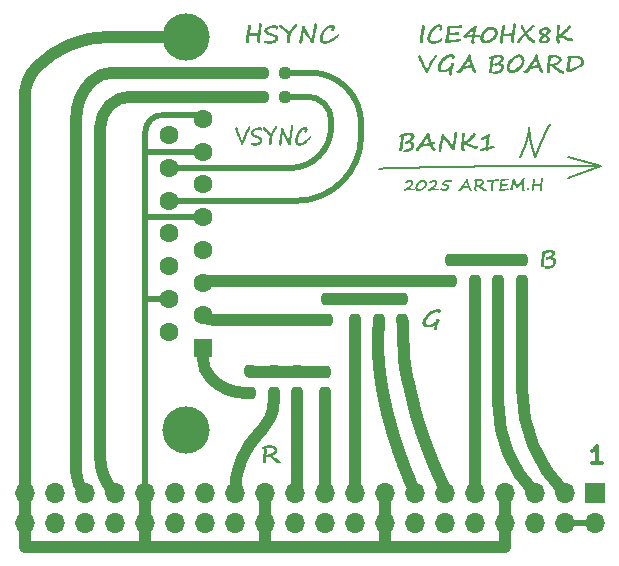
<source format=gbr>
%TF.GenerationSoftware,KiCad,Pcbnew,9.0.0*%
%TF.CreationDate,2025-03-15T18:46:04+01:00*%
%TF.ProjectId,VGA_adapter,5647415f-6164-4617-9074-65722e6b6963,rev?*%
%TF.SameCoordinates,Original*%
%TF.FileFunction,Copper,L1,Top*%
%TF.FilePolarity,Positive*%
%FSLAX46Y46*%
G04 Gerber Fmt 4.6, Leading zero omitted, Abs format (unit mm)*
G04 Created by KiCad (PCBNEW 9.0.0) date 2025-03-15 18:46:04*
%MOMM*%
%LPD*%
G01*
G04 APERTURE LIST*
G04 Aperture macros list*
%AMRoundRect*
0 Rectangle with rounded corners*
0 $1 Rounding radius*
0 $2 $3 $4 $5 $6 $7 $8 $9 X,Y pos of 4 corners*
0 Add a 4 corners polygon primitive as box body*
4,1,4,$2,$3,$4,$5,$6,$7,$8,$9,$2,$3,0*
0 Add four circle primitives for the rounded corners*
1,1,$1+$1,$2,$3*
1,1,$1+$1,$4,$5*
1,1,$1+$1,$6,$7*
1,1,$1+$1,$8,$9*
0 Add four rect primitives between the rounded corners*
20,1,$1+$1,$2,$3,$4,$5,0*
20,1,$1+$1,$4,$5,$6,$7,0*
20,1,$1+$1,$6,$7,$8,$9,0*
20,1,$1+$1,$8,$9,$2,$3,0*%
G04 Aperture macros list end*
%ADD10C,1.000000*%
%ADD11C,0.300000*%
%ADD12C,0.200000*%
%TA.AperFunction,NonConductor*%
%ADD13C,0.200000*%
%TD*%
%ADD14C,0.250000*%
%TA.AperFunction,NonConductor*%
%ADD15C,0.300000*%
%TD*%
%TA.AperFunction,ComponentPad*%
%ADD16C,1.600000*%
%TD*%
%TA.AperFunction,ComponentPad*%
%ADD17R,1.600000X1.600000*%
%TD*%
%TA.AperFunction,ComponentPad*%
%ADD18C,4.000000*%
%TD*%
%TA.AperFunction,SMDPad,CuDef*%
%ADD19RoundRect,0.237500X0.237500X-0.250000X0.237500X0.250000X-0.237500X0.250000X-0.237500X-0.250000X0*%
%TD*%
%TA.AperFunction,ComponentPad*%
%ADD20R,1.700000X1.700000*%
%TD*%
%TA.AperFunction,ComponentPad*%
%ADD21O,1.700000X1.700000*%
%TD*%
%TA.AperFunction,SMDPad,CuDef*%
%ADD22RoundRect,0.237500X-0.237500X0.250000X-0.237500X-0.250000X0.237500X-0.250000X0.237500X0.250000X0*%
%TD*%
%TA.AperFunction,SMDPad,CuDef*%
%ADD23RoundRect,0.237500X-0.250000X-0.237500X0.250000X-0.237500X0.250000X0.237500X-0.250000X0.237500X0*%
%TD*%
%TA.AperFunction,Conductor*%
%ADD24C,1.000000*%
%TD*%
%TA.AperFunction,Conductor*%
%ADD25C,0.500000*%
%TD*%
G04 APERTURE END LIST*
D10*
X139446000Y-124460000D02*
X139442184Y-124493425D01*
X139438438Y-124526934D01*
X139434763Y-124560527D01*
X139431160Y-124594205D01*
X139427628Y-124627968D01*
X139424167Y-124661816D01*
X139420778Y-124695748D01*
X139417461Y-124729766D01*
X139414216Y-124763869D01*
X139411043Y-124798057D01*
X139407942Y-124832331D01*
X139404914Y-124866691D01*
X139401958Y-124901137D01*
X139399076Y-124935669D01*
X139396266Y-124970287D01*
X139393530Y-125004992D01*
X139390867Y-125039783D01*
X139388277Y-125074661D01*
X139385761Y-125109626D01*
X139383319Y-125144678D01*
X139380951Y-125179817D01*
X139378658Y-125215043D01*
X139376438Y-125250357D01*
X139374294Y-125285759D01*
X139372224Y-125321248D01*
X139370229Y-125356825D01*
X139368309Y-125392491D01*
X139366464Y-125428245D01*
X139364695Y-125464087D01*
X139363002Y-125500017D01*
X139361384Y-125536036D01*
X139359843Y-125572145D01*
X139358377Y-125608342D01*
X139356988Y-125644628D01*
X139355676Y-125681003D01*
X139354440Y-125717468D01*
X139353281Y-125754022D01*
X139352200Y-125790666D01*
X139351195Y-125827400D01*
X139350269Y-125864224D01*
X139349420Y-125901138D01*
X139348648Y-125938142D01*
X139347955Y-125975237D01*
X139347340Y-126012422D01*
X139346804Y-126049697D01*
X139346346Y-126087064D01*
X139345967Y-126124521D01*
X139345667Y-126162069D01*
X139345446Y-126199709D01*
X139345305Y-126237439D01*
X139345243Y-126275261D01*
X139345261Y-126313175D01*
X139345358Y-126351180D01*
X139345537Y-126389277D01*
X139345795Y-126427466D01*
X139346134Y-126465747D01*
X139346554Y-126504120D01*
X139347054Y-126542585D01*
X139347636Y-126581143D01*
X139348299Y-126619793D01*
X139349043Y-126658536D01*
X139349870Y-126697371D01*
X139350778Y-126736300D01*
X139351768Y-126775321D01*
X139352841Y-126814435D01*
X139353996Y-126853642D01*
X139355234Y-126892943D01*
X139356555Y-126932337D01*
X139357958Y-126971824D01*
X139359445Y-127011405D01*
X139361016Y-127051079D01*
X139362670Y-127090848D01*
X139364408Y-127130710D01*
X139366231Y-127170666D01*
X139368137Y-127210716D01*
X139370128Y-127250860D01*
X139372204Y-127291098D01*
X139374364Y-127331431D01*
X139376610Y-127371858D01*
X139378941Y-127412379D01*
X139381357Y-127452995D01*
X139383859Y-127493706D01*
X139386447Y-127534511D01*
X139389121Y-127575411D01*
X139391882Y-127616406D01*
X139394728Y-127657496D01*
X139397662Y-127698681D01*
X139400682Y-127739960D01*
X139403789Y-127781335D01*
X139406984Y-127822805D01*
X139410266Y-127864370D01*
X139413636Y-127906031D01*
X139417094Y-127947787D01*
X139420639Y-127989638D01*
X139424274Y-128031585D01*
X139427996Y-128073627D01*
X139431807Y-128115765D01*
X139435707Y-128157998D01*
X139439696Y-128200327D01*
X139443775Y-128242751D01*
X139447942Y-128285271D01*
X139452200Y-128327887D01*
X139456547Y-128370599D01*
X139460985Y-128413406D01*
X139465512Y-128456309D01*
X139470130Y-128499308D01*
X139474839Y-128542403D01*
X139479639Y-128585594D01*
X139484529Y-128628880D01*
X139489511Y-128672263D01*
X139494584Y-128715741D01*
X139499749Y-128759315D01*
X139505006Y-128802985D01*
X139510355Y-128846751D01*
X139515795Y-128890613D01*
X139521329Y-128934570D01*
X139526955Y-128978624D01*
X139532673Y-129022773D01*
X139538485Y-129067018D01*
X139544389Y-129111359D01*
X139550387Y-129155796D01*
X139556479Y-129200328D01*
X139562664Y-129244956D01*
X139568943Y-129289679D01*
X139575317Y-129334498D01*
X139581784Y-129379413D01*
X139588346Y-129424423D01*
X139595003Y-129469529D01*
X139601754Y-129514730D01*
X139608600Y-129560026D01*
X139615542Y-129605418D01*
X139622579Y-129650904D01*
X139629711Y-129696486D01*
X139636939Y-129742163D01*
X139644263Y-129787934D01*
X139651683Y-129833801D01*
X139659200Y-129879762D01*
X139666812Y-129925818D01*
X139674522Y-129971968D01*
X139682328Y-130018213D01*
X139690230Y-130064551D01*
X139698230Y-130110985D01*
X139706328Y-130157512D01*
X139714522Y-130204133D01*
X139722814Y-130250847D01*
X139731204Y-130297656D01*
X139739692Y-130344557D01*
X139748278Y-130391552D01*
X139756961Y-130438640D01*
X139765744Y-130485821D01*
X139774624Y-130533095D01*
X139783604Y-130580462D01*
X139792682Y-130627920D01*
X139801859Y-130675471D01*
X139811135Y-130723114D01*
X139820511Y-130770849D01*
X139829985Y-130818676D01*
X139839559Y-130866593D01*
X139849233Y-130914602D01*
X139859007Y-130962702D01*
X139868880Y-131010892D01*
X139878854Y-131059172D01*
X139888927Y-131107543D01*
X139899101Y-131156004D01*
X139909375Y-131204554D01*
X139919750Y-131253193D01*
X139930225Y-131301921D01*
X139940801Y-131350738D01*
X139951478Y-131399644D01*
X139962256Y-131448637D01*
X139973134Y-131497718D01*
X139984114Y-131546886D01*
X139995195Y-131596141D01*
X140006378Y-131645483D01*
X140017661Y-131694912D01*
X140029046Y-131744426D01*
X140040533Y-131794025D01*
X140052121Y-131843710D01*
X140063812Y-131893479D01*
X140075603Y-131943332D01*
X140087497Y-131993269D01*
X140099492Y-132043290D01*
X140111590Y-132093393D01*
X140123789Y-132143579D01*
X140136091Y-132193847D01*
X140148494Y-132244196D01*
X140161000Y-132294626D01*
X140173607Y-132345137D01*
X140186317Y-132395727D01*
X140199129Y-132446396D01*
X140212044Y-132497144D01*
X140225060Y-132547971D01*
X140238179Y-132598875D01*
X140251400Y-132649855D01*
X140264723Y-132700912D01*
X140278148Y-132752045D01*
X140291675Y-132803253D01*
X140305305Y-132854535D01*
X140319036Y-132905890D01*
X140332870Y-132957319D01*
X140346806Y-133008819D01*
X140360843Y-133060391D01*
X140374983Y-133112034D01*
X140389224Y-133163746D01*
X140403567Y-133215527D01*
X140418012Y-133267377D01*
X140432558Y-133319294D01*
X140447205Y-133371277D01*
X140461954Y-133423326D01*
X140476804Y-133475440D01*
X140491755Y-133527617D01*
X140506808Y-133579858D01*
X140521960Y-133632159D01*
X140537214Y-133684522D01*
X140552568Y-133736944D01*
X140568022Y-133789425D01*
X140583576Y-133841964D01*
X140599230Y-133894559D01*
X140614983Y-133947209D01*
X140630836Y-133999913D01*
X140646788Y-134052670D01*
X140662839Y-134105479D01*
X140678989Y-134158338D01*
X140695237Y-134211247D01*
X140711583Y-134264202D01*
X140728026Y-134317205D01*
X140744567Y-134370252D01*
X140761205Y-134423342D01*
X140777939Y-134476475D01*
X140794770Y-134529648D01*
X140811696Y-134582860D01*
X140828718Y-134636109D01*
X140845835Y-134689393D01*
X140863047Y-134742712D01*
X140880352Y-134796062D01*
X140897752Y-134849443D01*
X140915244Y-134902852D01*
X140932828Y-134956288D01*
X140950505Y-135009749D01*
X140968273Y-135063232D01*
X140986131Y-135116736D01*
X141004080Y-135170258D01*
X141022118Y-135223796D01*
X141040244Y-135277348D01*
X141058459Y-135330912D01*
X141076761Y-135384486D01*
X141095149Y-135438066D01*
X141113623Y-135491650D01*
X141132181Y-135545236D01*
X141150824Y-135598821D01*
X141169549Y-135652402D01*
X141188356Y-135705977D01*
X141207244Y-135759542D01*
X141226212Y-135813094D01*
X141245259Y-135866631D01*
X141264383Y-135920149D01*
X141283584Y-135973644D01*
X141302860Y-136027114D01*
X141322210Y-136080555D01*
X141341633Y-136133962D01*
X141361126Y-136187333D01*
X141380690Y-136240663D01*
X141400321Y-136293948D01*
X141420019Y-136347185D01*
X141439782Y-136400367D01*
X141459609Y-136453492D01*
X141479496Y-136506555D01*
X141499443Y-136559550D01*
X141519448Y-136612472D01*
X141539508Y-136665317D01*
X141559621Y-136718079D01*
X141579785Y-136770752D01*
X141599998Y-136823330D01*
X141620257Y-136875807D01*
X141640560Y-136928177D01*
X141660903Y-136980433D01*
X141681284Y-137032568D01*
X141701701Y-137084575D01*
X141722149Y-137136447D01*
X141742626Y-137188175D01*
X141763127Y-137239751D01*
X141783650Y-137291167D01*
X141804191Y-137342413D01*
X141824745Y-137393481D01*
X141845308Y-137444359D01*
X141865875Y-137495037D01*
X141886443Y-137545505D01*
X141907004Y-137595750D01*
X141927555Y-137645761D01*
X141948090Y-137695523D01*
X141968601Y-137745024D01*
X141989083Y-137794248D01*
X142009529Y-137843181D01*
X142029932Y-137891804D01*
X142050282Y-137940101D01*
X142070573Y-137988053D01*
X142090793Y-138035638D01*
X142110934Y-138082836D01*
X142130985Y-138129623D01*
X142150934Y-138175973D01*
X142170768Y-138221858D01*
X142190473Y-138267248D01*
X142210034Y-138312111D01*
X142229435Y-138356410D01*
X142248655Y-138400105D01*
X142267675Y-138443151D01*
X142286472Y-138485500D01*
X142305018Y-138527095D01*
X142323285Y-138567873D01*
X142341237Y-138607761D01*
X142358835Y-138646675D01*
X142376031Y-138684518D01*
X142392770Y-138721171D01*
X142408983Y-138756491D01*
X142424584Y-138790299D01*
X142439462Y-138822368D01*
X142453470Y-138852389D01*
X142466396Y-138879926D01*
X142477911Y-138904299D01*
X142487420Y-138924285D01*
X142494000Y-138938000D01*
X142494000Y-132080000D02*
X142508076Y-132129122D01*
X142522276Y-132178384D01*
X142536598Y-132227784D01*
X142551043Y-132277322D01*
X142565612Y-132326997D01*
X142580304Y-132376810D01*
X142595120Y-132426760D01*
X142610059Y-132476846D01*
X142625122Y-132527068D01*
X142640309Y-132577426D01*
X142655619Y-132627918D01*
X142671054Y-132678544D01*
X142686613Y-132729304D01*
X142702297Y-132780196D01*
X142718104Y-132831222D01*
X142734036Y-132882379D01*
X142750092Y-132933667D01*
X142766272Y-132985085D01*
X142782577Y-133036633D01*
X142799006Y-133088310D01*
X142815560Y-133140114D01*
X142832238Y-133192047D01*
X142849041Y-133244105D01*
X142865967Y-133296289D01*
X142883018Y-133348598D01*
X142900193Y-133401030D01*
X142917492Y-133453585D01*
X142934916Y-133506262D01*
X142952463Y-133559060D01*
X142970133Y-133611977D01*
X142987928Y-133665012D01*
X143005846Y-133718165D01*
X143023887Y-133771434D01*
X143042051Y-133824819D01*
X143060338Y-133878316D01*
X143078748Y-133931927D01*
X143097280Y-133985648D01*
X143115934Y-134039478D01*
X143134710Y-134093417D01*
X143153607Y-134147463D01*
X143172626Y-134201614D01*
X143191765Y-134255868D01*
X143211025Y-134310224D01*
X143230405Y-134364680D01*
X143249904Y-134419235D01*
X143269522Y-134473886D01*
X143289259Y-134528631D01*
X143309114Y-134583470D01*
X143329087Y-134638399D01*
X143349176Y-134693417D01*
X143369382Y-134748521D01*
X143389703Y-134803709D01*
X143410139Y-134858979D01*
X143430690Y-134914328D01*
X143451354Y-134969755D01*
X143472130Y-135025256D01*
X143493019Y-135080828D01*
X143514018Y-135136470D01*
X143535127Y-135192178D01*
X143556346Y-135247949D01*
X143577672Y-135303780D01*
X143599105Y-135359668D01*
X143620644Y-135415609D01*
X143642288Y-135471601D01*
X143664034Y-135527640D01*
X143685883Y-135583722D01*
X143707832Y-135639843D01*
X143729881Y-135695999D01*
X143752027Y-135752187D01*
X143774269Y-135808401D01*
X143796606Y-135864638D01*
X143819035Y-135920893D01*
X143841554Y-135977161D01*
X143864163Y-136033438D01*
X143886858Y-136089717D01*
X143909638Y-136145994D01*
X143932500Y-136202263D01*
X143955443Y-136258518D01*
X143978463Y-136314753D01*
X144001557Y-136370962D01*
X144024724Y-136427138D01*
X144047961Y-136483274D01*
X144071263Y-136539363D01*
X144094629Y-136595397D01*
X144118054Y-136651368D01*
X144141535Y-136707268D01*
X144165068Y-136763088D01*
X144188650Y-136818820D01*
X144212276Y-136874452D01*
X144235942Y-136929976D01*
X144259643Y-136985380D01*
X144283374Y-137040654D01*
X144307130Y-137095785D01*
X144330904Y-137150760D01*
X144354692Y-137205568D01*
X144378487Y-137260192D01*
X144402282Y-137314620D01*
X144426069Y-137368834D01*
X144449842Y-137422818D01*
X144473591Y-137476554D01*
X144497309Y-137530023D01*
X144520985Y-137583204D01*
X144544608Y-137636075D01*
X144568169Y-137688612D01*
X144591655Y-137740791D01*
X144615052Y-137792583D01*
X144638347Y-137843957D01*
X144661525Y-137894883D01*
X144684567Y-137945323D01*
X144707455Y-137995239D01*
X144730169Y-138044588D01*
X144752685Y-138093321D01*
X144774978Y-138141386D01*
X144797018Y-138188721D01*
X144818772Y-138235261D01*
X144840203Y-138280926D01*
X144861267Y-138325629D01*
X144881912Y-138369266D01*
X144902079Y-138411712D01*
X144921694Y-138452821D01*
X144940666Y-138492410D01*
X144958882Y-138530250D01*
X144976192Y-138566039D01*
X144992389Y-138599363D01*
X145007168Y-138629613D01*
X145020028Y-138655790D01*
X145029969Y-138675898D01*
X145034000Y-138684000D01*
X141478000Y-124460000D02*
X141478010Y-124509488D01*
X141478040Y-124558579D01*
X141478090Y-124606716D01*
X141478159Y-124654470D01*
X141478247Y-124701313D01*
X141478354Y-124747787D01*
X141478480Y-124793390D01*
X141478624Y-124838636D01*
X141478786Y-124883049D01*
X141478967Y-124927117D01*
X141479165Y-124970389D01*
X141479381Y-125013327D01*
X141479614Y-125055502D01*
X141479864Y-125097355D01*
X141480131Y-125138476D01*
X141480415Y-125179285D01*
X141480715Y-125219393D01*
X141481032Y-125259199D01*
X141481365Y-125298332D01*
X141481714Y-125337173D01*
X141482078Y-125375368D01*
X141482460Y-125413279D01*
X141482855Y-125450570D01*
X141483267Y-125487587D01*
X141483693Y-125524007D01*
X141484136Y-125560162D01*
X141484591Y-125595742D01*
X141485064Y-125631066D01*
X141485549Y-125665838D01*
X141486051Y-125700360D01*
X141486565Y-125734350D01*
X141487096Y-125768099D01*
X141487638Y-125801337D01*
X141488197Y-125834340D01*
X141488767Y-125866850D01*
X141489354Y-125899132D01*
X141489952Y-125930940D01*
X141490565Y-125962527D01*
X141491190Y-125993657D01*
X141491831Y-126024572D01*
X141492483Y-126055046D01*
X141493150Y-126085312D01*
X141493828Y-126115153D01*
X141494521Y-126144791D01*
X141495225Y-126174020D01*
X141495944Y-126203052D01*
X141496674Y-126231688D01*
X141497418Y-126260134D01*
X141498173Y-126288198D01*
X141498942Y-126316076D01*
X141499722Y-126343586D01*
X141500516Y-126370915D01*
X141501320Y-126397889D01*
X141502139Y-126424687D01*
X141502968Y-126451143D01*
X141503811Y-126477428D01*
X141504664Y-126503381D01*
X141505531Y-126529169D01*
X141506407Y-126554637D01*
X141507298Y-126579943D01*
X141508198Y-126604940D01*
X141509113Y-126629780D01*
X141510037Y-126654323D01*
X141510974Y-126678712D01*
X141511921Y-126702814D01*
X141512882Y-126726766D01*
X141513852Y-126750441D01*
X141514836Y-126773970D01*
X141515829Y-126797231D01*
X141516836Y-126820351D01*
X141517851Y-126843213D01*
X141518881Y-126865936D01*
X141519919Y-126888409D01*
X141520971Y-126910749D01*
X141522032Y-126932847D01*
X141523106Y-126954815D01*
X141524189Y-126976549D01*
X141525286Y-126998157D01*
X141526392Y-127019539D01*
X141527511Y-127040798D01*
X141528639Y-127061840D01*
X141529780Y-127082761D01*
X141530930Y-127103473D01*
X141532093Y-127124067D01*
X141533265Y-127144460D01*
X141534451Y-127164738D01*
X141535645Y-127184821D01*
X141536852Y-127204793D01*
X141538069Y-127224577D01*
X141539298Y-127244252D01*
X141540537Y-127263747D01*
X141541788Y-127283135D01*
X141543049Y-127302350D01*
X141544323Y-127321461D01*
X141545605Y-127340404D01*
X141546901Y-127359247D01*
X141548206Y-127377929D01*
X141549524Y-127396512D01*
X141550851Y-127414940D01*
X141552191Y-127433273D01*
X141553540Y-127451457D01*
X141554903Y-127469548D01*
X141556275Y-127487495D01*
X141557659Y-127505352D01*
X141559054Y-127523071D01*
X141560461Y-127540702D01*
X141561878Y-127558201D01*
X141563308Y-127575614D01*
X141564747Y-127592901D01*
X141566200Y-127610104D01*
X141567663Y-127627186D01*
X141569138Y-127644187D01*
X141570624Y-127661072D01*
X141572123Y-127677877D01*
X141573632Y-127694573D01*
X141575154Y-127711191D01*
X141576686Y-127727704D01*
X141578232Y-127744141D01*
X141579788Y-127760479D01*
X141581358Y-127776743D01*
X141582938Y-127792913D01*
X141584531Y-127809011D01*
X141586136Y-127825019D01*
X141587753Y-127840958D01*
X141589382Y-127856812D01*
X141591025Y-127872598D01*
X141592679Y-127888304D01*
X141594346Y-127903945D01*
X141596025Y-127919510D01*
X141597717Y-127935012D01*
X141599422Y-127950443D01*
X141601140Y-127965812D01*
X141602871Y-127981115D01*
X141604615Y-127996359D01*
X141606372Y-128011541D01*
X141608143Y-128026665D01*
X141609927Y-128041733D01*
X141611724Y-128056744D01*
X141613536Y-128071704D01*
X141615361Y-128086609D01*
X141617200Y-128101468D01*
X141619053Y-128116273D01*
X141620920Y-128131036D01*
X141622802Y-128145748D01*
X141624698Y-128160423D01*
X141626609Y-128175048D01*
X141628535Y-128189641D01*
X141630475Y-128204186D01*
X141634402Y-128233174D01*
X141638391Y-128262027D01*
X141642443Y-128290757D01*
X141646561Y-128319378D01*
X141650745Y-128347904D01*
X141654998Y-128376348D01*
X141659321Y-128404725D01*
X141663717Y-128433049D01*
X141668188Y-128461335D01*
X141672735Y-128489598D01*
X141677362Y-128517854D01*
X141682072Y-128546118D01*
X141686866Y-128574408D01*
X141691749Y-128602741D01*
X141696722Y-128631134D01*
X141701791Y-128659607D01*
X141706957Y-128688178D01*
X141712227Y-128716869D01*
X141717603Y-128745702D01*
X141723091Y-128774698D01*
X141728696Y-128803884D01*
X141734423Y-128833283D01*
X141740278Y-128862926D01*
X141746268Y-128892840D01*
X141752401Y-128923058D01*
X141758683Y-128953616D01*
X141765124Y-128984550D01*
X141771733Y-129015903D01*
X141778521Y-129047720D01*
X141785501Y-129080052D01*
X141792684Y-129112954D01*
X141800088Y-129146490D01*
X141807728Y-129180731D01*
X141815625Y-129215757D01*
X141823801Y-129251662D01*
X141832284Y-129288554D01*
X141841103Y-129326558D01*
X141850297Y-129365827D01*
X141859910Y-129406540D01*
X141869999Y-129448922D01*
X141880632Y-129493252D01*
X141891900Y-129539892D01*
X141903922Y-129589321D01*
X141916864Y-129642202D01*
X141930969Y-129699506D01*
X141946619Y-129762766D01*
X141964491Y-129834690D01*
X141986033Y-129921084D01*
X142013781Y-130032125D01*
X142038664Y-130131689D01*
X142064205Y-130234066D01*
X142077223Y-130286375D01*
X142090407Y-130339467D01*
X142103759Y-130393366D01*
X142117279Y-130448100D01*
X142130967Y-130503694D01*
X142144825Y-130560174D01*
X142158852Y-130617567D01*
X142173051Y-130675900D01*
X142187420Y-130735197D01*
X142201963Y-130795485D01*
X142216678Y-130856791D01*
X142231566Y-130919141D01*
X142239076Y-130950715D01*
X142246630Y-130982560D01*
X142254227Y-131014679D01*
X142261868Y-131047075D01*
X142269553Y-131079751D01*
X142277282Y-131112712D01*
X142285055Y-131145959D01*
X142292873Y-131179497D01*
X142300735Y-131213328D01*
X142308641Y-131247456D01*
X142316592Y-131281885D01*
X142324587Y-131316616D01*
X142332627Y-131351655D01*
X142340712Y-131387003D01*
X142348841Y-131422665D01*
X142357016Y-131458643D01*
X142365236Y-131494940D01*
X142373501Y-131531561D01*
X142381811Y-131568508D01*
X142390166Y-131605785D01*
X142398567Y-131643394D01*
X142407013Y-131681340D01*
X142415505Y-131719625D01*
X142424043Y-131758252D01*
X142432626Y-131797226D01*
X142441256Y-131836548D01*
X142449931Y-131876223D01*
X142458652Y-131916254D01*
X142467420Y-131956644D01*
X142476234Y-131997396D01*
X142485094Y-132038514D01*
X142494000Y-132080000D01*
D11*
G36*
X128527848Y-108047110D02*
G01*
X128512241Y-108090707D01*
X128471721Y-108174696D01*
X128415154Y-108289918D01*
X128351627Y-108426114D01*
X128060660Y-109074487D01*
X128042562Y-109113505D01*
X128018016Y-109164704D01*
X127990978Y-109222590D01*
X127964746Y-109281941D01*
X127943424Y-109336804D01*
X127931114Y-109381866D01*
X127917179Y-109425590D01*
X127893818Y-109452575D01*
X127860169Y-109467006D01*
X127802374Y-109473000D01*
X127780957Y-109465995D01*
X127758556Y-109442225D01*
X127738354Y-109407333D01*
X127713860Y-109353015D01*
X127659785Y-109209400D01*
X127586805Y-109016510D01*
X127542475Y-108905226D01*
X127490891Y-108775442D01*
X127435936Y-108636956D01*
X127381861Y-108499020D01*
X127332621Y-108372350D01*
X127292468Y-108267203D01*
X127265430Y-108193839D01*
X127255612Y-108161965D01*
X127257224Y-108113239D01*
X127267115Y-108058925D01*
X127277316Y-108034580D01*
X127291295Y-108014320D01*
X127309755Y-108000821D01*
X127336798Y-107995819D01*
X127364844Y-107999593D01*
X127387576Y-108010199D01*
X127424432Y-108048209D01*
X127451103Y-108102522D01*
X127471180Y-108166728D01*
X127488033Y-108232398D01*
X127504812Y-108292391D01*
X127565922Y-108469436D01*
X127646669Y-108686965D01*
X127740092Y-108923453D01*
X127839303Y-109158476D01*
X127896676Y-109018708D01*
X127951997Y-108892221D01*
X128012227Y-108755475D01*
X128084401Y-108585848D01*
X128196728Y-108320051D01*
X128293448Y-108113147D01*
X128337877Y-108032426D01*
X128373316Y-107978966D01*
X128409632Y-107941206D01*
X128436037Y-107931339D01*
X128467518Y-107934937D01*
X128488501Y-107944161D01*
X128505165Y-107958839D01*
X128515905Y-107975394D01*
X128526163Y-108013771D01*
X128527848Y-108047110D01*
G37*
G36*
X129546927Y-108192282D02*
G01*
X129544030Y-108228199D01*
X129535423Y-108261799D01*
X129505967Y-108318403D01*
X129466180Y-108356688D01*
X129444414Y-108367598D01*
X129424781Y-108370976D01*
X129409247Y-108365480D01*
X129400601Y-108352383D01*
X129396937Y-108336721D01*
X129396131Y-108324631D01*
X129399355Y-108289368D01*
X129402653Y-108265096D01*
X129399714Y-108252483D01*
X129389903Y-108240916D01*
X129356344Y-108224796D01*
X129308351Y-108215729D01*
X129252663Y-108212706D01*
X129168180Y-108220400D01*
X129068968Y-108241924D01*
X128968584Y-108276729D01*
X128880071Y-108324356D01*
X128844001Y-108353313D01*
X128817349Y-108383341D01*
X128799325Y-108417654D01*
X128793609Y-108453499D01*
X128800570Y-108485190D01*
X128819401Y-108517521D01*
X128846512Y-108548204D01*
X128878019Y-108575407D01*
X128943232Y-108618913D01*
X129011229Y-108656282D01*
X129087066Y-108689621D01*
X129174774Y-108721861D01*
X129261202Y-108755148D01*
X129332604Y-108789547D01*
X129397254Y-108829824D01*
X129447349Y-108871979D01*
X129488779Y-108920860D01*
X129517398Y-108971905D01*
X129535172Y-109028535D01*
X129541212Y-109091706D01*
X129538298Y-109121476D01*
X129528096Y-109161407D01*
X129493218Y-109245396D01*
X129442440Y-109329476D01*
X129412214Y-109367808D01*
X129381330Y-109399086D01*
X129287396Y-109468226D01*
X129181735Y-109519436D01*
X129107558Y-109542019D01*
X129026281Y-109556066D01*
X128937077Y-109560927D01*
X128850981Y-109556897D01*
X128769429Y-109546730D01*
X128700992Y-109533541D01*
X128654244Y-109521451D01*
X128616508Y-109506155D01*
X128582510Y-109482891D01*
X128557890Y-109448453D01*
X128551016Y-109426517D01*
X128548511Y-109397803D01*
X128553787Y-109371517D01*
X128569760Y-109344680D01*
X128595625Y-109323340D01*
X128630503Y-109314730D01*
X128677178Y-109320684D01*
X128734551Y-109334605D01*
X128834568Y-109357045D01*
X128889473Y-109364731D01*
X128954223Y-109367487D01*
X129037827Y-109357228D01*
X129121065Y-109330026D01*
X129198515Y-109291008D01*
X129264900Y-109244297D01*
X129293623Y-109214621D01*
X129318609Y-109177160D01*
X129336194Y-109136586D01*
X129342789Y-109098575D01*
X129338955Y-109079130D01*
X129325936Y-109058092D01*
X129282925Y-109020082D01*
X129225552Y-108985735D01*
X129166568Y-108956975D01*
X129116962Y-108936459D01*
X129088678Y-108925102D01*
X129027203Y-108897441D01*
X128961623Y-108868224D01*
X128898902Y-108838457D01*
X128846072Y-108810155D01*
X128765444Y-108755687D01*
X128702400Y-108699878D01*
X128654244Y-108642910D01*
X128615841Y-108577023D01*
X128594132Y-108511574D01*
X128587053Y-108444798D01*
X128595770Y-108372401D01*
X128621857Y-108307320D01*
X128661649Y-108249976D01*
X128714474Y-108197411D01*
X128775201Y-108152925D01*
X128846072Y-108113239D01*
X128920765Y-108080465D01*
X128997674Y-108053796D01*
X129075505Y-108033153D01*
X129151400Y-108018900D01*
X129287907Y-108007542D01*
X129341616Y-108010657D01*
X129399355Y-108021831D01*
X129454676Y-108043812D01*
X129501791Y-108077976D01*
X129520301Y-108100391D01*
X129534617Y-108126519D01*
X129543720Y-108156292D01*
X129546927Y-108192282D01*
G37*
G36*
X130834111Y-107965777D02*
G01*
X130824219Y-108002688D01*
X130797621Y-108056910D01*
X130759080Y-108122856D01*
X130713211Y-108193930D01*
X130664851Y-108265096D01*
X130618469Y-108331042D01*
X130550838Y-108430785D01*
X130480789Y-108541335D01*
X130421732Y-108643093D01*
X130387293Y-108717740D01*
X130375423Y-108766924D01*
X130367656Y-108827282D01*
X130361501Y-108905501D01*
X130353734Y-109008266D01*
X130349997Y-109102422D01*
X130347579Y-109217002D01*
X130340179Y-109334697D01*
X130332885Y-109391248D01*
X130322520Y-109439569D01*
X130307702Y-109482772D01*
X130289767Y-109514673D01*
X130266286Y-109536007D01*
X130235618Y-109543341D01*
X130204344Y-109537918D01*
X130180737Y-109522825D01*
X130161547Y-109500418D01*
X130147105Y-109474740D01*
X130129886Y-109420609D01*
X130124976Y-109381683D01*
X130127394Y-109335704D01*
X130133989Y-109250800D01*
X130143002Y-109133655D01*
X130152087Y-108990864D01*
X130153699Y-108959174D01*
X130156117Y-108908066D01*
X130158975Y-108848715D01*
X130161027Y-108790829D01*
X130162712Y-108744851D01*
X130163518Y-108721861D01*
X130160208Y-108705991D01*
X130147105Y-108680920D01*
X130104900Y-108624591D01*
X130047527Y-108561210D01*
X129985612Y-108499295D01*
X129930657Y-108446630D01*
X129892995Y-108411825D01*
X129800744Y-108325913D01*
X129711058Y-108248152D01*
X129692154Y-108233314D01*
X129672883Y-108216462D01*
X129656470Y-108201074D01*
X129646285Y-108189809D01*
X129614704Y-108143830D01*
X129598364Y-108109025D01*
X129591770Y-108081365D01*
X129590524Y-108055811D01*
X129593879Y-108028923D01*
X129603640Y-108006718D01*
X129633096Y-107972921D01*
X129665922Y-107953504D01*
X129688050Y-107947367D01*
X129706442Y-107951489D01*
X129733919Y-107961655D01*
X129762642Y-107976493D01*
X129783965Y-107994445D01*
X129841777Y-108058925D01*
X129915123Y-108136686D01*
X129997115Y-108221041D01*
X130079914Y-108306496D01*
X130279949Y-108507996D01*
X130302077Y-108472184D01*
X130340179Y-108412924D01*
X130386487Y-108341300D01*
X130433235Y-108268577D01*
X130488996Y-108177077D01*
X130542632Y-108086036D01*
X130595974Y-108000124D01*
X130650489Y-107922821D01*
X130672978Y-107900017D01*
X130699655Y-107884536D01*
X130729493Y-107875807D01*
X130764429Y-107872720D01*
X130800479Y-107878857D01*
X130821801Y-107897267D01*
X130831620Y-107926942D01*
X130834111Y-107965777D01*
G37*
G36*
X130996704Y-109139883D02*
G01*
X131019198Y-109024570D01*
X131045870Y-108872345D01*
X131073787Y-108701162D01*
X131099139Y-108527413D01*
X131119216Y-108369510D01*
X131131159Y-108244946D01*
X131131159Y-108188526D01*
X131135629Y-108144013D01*
X131152848Y-108093730D01*
X131167848Y-108071902D01*
X131188532Y-108053246D01*
X131213764Y-108041340D01*
X131249202Y-108036852D01*
X131277731Y-108040732D01*
X131298808Y-108051231D01*
X131316346Y-108068324D01*
X131331194Y-108091806D01*
X131353323Y-108154454D01*
X131372154Y-108236154D01*
X131403295Y-108340476D01*
X131457004Y-108477588D01*
X131528298Y-108636773D01*
X131612342Y-108806217D01*
X131703713Y-108974744D01*
X131797576Y-109130815D01*
X131818459Y-109014953D01*
X131838096Y-108890847D01*
X131856121Y-108768389D01*
X131871728Y-108657106D01*
X131884038Y-108565882D01*
X131892684Y-108504332D01*
X131913567Y-108356688D01*
X131929174Y-108237802D01*
X131938553Y-108129084D01*
X131941850Y-108012122D01*
X131944268Y-107976310D01*
X131951229Y-107938391D01*
X131962733Y-107903495D01*
X131977900Y-107877849D01*
X132004938Y-107851196D01*
X132028312Y-107837824D01*
X132050880Y-107832695D01*
X132076306Y-107831688D01*
X132103525Y-107836274D01*
X132122541Y-107848632D01*
X132137221Y-107867781D01*
X132147967Y-107892229D01*
X132158665Y-107950115D01*
X132160716Y-108011114D01*
X132157419Y-108045003D01*
X132149652Y-108100324D01*
X132139394Y-108162881D01*
X132128769Y-108218293D01*
X132069272Y-108526955D01*
X132025821Y-108800172D01*
X131994680Y-109037026D01*
X131972991Y-109235412D01*
X131970939Y-109260050D01*
X131969254Y-109285146D01*
X131968448Y-109317478D01*
X131968082Y-109363548D01*
X131964270Y-109413383D01*
X131954526Y-109446163D01*
X131939051Y-109471973D01*
X131920967Y-109489211D01*
X131878323Y-109505606D01*
X131838535Y-109508170D01*
X131805687Y-109503058D01*
X131781969Y-109489211D01*
X131762021Y-109467213D01*
X131742255Y-109435905D01*
X131703713Y-109354389D01*
X131650004Y-109251807D01*
X131463891Y-108919148D01*
X131370929Y-108735955D01*
X131272136Y-108522834D01*
X131243487Y-108713618D01*
X131219307Y-108910539D01*
X131199596Y-109096743D01*
X131183623Y-109256387D01*
X131180765Y-109314639D01*
X131174170Y-109374539D01*
X131166770Y-109423174D01*
X131161494Y-109448636D01*
X131147939Y-109479319D01*
X131125810Y-109514673D01*
X131097087Y-109543250D01*
X131080658Y-109552169D01*
X131063968Y-109555065D01*
X131033704Y-109551952D01*
X131012237Y-109543799D01*
X130994552Y-109529883D01*
X130981096Y-109511010D01*
X130971731Y-109487605D01*
X130965563Y-109457246D01*
X130961459Y-109382874D01*
X130964317Y-109337262D01*
X130972084Y-109275254D01*
X130983588Y-109206012D01*
X130996704Y-109139883D01*
G37*
G36*
X133648741Y-108809880D02*
G01*
X133643758Y-108846038D01*
X133626613Y-108890938D01*
X133601603Y-108935635D01*
X133566749Y-108985918D01*
X133479041Y-109089050D01*
X133373309Y-109195662D01*
X133296062Y-109265494D01*
X133213061Y-109333140D01*
X133127166Y-109395324D01*
X133040503Y-109449644D01*
X132952256Y-109495599D01*
X132865894Y-109530610D01*
X132779630Y-109553605D01*
X132700297Y-109560927D01*
X132609800Y-109552061D01*
X132537119Y-109527588D01*
X132473529Y-109486632D01*
X132423180Y-109432791D01*
X132384290Y-109365737D01*
X132356355Y-109284597D01*
X132340295Y-109195029D01*
X132334666Y-109092347D01*
X132338700Y-109003973D01*
X132351079Y-108912004D01*
X132370585Y-108820514D01*
X132396581Y-108729463D01*
X132428229Y-108640795D01*
X132465018Y-108555165D01*
X132506183Y-108473693D01*
X132549429Y-108400285D01*
X132611711Y-108314739D01*
X132687988Y-108227086D01*
X132769101Y-108146578D01*
X132846990Y-108081456D01*
X132913375Y-108037859D01*
X132997419Y-107992796D01*
X133083881Y-107957442D01*
X133125361Y-107946334D01*
X133157740Y-107943062D01*
X133210570Y-107945688D01*
X133246180Y-107952313D01*
X133277370Y-107965280D01*
X133304432Y-107985194D01*
X133332276Y-108020182D01*
X133361805Y-108071565D01*
X133385545Y-108126519D01*
X133395437Y-108172223D01*
X133389282Y-108205654D01*
X133373309Y-108251449D01*
X133351180Y-108302282D01*
X133327000Y-108352108D01*
X133304432Y-108394240D01*
X133288092Y-108421992D01*
X133261053Y-108452542D01*
X133230578Y-108470399D01*
X133195402Y-108476489D01*
X133152797Y-108467818D01*
X133122862Y-108443882D01*
X133103630Y-108407438D01*
X133097070Y-108362091D01*
X133110992Y-108313640D01*
X133128200Y-108280796D01*
X133156934Y-108240642D01*
X133183972Y-108202357D01*
X133201997Y-108169109D01*
X133160158Y-108159950D01*
X133133532Y-108163441D01*
X133096630Y-108175795D01*
X133017129Y-108215637D01*
X132936383Y-108269310D01*
X132869997Y-108326554D01*
X132797016Y-108407562D01*
X132727335Y-108499295D01*
X132665785Y-108599841D01*
X132615814Y-108708764D01*
X132582988Y-108804843D01*
X132555950Y-108908615D01*
X132537925Y-109013945D01*
X132531404Y-109113505D01*
X132533736Y-109164416D01*
X132540416Y-109209584D01*
X132552545Y-109251112D01*
X132570311Y-109286245D01*
X132594119Y-109315090D01*
X132624826Y-109337353D01*
X132660784Y-109350806D01*
X132707625Y-109355763D01*
X132766352Y-109350923D01*
X132829771Y-109335796D01*
X132893534Y-109312489D01*
X132959317Y-109281483D01*
X133090842Y-109202623D01*
X133217897Y-109108925D01*
X133333521Y-109009549D01*
X133432293Y-108914202D01*
X133470395Y-108873261D01*
X133513040Y-108824168D01*
X133555685Y-108771870D01*
X133593787Y-108722685D01*
X133623755Y-108744209D01*
X133640095Y-108763260D01*
X133647056Y-108784235D01*
X133648741Y-108809880D01*
G37*
G36*
X129491532Y-99239560D02*
G01*
X129507926Y-99281600D01*
X129514063Y-99326754D01*
X129506369Y-99376488D01*
X129493089Y-99473392D01*
X129476602Y-99593284D01*
X129460757Y-99713177D01*
X129447934Y-99809989D01*
X129440241Y-99860730D01*
X129419266Y-99976135D01*
X129397742Y-100109308D01*
X129380798Y-100242573D01*
X129373654Y-100358894D01*
X129374661Y-100405056D01*
X129377684Y-100479428D01*
X129381806Y-100566531D01*
X129385927Y-100651070D01*
X129389041Y-100716649D01*
X129390049Y-100747423D01*
X129386935Y-100802744D01*
X129373104Y-100824268D01*
X129343978Y-100844785D01*
X129310639Y-100860172D01*
X129284536Y-100866309D01*
X129237366Y-100858065D01*
X129192762Y-100836084D01*
X129158415Y-100804210D01*
X129141104Y-100767848D01*
X129132861Y-100671403D01*
X129131853Y-100582102D01*
X129131853Y-100267120D01*
X129127732Y-100246603D01*
X129018555Y-100259976D01*
X128891061Y-100273256D01*
X128760910Y-100283515D01*
X128643124Y-100288644D01*
X128609326Y-100289193D01*
X128549334Y-100290750D01*
X128487877Y-100292765D01*
X128448401Y-100293773D01*
X128426877Y-100377945D01*
X128408467Y-100479520D01*
X128395644Y-100582102D01*
X128391065Y-100671403D01*
X128391065Y-100758598D01*
X128382822Y-100810896D01*
X128359283Y-100853944D01*
X128322921Y-100883711D01*
X128300992Y-100892108D01*
X128276301Y-100894977D01*
X128223545Y-100884718D01*
X128179948Y-100857058D01*
X128150730Y-100816025D01*
X128140014Y-100765742D01*
X128140472Y-100721137D01*
X128142029Y-100664167D01*
X128144593Y-100606740D01*
X128149265Y-100561585D01*
X128156409Y-100522109D01*
X128173261Y-100427221D01*
X128196892Y-100294872D01*
X128223545Y-100143014D01*
X128251205Y-99989049D01*
X128275752Y-99851571D01*
X128293704Y-99748531D01*
X128302954Y-99696691D01*
X128321273Y-99600795D01*
X128337209Y-99523858D01*
X128353604Y-99455623D01*
X128372564Y-99385739D01*
X128390515Y-99355056D01*
X128419733Y-99332433D01*
X128453988Y-99318053D01*
X128487327Y-99312924D01*
X128519311Y-99315479D01*
X128542099Y-99322175D01*
X128575438Y-99346721D01*
X128592290Y-99383632D01*
X128596962Y-99429703D01*
X128584139Y-99535765D01*
X128550891Y-99684875D01*
X128533947Y-99757141D01*
X128514988Y-99846808D01*
X128499600Y-99939499D01*
X128493464Y-100021015D01*
X128499600Y-100050232D01*
X128507921Y-100059704D01*
X128521124Y-100062963D01*
X128671242Y-100062505D01*
X128832625Y-100057926D01*
X128989429Y-100045103D01*
X129124709Y-100021015D01*
X129152504Y-99998455D01*
X129175909Y-99954428D01*
X129192291Y-99899736D01*
X129207599Y-99826292D01*
X129231688Y-99652086D01*
X129257883Y-99446098D01*
X129280414Y-99300468D01*
X129299923Y-99219684D01*
X129312203Y-99196003D01*
X129324469Y-99185246D01*
X129362388Y-99178102D01*
X129384370Y-99181216D01*
X129421831Y-99190925D01*
X129461765Y-99209426D01*
X129491532Y-99239560D01*
G37*
G36*
X130915864Y-99556282D02*
G01*
X130912243Y-99592199D01*
X130901484Y-99625799D01*
X130864665Y-99682403D01*
X130814931Y-99720688D01*
X130787724Y-99731598D01*
X130763182Y-99734976D01*
X130743765Y-99729480D01*
X130732957Y-99716383D01*
X130728377Y-99700721D01*
X130727370Y-99688631D01*
X130731400Y-99653368D01*
X130735521Y-99629096D01*
X130731849Y-99616483D01*
X130719585Y-99604916D01*
X130677636Y-99588796D01*
X130617644Y-99579729D01*
X130548035Y-99576706D01*
X130442430Y-99584400D01*
X130318416Y-99605924D01*
X130192936Y-99640729D01*
X130082294Y-99688356D01*
X130037207Y-99717313D01*
X130003892Y-99747341D01*
X129981362Y-99781654D01*
X129974217Y-99817499D01*
X129982918Y-99849190D01*
X130006457Y-99881521D01*
X130040345Y-99912204D01*
X130079729Y-99939407D01*
X130161245Y-99982913D01*
X130246242Y-100020282D01*
X130341039Y-100053621D01*
X130450673Y-100085861D01*
X130558709Y-100119148D01*
X130647960Y-100153547D01*
X130728773Y-100193824D01*
X130791392Y-100235979D01*
X130843179Y-100284860D01*
X130878953Y-100335905D01*
X130901171Y-100392535D01*
X130908720Y-100455706D01*
X130905078Y-100485476D01*
X130892325Y-100525407D01*
X130848728Y-100609396D01*
X130785255Y-100693476D01*
X130747473Y-100731808D01*
X130708868Y-100763086D01*
X130591451Y-100832226D01*
X130459374Y-100883436D01*
X130366653Y-100906019D01*
X130265056Y-100920066D01*
X130153552Y-100924927D01*
X130045932Y-100920897D01*
X129943991Y-100910730D01*
X129858445Y-100897541D01*
X129800010Y-100885451D01*
X129752841Y-100870155D01*
X129710343Y-100846891D01*
X129679568Y-100812453D01*
X129670975Y-100790517D01*
X129667844Y-100761803D01*
X129674439Y-100735517D01*
X129694406Y-100708680D01*
X129726737Y-100687340D01*
X129770335Y-100678730D01*
X129828678Y-100684684D01*
X129900394Y-100698605D01*
X130025416Y-100721045D01*
X130094047Y-100728731D01*
X130174984Y-100731487D01*
X130279490Y-100721228D01*
X130383537Y-100694026D01*
X130480349Y-100655008D01*
X130563330Y-100608297D01*
X130599234Y-100578621D01*
X130630467Y-100541160D01*
X130652448Y-100500586D01*
X130660692Y-100462575D01*
X130655900Y-100443130D01*
X130639626Y-100422092D01*
X130585862Y-100384082D01*
X130514146Y-100349735D01*
X130440415Y-100320975D01*
X130378408Y-100300459D01*
X130343054Y-100289102D01*
X130266209Y-100261441D01*
X130184235Y-100232224D01*
X130105833Y-100202457D01*
X130039796Y-100174155D01*
X129939011Y-100119687D01*
X129860206Y-100063878D01*
X129800010Y-100006910D01*
X129752007Y-99941023D01*
X129724871Y-99875574D01*
X129716021Y-99808798D01*
X129726918Y-99736401D01*
X129759527Y-99671320D01*
X129809267Y-99613976D01*
X129875298Y-99561411D01*
X129951207Y-99516925D01*
X130039796Y-99477239D01*
X130133162Y-99444465D01*
X130229298Y-99417796D01*
X130326586Y-99397153D01*
X130421456Y-99382900D01*
X130592090Y-99371542D01*
X130659226Y-99374657D01*
X130731400Y-99385831D01*
X130800551Y-99407812D01*
X130859444Y-99441976D01*
X130882581Y-99464391D01*
X130900477Y-99490519D01*
X130911856Y-99520292D01*
X130915864Y-99556282D01*
G37*
G36*
X132524845Y-99329777D02*
G01*
X132512480Y-99366688D01*
X132479232Y-99420910D01*
X132431055Y-99486856D01*
X132373719Y-99557930D01*
X132313269Y-99629096D01*
X132255292Y-99695042D01*
X132170754Y-99794785D01*
X132083192Y-99905335D01*
X132009370Y-100007093D01*
X131966322Y-100081740D01*
X131951484Y-100130924D01*
X131941776Y-100191282D01*
X131934082Y-100269501D01*
X131924374Y-100372266D01*
X131919702Y-100466422D01*
X131916680Y-100581002D01*
X131907429Y-100698697D01*
X131898312Y-100755248D01*
X131885356Y-100803569D01*
X131866834Y-100846772D01*
X131844415Y-100878673D01*
X131815063Y-100900007D01*
X131776729Y-100907341D01*
X131737636Y-100901918D01*
X131708127Y-100886825D01*
X131684139Y-100864418D01*
X131666087Y-100838740D01*
X131644563Y-100784609D01*
X131638426Y-100745683D01*
X131641449Y-100699704D01*
X131649692Y-100614800D01*
X131660958Y-100497655D01*
X131672315Y-100354864D01*
X131674330Y-100323174D01*
X131677352Y-100272066D01*
X131680924Y-100212715D01*
X131683489Y-100154829D01*
X131685596Y-100108851D01*
X131686603Y-100085861D01*
X131682466Y-100069991D01*
X131666087Y-100044920D01*
X131613330Y-99988591D01*
X131541614Y-99925210D01*
X131464220Y-99863295D01*
X131395527Y-99810630D01*
X131348449Y-99775825D01*
X131233136Y-99689913D01*
X131121028Y-99612152D01*
X131097398Y-99597314D01*
X131073309Y-99580462D01*
X131052793Y-99565074D01*
X131040062Y-99553809D01*
X131000586Y-99507830D01*
X130980161Y-99473025D01*
X130971918Y-99445365D01*
X130970361Y-99419811D01*
X130974554Y-99392923D01*
X130986756Y-99370718D01*
X131023575Y-99336921D01*
X131064608Y-99317504D01*
X131092269Y-99311367D01*
X131115258Y-99315489D01*
X131149605Y-99325655D01*
X131185508Y-99340493D01*
X131212161Y-99358445D01*
X131284427Y-99422925D01*
X131376109Y-99500686D01*
X131478600Y-99585041D01*
X131582098Y-99670496D01*
X131832141Y-99871996D01*
X131859802Y-99836184D01*
X131907429Y-99776924D01*
X131965315Y-99705300D01*
X132023750Y-99632577D01*
X132093451Y-99541077D01*
X132160495Y-99450036D01*
X132227174Y-99364124D01*
X132295317Y-99286821D01*
X132323428Y-99264017D01*
X132356775Y-99248536D01*
X132394071Y-99239807D01*
X132437741Y-99236720D01*
X132482804Y-99242857D01*
X132509457Y-99261267D01*
X132521730Y-99290942D01*
X132524845Y-99329777D01*
G37*
G36*
X132728085Y-100503883D02*
G01*
X132756204Y-100388570D01*
X132789543Y-100236345D01*
X132824439Y-100065162D01*
X132856129Y-99891413D01*
X132881225Y-99733510D01*
X132896155Y-99608946D01*
X132896155Y-99552526D01*
X132901742Y-99508013D01*
X132923266Y-99457730D01*
X132942015Y-99435902D01*
X132967871Y-99417246D01*
X132999411Y-99405340D01*
X133043708Y-99400852D01*
X133079369Y-99404732D01*
X133105715Y-99415231D01*
X133127639Y-99432324D01*
X133146198Y-99455806D01*
X133173859Y-99518454D01*
X133197398Y-99600154D01*
X133236324Y-99704476D01*
X133303460Y-99841588D01*
X133392578Y-100000773D01*
X133497633Y-100170217D01*
X133611847Y-100338744D01*
X133729176Y-100494815D01*
X133755279Y-100378953D01*
X133779825Y-100254847D01*
X133802357Y-100132389D01*
X133821866Y-100021106D01*
X133837253Y-99929882D01*
X133848061Y-99868332D01*
X133874164Y-99720688D01*
X133893673Y-99601802D01*
X133905397Y-99493084D01*
X133909518Y-99376122D01*
X133912541Y-99340310D01*
X133921242Y-99302391D01*
X133935622Y-99267495D01*
X133954581Y-99241849D01*
X133988378Y-99215196D01*
X134017596Y-99201824D01*
X134045806Y-99196695D01*
X134077588Y-99195688D01*
X134111612Y-99200274D01*
X134135382Y-99212632D01*
X134153731Y-99231781D01*
X134167164Y-99256229D01*
X134180536Y-99314115D01*
X134183101Y-99375114D01*
X134178979Y-99409003D01*
X134169271Y-99464324D01*
X134156448Y-99526881D01*
X134143167Y-99582293D01*
X134068795Y-99890955D01*
X134014482Y-100164172D01*
X133975556Y-100401026D01*
X133948445Y-100599412D01*
X133945880Y-100624050D01*
X133943773Y-100649146D01*
X133942766Y-100681478D01*
X133942308Y-100727548D01*
X133937543Y-100777383D01*
X133925364Y-100810163D01*
X133906020Y-100835973D01*
X133883415Y-100853211D01*
X133830109Y-100869606D01*
X133780375Y-100872170D01*
X133739315Y-100867058D01*
X133709667Y-100853211D01*
X133684732Y-100831213D01*
X133660024Y-100799905D01*
X133611847Y-100718389D01*
X133544711Y-100615807D01*
X133312070Y-100283148D01*
X133195866Y-100099955D01*
X133072376Y-99886834D01*
X133036564Y-100077618D01*
X133006339Y-100274539D01*
X132981701Y-100460743D01*
X132961734Y-100620387D01*
X132958162Y-100678639D01*
X132949919Y-100738539D01*
X132940668Y-100787174D01*
X132934073Y-100812636D01*
X132917129Y-100843319D01*
X132889469Y-100878673D01*
X132853565Y-100907250D01*
X132833028Y-100916169D01*
X132812166Y-100919065D01*
X132774336Y-100915952D01*
X132747502Y-100907799D01*
X132725396Y-100893883D01*
X132708576Y-100875010D01*
X132696869Y-100851605D01*
X132689159Y-100821246D01*
X132684030Y-100746874D01*
X132687602Y-100701262D01*
X132697311Y-100639254D01*
X132711690Y-100570012D01*
X132728085Y-100503883D01*
G37*
G36*
X136043132Y-100173880D02*
G01*
X136036904Y-100210038D01*
X136015472Y-100254938D01*
X135984210Y-100299635D01*
X135940642Y-100349918D01*
X135831007Y-100453050D01*
X135698841Y-100559662D01*
X135602283Y-100629494D01*
X135498532Y-100697140D01*
X135391163Y-100759324D01*
X135282835Y-100813644D01*
X135172526Y-100859599D01*
X135064573Y-100894610D01*
X134956743Y-100917605D01*
X134857577Y-100924927D01*
X134744456Y-100916061D01*
X134653604Y-100891588D01*
X134574116Y-100850632D01*
X134511180Y-100796791D01*
X134462568Y-100729737D01*
X134427649Y-100648597D01*
X134407575Y-100559029D01*
X134400538Y-100456347D01*
X134405580Y-100367973D01*
X134421054Y-100276004D01*
X134445437Y-100184514D01*
X134477933Y-100093463D01*
X134517493Y-100004795D01*
X134563479Y-99919165D01*
X134614934Y-99837693D01*
X134668991Y-99764285D01*
X134746844Y-99678739D01*
X134842190Y-99591086D01*
X134943581Y-99510578D01*
X135040943Y-99445456D01*
X135123924Y-99401859D01*
X135228979Y-99356796D01*
X135337057Y-99321442D01*
X135388906Y-99310334D01*
X135429381Y-99307062D01*
X135495418Y-99309688D01*
X135539931Y-99316313D01*
X135578918Y-99329280D01*
X135612746Y-99349194D01*
X135647550Y-99384182D01*
X135684462Y-99435565D01*
X135714137Y-99490519D01*
X135726502Y-99536223D01*
X135718808Y-99569654D01*
X135698841Y-99615449D01*
X135671181Y-99666282D01*
X135640956Y-99716108D01*
X135612746Y-99758240D01*
X135592321Y-99785992D01*
X135558522Y-99816542D01*
X135520428Y-99834399D01*
X135476458Y-99840489D01*
X135423202Y-99831818D01*
X135385783Y-99807882D01*
X135361743Y-99771438D01*
X135353543Y-99726091D01*
X135370945Y-99677640D01*
X135392456Y-99644796D01*
X135428373Y-99604642D01*
X135462170Y-99566357D01*
X135484702Y-99533109D01*
X135432403Y-99523950D01*
X135399120Y-99527441D01*
X135352994Y-99539795D01*
X135253617Y-99579637D01*
X135152684Y-99633310D01*
X135069702Y-99690554D01*
X134978476Y-99771562D01*
X134891375Y-99863295D01*
X134814437Y-99963841D01*
X134751973Y-100072764D01*
X134710940Y-100168843D01*
X134677143Y-100272615D01*
X134654612Y-100377945D01*
X134646460Y-100477505D01*
X134649375Y-100528416D01*
X134657726Y-100573584D01*
X134672887Y-100615112D01*
X134695095Y-100650245D01*
X134724854Y-100679090D01*
X134763239Y-100701353D01*
X134808185Y-100714806D01*
X134866737Y-100719763D01*
X134940146Y-100714923D01*
X135019419Y-100699796D01*
X135099123Y-100676489D01*
X135181352Y-100645483D01*
X135345758Y-100566623D01*
X135504577Y-100472925D01*
X135649107Y-100373549D01*
X135772572Y-100278202D01*
X135820200Y-100237261D01*
X135873506Y-100188168D01*
X135926812Y-100135870D01*
X135974439Y-100086685D01*
X136011900Y-100108209D01*
X136032325Y-100127260D01*
X136041026Y-100148235D01*
X136043132Y-100173880D01*
G37*
G36*
X154440959Y-119334431D02*
G01*
X154431709Y-119427945D01*
X154404048Y-119515781D01*
X154357978Y-119603159D01*
X154293406Y-119695116D01*
X154249351Y-119746774D01*
X154205295Y-119793302D01*
X154163255Y-119832136D01*
X154126344Y-119860713D01*
X154041256Y-119907150D01*
X153923470Y-119950655D01*
X153799547Y-119981796D01*
X153686798Y-119992512D01*
X153590994Y-119982804D01*
X153550822Y-119970057D01*
X153518729Y-119952670D01*
X153492412Y-119929458D01*
X153473116Y-119901013D01*
X153461442Y-119867882D01*
X153457271Y-119826916D01*
X153460396Y-119800398D01*
X153469544Y-119776907D01*
X153502883Y-119738530D01*
X153552068Y-119713984D01*
X153611968Y-119705283D01*
X153645308Y-119706840D01*
X153671411Y-119711328D01*
X153695500Y-119719296D01*
X153722702Y-119731203D01*
X153769672Y-119747856D01*
X153798448Y-119752177D01*
X153834810Y-119747598D01*
X153882437Y-119735416D01*
X153929606Y-119718564D01*
X153964502Y-119701253D01*
X154045377Y-119633475D01*
X154119658Y-119546830D01*
X154150171Y-119499518D01*
X154173971Y-119452125D01*
X154190049Y-119403874D01*
X154195037Y-119360900D01*
X154190964Y-119326631D01*
X154179100Y-119296695D01*
X154138617Y-119245770D01*
X154083296Y-119207027D01*
X154023853Y-119180558D01*
X153970547Y-119165262D01*
X153932720Y-119160133D01*
X153870164Y-119162697D01*
X153824643Y-119169750D01*
X153786724Y-119181382D01*
X153748256Y-119197502D01*
X153706216Y-119213714D01*
X153670404Y-119218751D01*
X153623234Y-119210050D01*
X153586872Y-119187061D01*
X153563792Y-119154454D01*
X153555640Y-119117635D01*
X153558406Y-119084969D01*
X153566356Y-119056360D01*
X153595574Y-119008916D01*
X153637614Y-118976218D01*
X153686798Y-118958266D01*
X153719038Y-118954236D01*
X153753843Y-118952679D01*
X153783610Y-118952129D01*
X153799455Y-118951122D01*
X153853219Y-118917142D01*
X153918341Y-118871346D01*
X153985935Y-118818223D01*
X154046843Y-118763086D01*
X154090440Y-118711062D01*
X154103228Y-118686531D01*
X154106835Y-118667739D01*
X154098320Y-118634520D01*
X154072488Y-118610586D01*
X154032288Y-118597206D01*
X153960289Y-118591535D01*
X153896955Y-118594421D01*
X153820430Y-118603900D01*
X153742831Y-118619039D01*
X153667289Y-118639804D01*
X153603725Y-118664442D01*
X153543733Y-118695217D01*
X153493083Y-118730113D01*
X153456172Y-118767024D01*
X153451043Y-118787540D01*
X153448020Y-118834710D01*
X153445456Y-118912745D01*
X153440876Y-119026593D01*
X153437304Y-119097393D01*
X153433641Y-119149691D01*
X153428512Y-119201074D01*
X153420360Y-119269767D01*
X153405522Y-119381600D01*
X153398836Y-119474931D01*
X153398836Y-119662785D01*
X153393759Y-119729774D01*
X153380459Y-119777620D01*
X153360917Y-119811071D01*
X153332603Y-119836369D01*
X153296205Y-119852045D01*
X153249176Y-119857690D01*
X153212411Y-119853832D01*
X153184605Y-119843311D01*
X153161960Y-119825604D01*
X153144121Y-119800171D01*
X153131972Y-119769110D01*
X153123605Y-119728089D01*
X153118018Y-119628346D01*
X153121040Y-119605265D01*
X153128734Y-119549670D01*
X153138992Y-119476122D01*
X153149800Y-119400010D01*
X153158501Y-119335713D01*
X153163081Y-119298161D01*
X153166744Y-119266836D01*
X153173339Y-119200982D01*
X153181582Y-119118184D01*
X153189734Y-119034928D01*
X153196878Y-118968066D01*
X153199992Y-118935094D01*
X153209243Y-118840480D01*
X153207136Y-118814743D01*
X153202556Y-118785434D01*
X153197977Y-118758689D01*
X153195962Y-118742752D01*
X153203106Y-118667739D01*
X153226736Y-118602893D01*
X153258315Y-118553755D01*
X153287304Y-118527667D01*
X153314847Y-118517530D01*
X153373740Y-118505715D01*
X153428512Y-118489778D01*
X153630928Y-118422916D01*
X153728747Y-118389943D01*
X153791212Y-118374007D01*
X153858898Y-118363748D01*
X153937300Y-118358619D01*
X154033104Y-118357062D01*
X154105278Y-118368420D01*
X154181665Y-118399469D01*
X154249809Y-118445448D01*
X154277862Y-118473372D01*
X154297436Y-118501868D01*
X154311266Y-118533375D01*
X154323539Y-118573217D01*
X154332241Y-118614067D01*
X154335355Y-118649787D01*
X154329127Y-118700379D01*
X154309563Y-118753536D01*
X154274355Y-118810621D01*
X154204176Y-118892236D01*
X154096668Y-118992063D01*
X154164660Y-119017134D01*
X154228834Y-119049308D01*
X154288129Y-119088046D01*
X154338469Y-119131007D01*
X154381261Y-119179200D01*
X154413299Y-119229192D01*
X154434222Y-119282242D01*
X154440959Y-119334431D01*
G37*
G36*
X144463243Y-123401891D02*
G01*
X144501512Y-123405460D01*
X144538531Y-123416180D01*
X144573043Y-123433306D01*
X144603561Y-123455930D01*
X144629433Y-123483430D01*
X144649173Y-123514548D01*
X144661840Y-123548926D01*
X144666118Y-123586447D01*
X144657257Y-123637581D01*
X144632321Y-123674650D01*
X144592930Y-123697988D01*
X144533952Y-123706706D01*
X144508301Y-123703847D01*
X144485775Y-123695532D01*
X144446299Y-123671535D01*
X144412502Y-123647630D01*
X144379163Y-123636364D01*
X144321925Y-123639930D01*
X144250569Y-123651843D01*
X144175510Y-123672254D01*
X144083049Y-123707256D01*
X143995786Y-123749030D01*
X143911957Y-123798297D01*
X143831356Y-123853922D01*
X143752039Y-123915992D01*
X143678334Y-123982115D01*
X143606043Y-124057775D01*
X143539289Y-124137969D01*
X143482578Y-124216136D01*
X143444110Y-124287027D01*
X143412877Y-124372940D01*
X143391903Y-124467462D01*
X143384209Y-124564548D01*
X143391248Y-124608335D01*
X143411320Y-124642218D01*
X143441266Y-124669193D01*
X143477449Y-124690028D01*
X143559423Y-124714117D01*
X143634253Y-124720803D01*
X143694393Y-124717331D01*
X143760282Y-124706423D01*
X143894005Y-124666764D01*
X144024614Y-124607596D01*
X144140385Y-124535606D01*
X144178304Y-124502175D01*
X144226480Y-124451708D01*
X144267971Y-124398219D01*
X144282198Y-124372527D01*
X144285923Y-124355538D01*
X144283359Y-124333922D01*
X144278229Y-124309192D01*
X144273100Y-124285012D01*
X144270536Y-124265961D01*
X144276887Y-124239496D01*
X144296153Y-124219526D01*
X144333415Y-124205087D01*
X144398580Y-124199100D01*
X144430820Y-124202915D01*
X144462694Y-124214579D01*
X144518473Y-124251582D01*
X144558956Y-124296370D01*
X144575900Y-124334838D01*
X144567199Y-124358010D01*
X144544668Y-124406920D01*
X144514443Y-124469110D01*
X144483668Y-124531392D01*
X144458481Y-124581218D01*
X144445750Y-124607413D01*
X144412960Y-124696989D01*
X144380628Y-124802410D01*
X144356540Y-124902153D01*
X144347381Y-124973686D01*
X144351960Y-124990630D01*
X144361669Y-125005010D01*
X144371378Y-125017833D01*
X144376049Y-125030197D01*
X144373188Y-125059219D01*
X144364783Y-125085702D01*
X144333550Y-125130948D01*
X144286381Y-125161356D01*
X144227488Y-125172163D01*
X144192493Y-125169078D01*
X144166488Y-125160806D01*
X144144602Y-125147114D01*
X144127562Y-125128933D01*
X144115226Y-125106730D01*
X144107046Y-125079107D01*
X144101459Y-125013803D01*
X144112724Y-124956192D01*
X144139377Y-124877515D01*
X144171159Y-124795266D01*
X144197812Y-124727855D01*
X144065555Y-124814867D01*
X143932931Y-124885209D01*
X143861751Y-124911766D01*
X143783271Y-124932378D01*
X143699982Y-124944905D01*
X143600364Y-124949414D01*
X143499982Y-124942347D01*
X143407198Y-124921662D01*
X143321020Y-124888037D01*
X143248837Y-124845092D01*
X143187727Y-124791452D01*
X143141767Y-124730511D01*
X143112177Y-124662248D01*
X143102383Y-124589736D01*
X143109544Y-124492350D01*
X143131631Y-124390657D01*
X143169978Y-124283547D01*
X143220797Y-124181391D01*
X143288461Y-124075418D01*
X143374958Y-123964993D01*
X143492836Y-123838140D01*
X143608607Y-123730703D01*
X143695710Y-123664483D01*
X143797102Y-123600278D01*
X143906736Y-123542667D01*
X144019485Y-123494398D01*
X144134248Y-123454281D01*
X144241318Y-123425522D01*
X144348480Y-123408120D01*
X144463243Y-123401891D01*
G37*
G36*
X131162151Y-136335359D02*
G01*
X131157316Y-136360607D01*
X131144749Y-136383444D01*
X131125633Y-136402933D01*
X131098587Y-136420355D01*
X131051967Y-136437758D01*
X130999210Y-136443894D01*
X130938623Y-136437651D01*
X130878310Y-136418615D01*
X130818682Y-136389309D01*
X130750266Y-136347082D01*
X130664079Y-136286907D01*
X130544278Y-136196690D01*
X130479706Y-136146773D01*
X130351662Y-136045381D01*
X130233784Y-135953241D01*
X130183592Y-135916604D01*
X130159504Y-135911017D01*
X130115998Y-135910468D01*
X130101618Y-135910468D01*
X130084674Y-135911017D01*
X130059028Y-135912574D01*
X130016530Y-135915597D01*
X129981506Y-135882623D01*
X129961091Y-135843768D01*
X129954065Y-135796986D01*
X129958669Y-135762951D01*
X129971467Y-135737177D01*
X129992170Y-135717267D01*
X130021659Y-135702739D01*
X130033932Y-135699625D01*
X130042633Y-135698160D01*
X130055456Y-135696145D01*
X130079087Y-135693580D01*
X130136423Y-135686436D01*
X130190187Y-135668393D01*
X130240470Y-135644762D01*
X130287090Y-135620490D01*
X130355234Y-135582480D01*
X130426400Y-135537143D01*
X130488407Y-135489882D01*
X130548399Y-135434286D01*
X130582654Y-135386475D01*
X130593462Y-135338573D01*
X130587972Y-135303796D01*
X130570931Y-135269697D01*
X130545744Y-135238595D01*
X130514053Y-135209979D01*
X130439223Y-135163726D01*
X130362927Y-135133867D01*
X130292145Y-135118323D01*
X130223617Y-135113259D01*
X130172326Y-135115366D01*
X130103725Y-135121502D01*
X130035581Y-135129196D01*
X129971559Y-135137989D01*
X129948936Y-135141011D01*
X129932541Y-135143576D01*
X129913581Y-135147239D01*
X129884456Y-135153376D01*
X129898744Y-135194500D01*
X129910009Y-135241761D01*
X129921825Y-135315309D01*
X129924389Y-135375484D01*
X129923840Y-135434103D01*
X129921275Y-135488599D01*
X129909002Y-135597593D01*
X129884364Y-135736353D01*
X129863848Y-135865405D01*
X129850567Y-135964598D01*
X129842873Y-136044832D01*
X129840309Y-136118837D01*
X129843331Y-136179562D01*
X129853131Y-136235616D01*
X129871633Y-136289563D01*
X129900850Y-136345067D01*
X129874655Y-136375934D01*
X129840858Y-136401579D01*
X129804497Y-136419622D01*
X129769692Y-136426309D01*
X129715279Y-136421689D01*
X129676232Y-136409503D01*
X129648700Y-136391321D01*
X129613720Y-136350553D01*
X129596493Y-136304950D01*
X129589807Y-136249446D01*
X129588250Y-136179471D01*
X129594387Y-136070477D01*
X129606202Y-135981542D01*
X129621040Y-135896729D01*
X129629191Y-135861741D01*
X129634870Y-135827303D01*
X129640549Y-135788194D01*
X129647693Y-135739376D01*
X129669217Y-135576893D01*
X129677460Y-135433919D01*
X129674895Y-135330605D01*
X129666194Y-135217948D01*
X129610781Y-135231778D01*
X129580098Y-135236357D01*
X129532252Y-135228778D01*
X129507833Y-135210071D01*
X129494850Y-135180424D01*
X129489881Y-135136432D01*
X129497984Y-135105402D01*
X129525510Y-135073048D01*
X129582113Y-135037605D01*
X129654287Y-135005640D01*
X129726553Y-134979903D01*
X129821899Y-134956180D01*
X129943807Y-134934565D01*
X130064707Y-134919636D01*
X130167197Y-134913957D01*
X130320948Y-134923306D01*
X130467433Y-134950960D01*
X130540960Y-134974106D01*
X130606743Y-135003350D01*
X130667305Y-135039795D01*
X130720590Y-135082484D01*
X130768968Y-135135974D01*
X130803133Y-135195839D01*
X130823998Y-135263380D01*
X130831232Y-135340497D01*
X130823024Y-135406493D01*
X130797590Y-135473449D01*
X130752372Y-135543004D01*
X130680823Y-135619933D01*
X130599599Y-135686344D01*
X130510587Y-135745510D01*
X130410097Y-135804039D01*
X130475676Y-135851300D01*
X130546384Y-135900668D01*
X130651348Y-135974673D01*
X130743122Y-136039428D01*
X130837827Y-136105190D01*
X130952133Y-136184325D01*
X131061218Y-136256865D01*
X131143741Y-136309713D01*
X131162151Y-136335359D01*
G37*
G36*
X142424008Y-109552536D02*
G01*
X142418290Y-109592090D01*
X142397813Y-109647058D01*
X142367409Y-109703400D01*
X142323532Y-109767318D01*
X142271581Y-109829603D01*
X142207303Y-109894171D01*
X142135432Y-109953634D01*
X142053613Y-110007653D01*
X141965007Y-110053082D01*
X141867592Y-110089810D01*
X141765140Y-110113602D01*
X141655559Y-110121683D01*
X141608847Y-110116096D01*
X141554076Y-110100251D01*
X141507914Y-110075338D01*
X141492984Y-110059061D01*
X141488497Y-110042274D01*
X141492528Y-110003357D01*
X141503884Y-109971474D01*
X141522316Y-109944001D01*
X141546932Y-109921557D01*
X141576504Y-109904348D01*
X141611961Y-109891515D01*
X141693386Y-109881348D01*
X141764094Y-109881348D01*
X141832696Y-109872098D01*
X141918791Y-109844162D01*
X142008459Y-109798733D01*
X142050962Y-109769581D01*
X142088418Y-109736635D01*
X142120584Y-109699468D01*
X142145754Y-109659148D01*
X142162258Y-109615145D01*
X142167827Y-109567099D01*
X142164452Y-109534595D01*
X142153448Y-109496849D01*
X142135425Y-109460271D01*
X142108934Y-109425500D01*
X142075193Y-109395608D01*
X142031540Y-109370179D01*
X141981405Y-109353815D01*
X141918791Y-109347922D01*
X141892688Y-109356257D01*
X141849640Y-109374300D01*
X141800914Y-109392435D01*
X141755942Y-109400678D01*
X141688257Y-109397106D01*
X141641087Y-109381628D01*
X141625136Y-109367674D01*
X141613976Y-109349296D01*
X141607698Y-109326844D01*
X141605275Y-109294708D01*
X141610804Y-109272529D01*
X141629364Y-109249462D01*
X141688257Y-109207788D01*
X141761530Y-109169777D01*
X141827658Y-109136347D01*
X141941872Y-109063349D01*
X142049950Y-108973315D01*
X142095668Y-108924314D01*
X142130916Y-108877144D01*
X142155344Y-108828357D01*
X142162698Y-108785644D01*
X142153448Y-108749649D01*
X142124230Y-108715669D01*
X142073031Y-108690023D01*
X142040025Y-108682462D01*
X141997743Y-108679674D01*
X141918791Y-108683795D01*
X141825552Y-108694603D01*
X141730297Y-108710082D01*
X141644659Y-108729133D01*
X141581645Y-108749649D01*
X141560580Y-108761150D01*
X141552977Y-108770257D01*
X141538597Y-108852048D01*
X141521195Y-108972948D01*
X141501777Y-109119586D01*
X141482268Y-109278588D01*
X141463859Y-109435025D01*
X141447464Y-109574427D01*
X141434641Y-109683512D01*
X141426947Y-109747809D01*
X141417697Y-109817784D01*
X141413667Y-109886661D01*
X141409888Y-109927112D01*
X141399287Y-109960300D01*
X141382636Y-109989227D01*
X141362467Y-110011683D01*
X141338476Y-110029246D01*
X141311726Y-110041541D01*
X141255855Y-110051341D01*
X141227292Y-110046822D01*
X141204656Y-110033848D01*
X141171866Y-109991807D01*
X141154464Y-109941157D01*
X141149335Y-109897468D01*
X141153456Y-109830332D01*
X141171866Y-109716942D01*
X141201542Y-109564718D01*
X141229202Y-109387215D01*
X141253840Y-109207696D01*
X141273258Y-109049244D01*
X141286080Y-108935396D01*
X141290751Y-108889234D01*
X141284615Y-108846186D01*
X141267213Y-108837943D01*
X141244590Y-108837943D01*
X141234423Y-108837943D01*
X141206213Y-108831257D01*
X141181117Y-108813213D01*
X141162616Y-108785919D01*
X141155471Y-108750290D01*
X141162161Y-108724230D01*
X141186154Y-108692038D01*
X141221152Y-108662234D01*
X141273258Y-108629573D01*
X141333254Y-108600181D01*
X141411102Y-108569215D01*
X141495282Y-108542207D01*
X141593002Y-108517649D01*
X141695882Y-108498036D01*
X141812271Y-108482112D01*
X141932858Y-108472101D01*
X142063322Y-108468648D01*
X142138407Y-108475907D01*
X142208402Y-108497407D01*
X142272904Y-108530346D01*
X142327196Y-108569856D01*
X142373154Y-108616440D01*
X142407613Y-108666484D01*
X142430324Y-108719780D01*
X142437380Y-108768609D01*
X142430856Y-108813041D01*
X142409170Y-108865237D01*
X142377613Y-108917143D01*
X142335439Y-108973589D01*
X142231850Y-109086613D01*
X142113514Y-109196064D01*
X142158027Y-109206322D01*
X142213898Y-109226289D01*
X142268211Y-109252026D01*
X142309244Y-109280236D01*
X142348720Y-109322368D01*
X142385539Y-109380437D01*
X142413200Y-109456549D01*
X142421168Y-109500636D01*
X142424008Y-109552536D01*
G37*
G36*
X143643412Y-108461087D02*
G01*
X143667540Y-108480463D01*
X143686979Y-108508952D01*
X143705458Y-108549065D01*
X143734126Y-108648991D01*
X143757665Y-108768883D01*
X143780746Y-108897477D01*
X143807857Y-109023506D01*
X143846325Y-109162816D01*
X143892945Y-109295074D01*
X143969790Y-109280236D01*
X144026210Y-109273550D01*
X144092705Y-109275565D01*
X144131174Y-109285274D01*
X144142602Y-109294808D01*
X144149125Y-109307897D01*
X144153247Y-109347281D01*
X144149231Y-109373507D01*
X144137310Y-109396465D01*
X144095270Y-109434384D01*
X144036377Y-109462045D01*
X143969790Y-109480546D01*
X143985635Y-109512786D01*
X143998458Y-109539439D01*
X144010731Y-109565634D01*
X144026119Y-109595310D01*
X144069624Y-109667483D01*
X144116336Y-109729490D01*
X144134196Y-109746893D01*
X144159842Y-109772538D01*
X144188510Y-109802763D01*
X144215712Y-109833538D01*
X144235679Y-109861198D01*
X144243373Y-109881165D01*
X144234122Y-109927785D01*
X144208019Y-109969276D01*
X144168543Y-109998951D01*
X144145146Y-110007431D01*
X144119358Y-110010309D01*
X144081319Y-110004186D01*
X144041506Y-109984663D01*
X144003757Y-109955862D01*
X143964661Y-109917527D01*
X143891388Y-109824837D01*
X143824252Y-109722346D01*
X143765817Y-109625535D01*
X143719747Y-109550155D01*
X143626507Y-109559406D01*
X143493333Y-109576350D01*
X143342208Y-109596867D01*
X143194105Y-109618390D01*
X143070641Y-109638357D01*
X142994345Y-109653653D01*
X142904128Y-109772080D01*
X142808873Y-109900583D01*
X142781213Y-109938593D01*
X142746317Y-109973947D01*
X142702811Y-110000050D01*
X142648955Y-110010309D01*
X142609480Y-109997486D01*
X142568538Y-109966253D01*
X142536207Y-109926778D01*
X142522926Y-109889317D01*
X142540328Y-109845811D01*
X142584384Y-109776660D01*
X142606915Y-109747442D01*
X142657657Y-109682413D01*
X142722686Y-109598332D01*
X142788265Y-109514343D01*
X142840014Y-109448306D01*
X142864194Y-109417989D01*
X142866867Y-109414326D01*
X143147028Y-109414326D01*
X143261700Y-109406174D01*
X143379577Y-109394908D01*
X143378570Y-109394908D01*
X143451293Y-109384650D01*
X143527131Y-109373384D01*
X143595732Y-109360562D01*
X143649038Y-109346731D01*
X143639788Y-109306248D01*
X143629529Y-109262193D01*
X143619821Y-109220153D01*
X143612127Y-109185806D01*
X143577322Y-108975788D01*
X143552776Y-108751389D01*
X143512293Y-108820083D01*
X143469795Y-108896378D01*
X143426747Y-108972215D01*
X143385806Y-109039352D01*
X143326821Y-109127920D01*
X143264356Y-109223267D01*
X143202898Y-109320078D01*
X143147028Y-109414326D01*
X142866867Y-109414326D01*
X143037301Y-109180768D01*
X143200242Y-108934388D01*
X143226895Y-108893356D01*
X143252449Y-108856536D01*
X143280659Y-108817518D01*
X143315006Y-108770440D01*
X143384706Y-108671064D01*
X143445157Y-108561338D01*
X143473670Y-108514642D01*
X143509637Y-108482020D01*
X143554721Y-108462100D01*
X143615241Y-108454818D01*
X143643412Y-108461087D01*
G37*
G36*
X146044877Y-108484218D02*
G01*
X146036634Y-108569398D01*
X146023353Y-108645327D01*
X146018224Y-108676651D01*
X146008974Y-108733071D01*
X145997250Y-108802406D01*
X145984885Y-108874213D01*
X145974627Y-108937319D01*
X145968032Y-108979909D01*
X145956217Y-109060418D01*
X145936800Y-109191301D01*
X145913719Y-109348288D01*
X145891737Y-109506924D01*
X145874793Y-109641288D01*
X145866641Y-109726926D01*
X145867649Y-109741855D01*
X145870213Y-109764936D01*
X145872778Y-109800840D01*
X145873785Y-109853138D01*
X145866092Y-109880341D01*
X145845575Y-109913222D01*
X145814343Y-109940425D01*
X145774409Y-109951690D01*
X145703609Y-109942440D01*
X145674372Y-109930590D01*
X145648288Y-109913680D01*
X145602218Y-109865503D01*
X145559170Y-109798733D01*
X145479211Y-109666384D01*
X145387986Y-109530371D01*
X145293739Y-109402052D01*
X145204621Y-109293792D01*
X145174396Y-109260453D01*
X145125211Y-109206505D01*
X145063754Y-109140377D01*
X144997717Y-109070035D01*
X144934153Y-109002807D01*
X144879839Y-108946845D01*
X144871687Y-108986870D01*
X144857308Y-109058219D01*
X144838898Y-109149444D01*
X144818381Y-109250011D01*
X144798872Y-109347922D01*
X144782020Y-109432552D01*
X144769655Y-109493094D01*
X144765075Y-109518190D01*
X144730729Y-109763929D01*
X144720013Y-109953156D01*
X144720471Y-109985945D01*
X144722028Y-110016720D01*
X144706640Y-110035679D01*
X144678980Y-110058760D01*
X144647747Y-110078269D01*
X144620545Y-110086512D01*
X144578787Y-110083510D01*
X144549287Y-110075705D01*
X144525097Y-110061500D01*
X144506789Y-110040351D01*
X144494443Y-110013372D01*
X144486364Y-109976695D01*
X144481235Y-109881257D01*
X144490943Y-109762188D01*
X144513017Y-109628740D01*
X144525290Y-109572870D01*
X144547821Y-109476333D01*
X144577039Y-109353692D01*
X144609829Y-109218687D01*
X144642069Y-109084781D01*
X144670279Y-108965713D01*
X144691253Y-108875404D01*
X144700504Y-108828143D01*
X144715341Y-108733254D01*
X144741994Y-108641846D01*
X144761791Y-108603072D01*
X144785592Y-108572604D01*
X144815122Y-108551763D01*
X144850163Y-108544852D01*
X144887089Y-108550642D01*
X144919773Y-108567933D01*
X144943898Y-108594770D01*
X144954669Y-108629024D01*
X144954119Y-108640381D01*
X144951555Y-108656776D01*
X144966942Y-108684528D01*
X145003853Y-108724553D01*
X145047359Y-108767143D01*
X145082713Y-108802589D01*
X145105794Y-108828234D01*
X145148292Y-108877510D01*
X145201598Y-108939609D01*
X145256919Y-109004272D01*
X145305096Y-109060234D01*
X145336878Y-109097237D01*
X145398336Y-109171701D01*
X145460801Y-109253308D01*
X145519236Y-109333909D01*
X145568421Y-109407273D01*
X145591502Y-109443726D01*
X145620628Y-109490438D01*
X145650853Y-109539714D01*
X145678055Y-109584868D01*
X145680620Y-109552079D01*
X145688313Y-109478714D01*
X145700037Y-109378239D01*
X145713409Y-109263292D01*
X145727240Y-109147429D01*
X145739971Y-109043290D01*
X145750229Y-108964247D01*
X145755908Y-108923214D01*
X145759938Y-108887402D01*
X145767631Y-108821182D01*
X145776882Y-108738658D01*
X145785583Y-108654028D01*
X145793277Y-108581122D01*
X145798955Y-108533403D01*
X145813244Y-108452894D01*
X145835317Y-108400596D01*
X145851177Y-108383290D01*
X145870671Y-108371836D01*
X145924985Y-108363135D01*
X145970047Y-108372935D01*
X146007966Y-108399588D01*
X146034619Y-108438056D01*
X146044877Y-108484218D01*
G37*
G36*
X147791519Y-109685618D02*
G01*
X147788454Y-109713995D01*
X147779246Y-109741122D01*
X147764424Y-109765641D01*
X147744350Y-109786643D01*
X147690036Y-109817235D01*
X147657163Y-109825647D01*
X147619328Y-109828592D01*
X147550038Y-109819795D01*
X147430833Y-109785361D01*
X147214129Y-109701372D01*
X146986159Y-109595767D01*
X146927084Y-109569866D01*
X146849322Y-109543286D01*
X146765678Y-109521964D01*
X146671543Y-109506191D01*
X146663850Y-109535501D01*
X146657622Y-109582304D01*
X146654050Y-109634785D01*
X146653042Y-109682046D01*
X146660186Y-109758708D01*
X146681802Y-109821997D01*
X146710470Y-109888309D01*
X146719720Y-109933097D01*
X146710070Y-109969336D01*
X146678688Y-110001974D01*
X146632107Y-110027088D01*
X146558886Y-110051341D01*
X146510546Y-110018062D01*
X146474806Y-109983564D01*
X146446537Y-109944640D01*
X146425621Y-109902414D01*
X146411253Y-109856950D01*
X146402540Y-109807343D01*
X146396953Y-109699998D01*
X146398510Y-109606026D01*
X146402540Y-109469372D01*
X146408128Y-109305515D01*
X146414356Y-109130851D01*
X146420492Y-108961408D01*
X146426079Y-108812389D01*
X146430201Y-108700923D01*
X146431758Y-108642854D01*
X146430751Y-108629024D01*
X146428186Y-108609973D01*
X146425621Y-108589456D01*
X146424614Y-108572970D01*
X146433663Y-108533112D01*
X146463540Y-108491820D01*
X146503838Y-108465621D01*
X146550643Y-108456924D01*
X146590815Y-108462190D01*
X146631518Y-108478540D01*
X146667192Y-108501950D01*
X146685353Y-108525195D01*
X146690961Y-108549340D01*
X146687389Y-108584327D01*
X146681710Y-108620231D01*
X146673467Y-108695794D01*
X146668429Y-108776394D01*
X146659728Y-108999876D01*
X146652035Y-109254133D01*
X146670994Y-109243875D01*
X146696090Y-109229953D01*
X146722743Y-109214016D01*
X146746282Y-109198537D01*
X146827978Y-109144001D01*
X146911787Y-109077728D01*
X146992197Y-109002388D01*
X147074178Y-108911491D01*
X147171539Y-108796819D01*
X147254521Y-108702113D01*
X147328801Y-108619315D01*
X147401066Y-108542104D01*
X147419568Y-108524060D01*
X147444664Y-108503544D01*
X147473790Y-108487058D01*
X147505572Y-108480371D01*
X147521084Y-108483516D01*
X147541475Y-108494751D01*
X147579852Y-108528732D01*
X147610627Y-108569306D01*
X147623449Y-108604844D01*
X147620116Y-108623750D01*
X147607055Y-108655219D01*
X147589652Y-108691214D01*
X147583974Y-108704586D01*
X147579394Y-108717959D01*
X147573166Y-108734445D01*
X147564007Y-108748825D01*
X147548070Y-108763205D01*
X147521967Y-108778592D01*
X147499985Y-108787843D01*
X147477362Y-108796635D01*
X147458952Y-108805886D01*
X147449243Y-108815686D01*
X147390808Y-108900500D01*
X147349867Y-108953439D01*
X147283280Y-109029094D01*
X147206435Y-109104656D01*
X147126018Y-109176189D01*
X147045510Y-109240394D01*
X147012171Y-109263567D01*
X146976359Y-109286648D01*
X146935875Y-109312934D01*
X146889805Y-109344258D01*
X147139757Y-109441711D01*
X147408302Y-109548232D01*
X147477911Y-109573786D01*
X147518944Y-109587524D01*
X147548162Y-109593111D01*
X147582508Y-109594119D01*
X147612184Y-109592104D01*
X147655232Y-109586975D01*
X147704874Y-109579831D01*
X147754608Y-109572687D01*
X147781719Y-109630206D01*
X147791519Y-109685618D01*
G37*
G36*
X149215760Y-109672979D02*
G01*
X149211251Y-109707412D01*
X149199444Y-109729904D01*
X149180956Y-109743962D01*
X149124993Y-109766860D01*
X149068665Y-109783621D01*
X149007757Y-109796718D01*
X148939064Y-109807892D01*
X148828330Y-109826119D01*
X148722817Y-109853505D01*
X148725931Y-109893713D01*
X148717809Y-109925159D01*
X148692540Y-109949519D01*
X148642273Y-109967563D01*
X148552732Y-109975138D01*
X148524522Y-109965979D01*
X148501533Y-109946012D01*
X148485138Y-109925953D01*
X148475887Y-109916703D01*
X148436412Y-109924946D01*
X148375962Y-109943356D01*
X148313954Y-109963414D01*
X148269899Y-109975138D01*
X148162829Y-110001699D01*
X148086534Y-110010309D01*
X148052975Y-110007358D01*
X148024985Y-109999043D01*
X147981387Y-109970924D01*
X147955833Y-109935570D01*
X147947132Y-109901682D01*
X147952779Y-109872316D01*
X147969664Y-109847918D01*
X147995080Y-109828076D01*
X148030572Y-109809999D01*
X148120239Y-109782338D01*
X148229965Y-109760265D01*
X148339600Y-109738924D01*
X148446212Y-109709798D01*
X148454364Y-109601629D01*
X148462607Y-109509031D01*
X148479460Y-109380254D01*
X148499976Y-109242043D01*
X148521500Y-109108045D01*
X148540459Y-108993098D01*
X148554289Y-108911399D01*
X148560976Y-108875678D01*
X148515363Y-108900591D01*
X148452807Y-108937686D01*
X148387777Y-108976429D01*
X148334562Y-109006104D01*
X148292980Y-109024148D01*
X148233538Y-109044298D01*
X148168508Y-109060234D01*
X148110073Y-109066554D01*
X148078912Y-109061972D01*
X148051638Y-109048419D01*
X148032723Y-109026210D01*
X148026084Y-108993923D01*
X148030099Y-108962077D01*
X148040922Y-108939426D01*
X148058600Y-108920825D01*
X148085435Y-108902606D01*
X148159257Y-108867802D01*
X148261748Y-108820541D01*
X148293988Y-108803413D01*
X148344729Y-108775386D01*
X148404630Y-108741131D01*
X148464072Y-108706876D01*
X148514814Y-108677842D01*
X148546596Y-108658608D01*
X148606038Y-108622338D01*
X148658795Y-108593761D01*
X148700286Y-108575077D01*
X148726939Y-108568299D01*
X148762476Y-108574592D01*
X148791270Y-108593051D01*
X148815049Y-108625726D01*
X148836530Y-108677120D01*
X148842710Y-108716951D01*
X148835691Y-108748546D01*
X148812027Y-108783538D01*
X148768429Y-108987603D01*
X148730053Y-109198812D01*
X148703858Y-109391519D01*
X148695157Y-109545759D01*
X148693599Y-109593478D01*
X148692134Y-109665926D01*
X148772551Y-109649073D01*
X148869912Y-109623978D01*
X148959030Y-109599889D01*
X149013893Y-109587066D01*
X149090738Y-109579373D01*
X149179856Y-109576808D01*
X149206509Y-109632679D01*
X149215760Y-109672979D01*
G37*
D12*
X152654000Y-110490000D02*
X152668740Y-110453177D01*
X152683372Y-110416676D01*
X152697915Y-110380452D01*
X152712351Y-110344549D01*
X152726697Y-110308921D01*
X152740937Y-110273610D01*
X152755088Y-110238573D01*
X152769133Y-110203851D01*
X152783090Y-110169401D01*
X152796941Y-110135265D01*
X152810705Y-110101397D01*
X152824363Y-110067841D01*
X152837934Y-110034553D01*
X152851401Y-110001573D01*
X152864780Y-109968859D01*
X152878056Y-109936452D01*
X152891245Y-109904307D01*
X152904331Y-109872469D01*
X152917331Y-109840890D01*
X152930227Y-109809615D01*
X152943039Y-109778599D01*
X152955747Y-109747884D01*
X152968371Y-109717425D01*
X152980893Y-109687265D01*
X152993330Y-109657360D01*
X153005665Y-109627752D01*
X153017917Y-109598395D01*
X153030068Y-109569334D01*
X153042135Y-109540523D01*
X153054101Y-109512005D01*
X153065985Y-109483735D01*
X153077768Y-109455755D01*
X153089469Y-109428021D01*
X153101070Y-109400576D01*
X153112590Y-109373375D01*
X153124009Y-109346460D01*
X153135348Y-109319787D01*
X153146588Y-109293398D01*
X153157747Y-109267249D01*
X153168807Y-109241382D01*
X153179787Y-109215753D01*
X153190669Y-109190404D01*
X153201472Y-109165289D01*
X153212176Y-109140454D01*
X153222802Y-109115850D01*
X153233329Y-109091524D01*
X153243779Y-109067428D01*
X153254132Y-109043606D01*
X153264407Y-109020013D01*
X153274584Y-108996692D01*
X153284686Y-108973597D01*
X153294690Y-108950773D01*
X153304618Y-108928172D01*
X153314449Y-108905840D01*
X153324205Y-108883729D01*
X153333865Y-108861885D01*
X153343450Y-108840260D01*
X153352939Y-108818899D01*
X153362354Y-108797755D01*
X153371673Y-108776874D01*
X153380919Y-108756208D01*
X153390069Y-108735802D01*
X153399146Y-108715608D01*
X153408129Y-108695673D01*
X153417039Y-108675948D01*
X153425854Y-108656480D01*
X153434597Y-108637219D01*
X153443247Y-108618213D01*
X153451825Y-108599413D01*
X153460309Y-108580864D01*
X153468722Y-108562520D01*
X153477042Y-108544425D01*
X153485292Y-108526532D01*
X153493448Y-108508887D01*
X153501535Y-108491441D01*
X153509529Y-108474242D01*
X153517454Y-108457239D01*
X153525287Y-108440480D01*
X153533051Y-108423916D01*
X153540723Y-108407594D01*
X153548327Y-108391463D01*
X153555839Y-108375574D01*
X153563284Y-108359874D01*
X153570638Y-108344412D01*
X153577924Y-108329137D01*
X153585120Y-108314099D01*
X153592249Y-108299246D01*
X153599287Y-108284627D01*
X153606260Y-108270192D01*
X153613142Y-108255988D01*
X153619959Y-108241965D01*
X153626685Y-108228172D01*
X153633347Y-108214557D01*
X153639920Y-108201171D01*
X153646428Y-108187960D01*
X153652846Y-108174976D01*
X153659201Y-108162165D01*
X153665467Y-108149579D01*
X153671669Y-108137163D01*
X153677783Y-108124970D01*
X153683834Y-108112946D01*
X153689796Y-108101143D01*
X153695696Y-108089505D01*
X153701508Y-108078086D01*
X153707258Y-108066831D01*
X153712920Y-108055793D01*
X153718521Y-108044916D01*
X153724034Y-108034254D01*
X153729486Y-108023752D01*
X153734851Y-108013461D01*
X153740156Y-108003328D01*
X153745373Y-107993406D01*
X153750531Y-107983638D01*
X153755600Y-107974079D01*
X153760612Y-107964671D01*
X153765536Y-107955471D01*
X153770401Y-107946421D01*
X153775179Y-107937575D01*
X153779900Y-107928877D01*
X153784533Y-107920382D01*
X153789109Y-107912032D01*
X153793598Y-107903884D01*
X153798030Y-107895877D01*
X153802374Y-107888071D01*
X153806663Y-107880404D01*
X153810864Y-107872935D01*
X153815010Y-107865603D01*
X153819067Y-107858468D01*
X153823071Y-107851467D01*
X153826985Y-107844662D01*
X153830847Y-107837988D01*
X153834619Y-107831508D01*
X153838338Y-107825157D01*
X153841968Y-107818998D01*
X153845545Y-107812965D01*
X153849033Y-107807123D01*
X153852469Y-107801406D01*
X153855814Y-107795877D01*
X153859108Y-107790470D01*
X153862311Y-107785251D01*
X153865463Y-107780151D01*
X153868524Y-107775237D01*
X153871534Y-107770440D01*
X153874451Y-107765829D01*
X153877319Y-107761331D01*
X153880092Y-107757018D01*
X153882816Y-107752816D01*
X153885444Y-107748798D01*
X153888025Y-107744889D01*
X153890507Y-107741163D01*
X153892941Y-107737544D01*
X153895275Y-107734108D01*
X153899746Y-107727626D01*
X153903914Y-107721716D01*
X153907772Y-107716373D01*
X153911309Y-107711599D01*
X153914512Y-107707396D01*
X153917362Y-107703773D01*
X153919827Y-107700749D01*
X153921857Y-107698359D01*
X153923349Y-107696688D01*
X153924000Y-107696000D01*
X152146000Y-107950000D02*
X152146040Y-107969519D01*
X152146160Y-107989137D01*
X152146360Y-108008855D01*
X152146641Y-108028673D01*
X152147003Y-108048590D01*
X152147447Y-108068606D01*
X152147973Y-108088723D01*
X152148581Y-108108940D01*
X152149272Y-108129257D01*
X152150047Y-108149673D01*
X152150905Y-108170190D01*
X152151847Y-108190808D01*
X152152873Y-108211525D01*
X152153984Y-108232342D01*
X152155181Y-108253260D01*
X152156463Y-108274278D01*
X152157831Y-108295395D01*
X152159285Y-108316613D01*
X152160826Y-108337931D01*
X152162455Y-108359349D01*
X152164170Y-108380866D01*
X152165974Y-108402483D01*
X152167866Y-108424199D01*
X152169847Y-108446014D01*
X152171917Y-108467928D01*
X152174076Y-108489942D01*
X152176325Y-108512053D01*
X152178664Y-108534263D01*
X152181093Y-108556571D01*
X152183613Y-108578976D01*
X152186224Y-108601478D01*
X152188927Y-108624078D01*
X152191722Y-108646773D01*
X152194608Y-108669565D01*
X152197587Y-108692452D01*
X152200659Y-108715434D01*
X152203823Y-108738510D01*
X152207081Y-108761680D01*
X152210432Y-108784943D01*
X152213877Y-108808299D01*
X152217416Y-108831746D01*
X152221049Y-108855284D01*
X152224777Y-108878912D01*
X152228599Y-108902630D01*
X152232516Y-108926435D01*
X152236529Y-108950328D01*
X152240636Y-108974308D01*
X152244839Y-108998372D01*
X152249137Y-109022521D01*
X152253530Y-109046753D01*
X152258019Y-109071066D01*
X152262604Y-109095459D01*
X152267285Y-109119931D01*
X152272061Y-109144481D01*
X152276933Y-109169106D01*
X152281901Y-109193805D01*
X152286964Y-109218576D01*
X152292123Y-109243418D01*
X152297377Y-109268328D01*
X152302726Y-109293304D01*
X152308170Y-109318345D01*
X152313709Y-109343447D01*
X152319342Y-109368608D01*
X152325069Y-109393827D01*
X152330890Y-109419099D01*
X152336804Y-109444423D01*
X152342810Y-109469794D01*
X152348909Y-109495211D01*
X152355099Y-109520669D01*
X152361380Y-109546164D01*
X152367751Y-109571694D01*
X152374211Y-109597254D01*
X152380759Y-109622840D01*
X152387395Y-109648446D01*
X152394116Y-109674069D01*
X152400922Y-109699703D01*
X152407811Y-109725343D01*
X152414782Y-109750982D01*
X152421833Y-109776615D01*
X152428962Y-109802236D01*
X152436168Y-109827835D01*
X152443448Y-109853408D01*
X152450799Y-109878944D01*
X152458220Y-109904435D01*
X152465706Y-109929873D01*
X152473256Y-109955246D01*
X152480866Y-109980543D01*
X152488531Y-110005754D01*
X152496248Y-110030864D01*
X152504012Y-110055860D01*
X152511817Y-110080726D01*
X152519658Y-110105445D01*
X152527529Y-110130000D01*
X152535422Y-110154368D01*
X152543330Y-110178527D01*
X152551242Y-110202452D01*
X152559149Y-110226114D01*
X152567039Y-110249481D01*
X152574898Y-110272514D01*
X152582710Y-110295172D01*
X152590456Y-110317405D01*
X152598115Y-110339154D01*
X152605658Y-110360349D01*
X152613054Y-110380903D01*
X152620260Y-110400711D01*
X152627222Y-110419633D01*
X152633867Y-110437483D01*
X152640089Y-110453997D01*
X152645725Y-110468764D01*
X152650479Y-110481050D01*
X152654000Y-110490000D01*
X152146000Y-107950000D02*
X152145960Y-107962776D01*
X152145840Y-107975686D01*
X152145639Y-107988730D01*
X152145355Y-108001910D01*
X152144989Y-108015225D01*
X152144539Y-108028678D01*
X152144004Y-108042270D01*
X152143384Y-108056001D01*
X152142678Y-108069872D01*
X152141885Y-108083884D01*
X152141003Y-108098039D01*
X152140032Y-108112338D01*
X152138972Y-108126780D01*
X152137821Y-108141368D01*
X152136578Y-108156102D01*
X152135243Y-108170983D01*
X152133814Y-108186013D01*
X152132290Y-108201192D01*
X152130672Y-108216520D01*
X152128957Y-108232000D01*
X152127145Y-108247632D01*
X152125235Y-108263417D01*
X152123225Y-108279355D01*
X152121116Y-108295448D01*
X152118906Y-108311697D01*
X152116594Y-108328102D01*
X152114179Y-108344665D01*
X152111661Y-108361386D01*
X152109037Y-108378266D01*
X152106308Y-108395306D01*
X152103473Y-108412506D01*
X152100530Y-108429868D01*
X152097479Y-108447392D01*
X152094318Y-108465080D01*
X152091047Y-108482931D01*
X152087664Y-108500946D01*
X152084170Y-108519127D01*
X152080562Y-108537474D01*
X152076840Y-108555987D01*
X152073003Y-108574668D01*
X152069051Y-108593516D01*
X152064981Y-108612533D01*
X152060794Y-108631719D01*
X152056488Y-108651075D01*
X152052062Y-108670600D01*
X152047517Y-108690296D01*
X152042849Y-108710164D01*
X152038060Y-108730202D01*
X152033148Y-108750412D01*
X152028112Y-108770795D01*
X152022951Y-108791349D01*
X152017665Y-108812077D01*
X152012252Y-108832977D01*
X152006712Y-108854050D01*
X152001044Y-108875296D01*
X151995248Y-108896715D01*
X151989323Y-108918308D01*
X151983267Y-108940073D01*
X151977080Y-108962012D01*
X151970762Y-108984123D01*
X151964312Y-109006407D01*
X151957730Y-109028863D01*
X151951014Y-109051490D01*
X151944164Y-109074289D01*
X151937180Y-109097258D01*
X151930061Y-109120398D01*
X151922806Y-109143707D01*
X151915416Y-109167183D01*
X151907890Y-109190828D01*
X151900228Y-109214638D01*
X151892429Y-109238614D01*
X151884493Y-109262753D01*
X151876421Y-109287055D01*
X151868211Y-109311517D01*
X151859864Y-109336137D01*
X151851380Y-109360915D01*
X151842760Y-109385846D01*
X151834002Y-109410931D01*
X151825109Y-109436165D01*
X151816079Y-109461545D01*
X151806915Y-109487070D01*
X151797615Y-109512735D01*
X151788182Y-109538537D01*
X151778615Y-109564473D01*
X151768917Y-109590537D01*
X151759088Y-109616726D01*
X151749129Y-109643034D01*
X151739042Y-109669457D01*
X151728830Y-109695988D01*
X151718493Y-109722622D01*
X151708035Y-109749350D01*
X151697457Y-109776167D01*
X151686763Y-109803064D01*
X151675956Y-109830032D01*
X151665039Y-109857063D01*
X151654016Y-109884144D01*
X151642892Y-109911266D01*
X151631672Y-109938415D01*
X151620361Y-109965578D01*
X151608966Y-109992740D01*
X151597492Y-110019885D01*
X151585949Y-110046993D01*
X151574345Y-110074045D01*
X151562690Y-110101018D01*
X151550995Y-110127886D01*
X151539274Y-110154622D01*
X151527540Y-110181191D01*
X151515811Y-110207557D01*
X151504107Y-110233679D01*
X151492450Y-110259506D01*
X151480868Y-110284980D01*
X151469393Y-110310034D01*
X151458065Y-110334586D01*
X151446933Y-110358534D01*
X151436058Y-110381751D01*
X151425520Y-110404075D01*
X151415427Y-110425284D01*
X151405936Y-110445067D01*
X151397286Y-110462940D01*
X151389906Y-110478048D01*
X151384000Y-110490000D01*
D13*
X158242000Y-111252000D02*
X155448000Y-112268000D01*
D12*
X158242000Y-111252000D02*
X155448000Y-110490000D01*
X139446000Y-111506000D02*
X139574976Y-111501592D01*
X139705934Y-111497197D01*
X139838893Y-111492814D01*
X139973867Y-111488445D01*
X140110875Y-111484090D01*
X140249932Y-111479750D01*
X140391056Y-111475425D01*
X140534262Y-111471116D01*
X140679567Y-111466824D01*
X140826987Y-111462550D01*
X140976538Y-111458293D01*
X141128234Y-111454055D01*
X141282092Y-111449837D01*
X141438126Y-111445639D01*
X141596352Y-111441461D01*
X141756784Y-111437306D01*
X141919435Y-111433172D01*
X142084321Y-111429062D01*
X142251455Y-111424975D01*
X142420849Y-111420913D01*
X142592517Y-111416876D01*
X142766471Y-111412865D01*
X142942724Y-111408881D01*
X143121285Y-111404924D01*
X143302168Y-111400996D01*
X143485382Y-111397097D01*
X143670936Y-111393228D01*
X143858841Y-111389389D01*
X144049104Y-111385582D01*
X144241734Y-111381807D01*
X144436739Y-111378066D01*
X144634123Y-111374358D01*
X144833894Y-111370685D01*
X145036055Y-111367048D01*
X145240610Y-111363447D01*
X145447562Y-111359884D01*
X145656912Y-111356359D01*
X145868662Y-111352873D01*
X146082809Y-111349428D01*
X146299353Y-111346023D01*
X146518288Y-111342660D01*
X146739611Y-111339340D01*
X146963314Y-111336064D01*
X147189388Y-111332832D01*
X147417824Y-111329647D01*
X147648609Y-111326508D01*
X147881727Y-111323416D01*
X148117162Y-111320373D01*
X148354895Y-111317380D01*
X148594902Y-111314438D01*
X148837159Y-111311547D01*
X149081636Y-111308709D01*
X149328301Y-111305925D01*
X149577120Y-111303196D01*
X149828050Y-111300522D01*
X150081048Y-111297906D01*
X150336063Y-111295348D01*
X150593042Y-111292850D01*
X150851921Y-111290412D01*
X151112634Y-111288036D01*
X151375106Y-111285722D01*
X151639252Y-111283473D01*
X151904982Y-111281289D01*
X152172193Y-111279172D01*
X152440772Y-111277123D01*
X152710592Y-111275143D01*
X152981513Y-111273233D01*
X153253380Y-111271395D01*
X153526017Y-111269630D01*
X153799229Y-111267940D01*
X154072795Y-111266326D01*
X154346467Y-111264789D01*
X154619964Y-111263332D01*
X154892965Y-111261954D01*
X155165102Y-111260659D01*
X155435951Y-111259447D01*
X155705018Y-111258320D01*
X155971725Y-111257280D01*
X156235383Y-111256328D01*
X156495163Y-111255467D01*
X156750049Y-111254697D01*
X156998771Y-111254021D01*
X157239695Y-111253440D01*
X157470642Y-111252956D01*
X157688563Y-111252571D01*
X157888868Y-111252285D01*
X158063809Y-111252100D01*
X158197262Y-111252012D01*
X158242000Y-111252000D01*
D14*
G36*
X142472617Y-113252412D02*
G01*
X142470542Y-113268759D01*
X142463031Y-113292284D01*
X142456378Y-113303080D01*
X142444224Y-113314571D01*
X142410458Y-113333806D01*
X142365395Y-113347300D01*
X142312089Y-113352368D01*
X142253654Y-113350719D01*
X142212377Y-113344247D01*
X142160109Y-113333073D01*
X142095506Y-113324646D01*
X142025836Y-113319212D01*
X141957570Y-113317197D01*
X141891258Y-113319945D01*
X141816154Y-113329470D01*
X141746117Y-113347239D01*
X141716110Y-113360066D01*
X141695254Y-113374472D01*
X141670646Y-113399324D01*
X141650191Y-113418741D01*
X141625889Y-113430342D01*
X141590046Y-113434434D01*
X141553754Y-113429658D01*
X141531039Y-113417349D01*
X141517718Y-113398236D01*
X141512865Y-113369953D01*
X141515400Y-113340266D01*
X141522757Y-113313655D01*
X141534433Y-113288850D01*
X141549746Y-113265845D01*
X141588703Y-113225117D01*
X141633765Y-113190862D01*
X141708565Y-113144395D01*
X141790875Y-113095852D01*
X141872513Y-113043645D01*
X141945969Y-112987286D01*
X141993108Y-112944543D01*
X142026203Y-112911998D01*
X142049772Y-112886169D01*
X142067541Y-112864432D01*
X142097583Y-112824803D01*
X142122862Y-112786457D01*
X142140264Y-112748783D01*
X142146797Y-112711108D01*
X142144310Y-112687302D01*
X142136906Y-112665008D01*
X142125075Y-112644595D01*
X142109245Y-112626661D01*
X142089882Y-112611876D01*
X142066197Y-112600161D01*
X142039981Y-112592865D01*
X142010144Y-112590330D01*
X141979467Y-112597506D01*
X141918614Y-112628371D01*
X141878619Y-112653467D01*
X141845158Y-112677586D01*
X141816520Y-112702377D01*
X141790203Y-112730220D01*
X141772434Y-112747195D01*
X141752284Y-112758369D01*
X141726272Y-112764475D01*
X141691834Y-112766185D01*
X141678146Y-112763650D01*
X141664845Y-112755683D01*
X141643291Y-112730526D01*
X141629308Y-112699995D01*
X141624179Y-112673861D01*
X141629980Y-112650109D01*
X141647748Y-112631119D01*
X141677118Y-112610419D01*
X141717785Y-112582881D01*
X141780250Y-112539100D01*
X141834594Y-112504845D01*
X141885824Y-112478711D01*
X141939802Y-112458622D01*
X141992741Y-112448792D01*
X142062717Y-112445739D01*
X142109172Y-112451203D01*
X142156323Y-112468087D01*
X142200503Y-112493679D01*
X142239976Y-112525667D01*
X142273774Y-112563203D01*
X142300121Y-112604618D01*
X142317477Y-112648947D01*
X142323019Y-112691691D01*
X142316180Y-112750981D01*
X142305640Y-112784449D01*
X142285466Y-112823094D01*
X142237289Y-112894596D01*
X142180259Y-112965365D01*
X142108818Y-113034852D01*
X142024798Y-113099882D01*
X141934978Y-113157157D01*
X141845524Y-113204540D01*
X141895044Y-113195503D01*
X141957570Y-113189214D01*
X142026874Y-113185367D01*
X142096911Y-113184329D01*
X142149851Y-113187504D01*
X142204805Y-113194099D01*
X142258111Y-113200754D01*
X142305922Y-113203868D01*
X142335658Y-113201365D01*
X142360571Y-113196053D01*
X142382736Y-113190740D01*
X142405695Y-113188237D01*
X142430241Y-113195320D01*
X142451796Y-113212539D01*
X142466817Y-113233483D01*
X142472617Y-113252412D01*
G37*
G36*
X143149039Y-112447929D02*
G01*
X143185379Y-112454714D01*
X143258163Y-112478711D01*
X143317637Y-112510341D01*
X143371248Y-112547099D01*
X143412220Y-112580744D01*
X143434446Y-112603031D01*
X143463811Y-112648941D01*
X143484943Y-112704025D01*
X143497035Y-112764721D01*
X143501368Y-112837321D01*
X143495149Y-112895263D01*
X143475746Y-112955970D01*
X143441285Y-113020686D01*
X143411036Y-113063106D01*
X143374667Y-113105927D01*
X143334290Y-113146632D01*
X143288938Y-113186283D01*
X143194966Y-113254304D01*
X143093544Y-113311274D01*
X143042444Y-113333968D01*
X142995175Y-113351147D01*
X142948310Y-113364176D01*
X142904988Y-113372396D01*
X142815473Y-113383753D01*
X142750627Y-113387539D01*
X142692985Y-113381901D01*
X142644748Y-113365923D01*
X142602483Y-113340216D01*
X142568239Y-113307183D01*
X142541457Y-113267421D01*
X142521771Y-113220965D01*
X142510062Y-113170759D01*
X142506079Y-113116857D01*
X142508205Y-113082724D01*
X142685048Y-113082724D01*
X142687429Y-113121314D01*
X142694573Y-113158500D01*
X142705503Y-113188786D01*
X142719913Y-113207349D01*
X142754718Y-113224923D01*
X142791822Y-113235462D01*
X142831899Y-113239039D01*
X142864543Y-113236201D01*
X142902241Y-113227010D01*
X142980154Y-113195991D01*
X143057335Y-113153982D01*
X143125662Y-113109591D01*
X143162848Y-113081686D01*
X143207972Y-113043462D01*
X143254744Y-112998338D01*
X143296449Y-112950161D01*
X143326490Y-112901923D01*
X143335372Y-112878249D01*
X143338092Y-112857532D01*
X143334673Y-112818270D01*
X143325758Y-112773879D01*
X143314156Y-112734250D01*
X143301883Y-112709460D01*
X143284420Y-112688516D01*
X143261888Y-112664031D01*
X143238013Y-112639912D01*
X143215787Y-112619945D01*
X143195061Y-112629669D01*
X143165290Y-112633317D01*
X143151246Y-112628615D01*
X143133478Y-112617747D01*
X143115709Y-112606878D01*
X143102398Y-112602176D01*
X143043291Y-112607366D01*
X142994809Y-112623547D01*
X142949074Y-112652429D01*
X142898150Y-112695110D01*
X142841198Y-112750622D01*
X142790261Y-112811787D01*
X142745131Y-112878964D01*
X142711280Y-112946541D01*
X142691561Y-113014112D01*
X142685048Y-113082724D01*
X142508205Y-113082724D01*
X142509585Y-113060558D01*
X142520640Y-112998551D01*
X142540212Y-112930011D01*
X142580206Y-112834939D01*
X142634489Y-112742494D01*
X142664531Y-112700782D01*
X142696283Y-112663481D01*
X142764304Y-112599612D01*
X142846248Y-112541237D01*
X142935091Y-112491778D01*
X142982805Y-112471029D01*
X143026255Y-112457096D01*
X143070059Y-112448581D01*
X143114732Y-112445739D01*
X143149039Y-112447929D01*
G37*
G36*
X144516442Y-113252412D02*
G01*
X144514367Y-113268759D01*
X144506855Y-113292284D01*
X144500202Y-113303080D01*
X144488048Y-113314571D01*
X144454282Y-113333806D01*
X144409219Y-113347300D01*
X144355913Y-113352368D01*
X144297478Y-113350719D01*
X144256201Y-113344247D01*
X144203933Y-113333073D01*
X144139331Y-113324646D01*
X144069660Y-113319212D01*
X144001394Y-113317197D01*
X143935083Y-113319945D01*
X143859978Y-113329470D01*
X143789941Y-113347239D01*
X143759934Y-113360066D01*
X143739078Y-113374472D01*
X143714470Y-113399324D01*
X143694015Y-113418741D01*
X143669713Y-113430342D01*
X143633870Y-113434434D01*
X143597578Y-113429658D01*
X143574863Y-113417349D01*
X143561542Y-113398236D01*
X143556689Y-113369953D01*
X143559224Y-113340266D01*
X143566581Y-113313655D01*
X143578257Y-113288850D01*
X143593570Y-113265845D01*
X143632527Y-113225117D01*
X143677590Y-113190862D01*
X143752389Y-113144395D01*
X143834699Y-113095852D01*
X143916337Y-113043645D01*
X143989793Y-112987286D01*
X144036932Y-112944543D01*
X144070027Y-112911998D01*
X144093596Y-112886169D01*
X144111365Y-112864432D01*
X144141407Y-112824803D01*
X144166686Y-112786457D01*
X144184088Y-112748783D01*
X144190622Y-112711108D01*
X144188134Y-112687302D01*
X144180730Y-112665008D01*
X144168899Y-112644595D01*
X144153069Y-112626661D01*
X144133706Y-112611876D01*
X144110021Y-112600161D01*
X144083805Y-112592865D01*
X144053968Y-112590330D01*
X144023291Y-112597506D01*
X143962438Y-112628371D01*
X143922443Y-112653467D01*
X143888982Y-112677586D01*
X143860344Y-112702377D01*
X143834027Y-112730220D01*
X143816258Y-112747195D01*
X143796108Y-112758369D01*
X143770096Y-112764475D01*
X143735658Y-112766185D01*
X143721970Y-112763650D01*
X143708669Y-112755683D01*
X143687115Y-112730526D01*
X143673132Y-112699995D01*
X143668003Y-112673861D01*
X143673804Y-112650109D01*
X143691572Y-112631119D01*
X143720943Y-112610419D01*
X143761609Y-112582881D01*
X143824074Y-112539100D01*
X143878418Y-112504845D01*
X143929648Y-112478711D01*
X143983626Y-112458622D01*
X144036565Y-112448792D01*
X144106541Y-112445739D01*
X144152996Y-112451203D01*
X144200147Y-112468087D01*
X144244327Y-112493679D01*
X144283800Y-112525667D01*
X144317598Y-112563203D01*
X144343945Y-112604618D01*
X144361301Y-112648947D01*
X144366843Y-112691691D01*
X144360004Y-112750981D01*
X144349464Y-112784449D01*
X144329290Y-112823094D01*
X144281114Y-112894596D01*
X144224083Y-112965365D01*
X144152642Y-113034852D01*
X144068622Y-113099882D01*
X143978802Y-113157157D01*
X143889348Y-113204540D01*
X143938868Y-113195503D01*
X144001394Y-113189214D01*
X144070698Y-113185367D01*
X144140735Y-113184329D01*
X144193675Y-113187504D01*
X144248629Y-113194099D01*
X144301935Y-113200754D01*
X144349746Y-113203868D01*
X144379482Y-113201365D01*
X144404395Y-113196053D01*
X144426560Y-113190740D01*
X144449519Y-113188237D01*
X144474065Y-113195320D01*
X144495620Y-113212539D01*
X144510641Y-113233483D01*
X144516442Y-113252412D01*
G37*
G36*
X145629884Y-112526583D02*
G01*
X145621640Y-112553205D01*
X145600819Y-112583675D01*
X145571815Y-112610297D01*
X145539025Y-112625501D01*
X145476866Y-112634477D01*
X145396265Y-112637225D01*
X145363109Y-112636065D01*
X145301621Y-112633317D01*
X145232623Y-112630569D01*
X145176996Y-112629409D01*
X145094625Y-112632462D01*
X145028741Y-112643026D01*
X145006210Y-112667389D01*
X144982945Y-112696148D01*
X144956323Y-112733090D01*
X144923533Y-112782061D01*
X144967924Y-112794762D01*
X145027031Y-112804348D01*
X145088519Y-112812897D01*
X145139383Y-112822483D01*
X145202528Y-112836367D01*
X145253139Y-112852647D01*
X145298133Y-112874359D01*
X145333373Y-112900580D01*
X145361315Y-112932991D01*
X145381183Y-112971777D01*
X145392710Y-113016025D01*
X145396937Y-113072466D01*
X145393697Y-113102395D01*
X145383626Y-113133465D01*
X145368478Y-113163507D01*
X145349127Y-113193000D01*
X145301316Y-113246122D01*
X145248682Y-113286850D01*
X145170463Y-113332035D01*
X145093648Y-113363542D01*
X145012682Y-113381677D01*
X144922190Y-113387539D01*
X144851817Y-113383396D01*
X144791703Y-113371724D01*
X144735343Y-113350911D01*
X144680390Y-113319029D01*
X144661583Y-113305595D01*
X144645158Y-113291185D01*
X144633922Y-113274393D01*
X144629831Y-113253877D01*
X144636201Y-113218802D01*
X144653955Y-113194679D01*
X144684864Y-113178830D01*
X144735039Y-113172605D01*
X144765752Y-113179322D01*
X144797870Y-113199472D01*
X144834471Y-113217634D01*
X144869556Y-113229636D01*
X144905237Y-113236708D01*
X144940630Y-113239039D01*
X144975477Y-113236621D01*
X145016101Y-113228781D01*
X145097373Y-113200937D01*
X145135996Y-113181647D01*
X145170829Y-113159416D01*
X145201119Y-113133743D01*
X145222059Y-113107881D01*
X145226150Y-113084556D01*
X145221263Y-113047257D01*
X145207710Y-113018976D01*
X145186511Y-112995911D01*
X145158861Y-112977455D01*
X145126999Y-112963902D01*
X145089863Y-112954069D01*
X145010606Y-112942406D01*
X144930739Y-112935873D01*
X144860702Y-112928668D01*
X144818020Y-112915295D01*
X144777720Y-112891970D01*
X144747678Y-112863088D01*
X144738471Y-112847309D01*
X144735711Y-112833230D01*
X144741983Y-112806044D01*
X144764409Y-112771436D01*
X144782117Y-112746035D01*
X144821745Y-112688333D01*
X144912909Y-112563403D01*
X144951792Y-112523946D01*
X144976839Y-112510463D01*
X145016773Y-112504296D01*
X145074475Y-112499533D01*
X145152023Y-112496114D01*
X145252101Y-112492633D01*
X145305407Y-112491534D01*
X145348760Y-112490496D01*
X145391808Y-112485123D01*
X145444748Y-112471811D01*
X145486757Y-112460698D01*
X145511731Y-112457462D01*
X145546169Y-112462347D01*
X145585126Y-112476147D01*
X145616878Y-112497945D01*
X145626748Y-112511742D01*
X145629884Y-112526583D01*
G37*
G36*
X146902145Y-112344011D02*
G01*
X146916472Y-112349337D01*
X146926386Y-112357017D01*
X146937987Y-112381319D01*
X146941101Y-112418933D01*
X146941101Y-112452150D01*
X146940430Y-112473033D01*
X146939392Y-112490862D01*
X146937682Y-112514798D01*
X146969434Y-112586483D01*
X146998498Y-112659451D01*
X147010405Y-112693950D01*
X147032265Y-112755683D01*
X147058887Y-112830726D01*
X147084838Y-112905098D01*
X147105660Y-112965182D01*
X147117323Y-112997239D01*
X147131545Y-113041036D01*
X147167209Y-113123451D01*
X147176429Y-113142563D01*
X147185283Y-113159660D01*
X147198594Y-113180116D01*
X147220515Y-113210096D01*
X147258721Y-113271689D01*
X147267654Y-113304313D01*
X147261121Y-113336370D01*
X147243352Y-113362626D01*
X147216058Y-113380700D01*
X147181558Y-113387539D01*
X147164984Y-113384906D01*
X147148097Y-113376609D01*
X147116346Y-113348704D01*
X147086975Y-113310175D01*
X147061696Y-113266883D01*
X147041546Y-113225240D01*
X147027197Y-113192511D01*
X147012176Y-113158439D01*
X146996483Y-113118200D01*
X146989278Y-113097745D01*
X146985187Y-113087181D01*
X146982439Y-113081014D01*
X146980058Y-113073870D01*
X146950688Y-113081075D01*
X146915822Y-113082113D01*
X146904221Y-113084617D01*
X146885414Y-113090601D01*
X146863554Y-113097928D01*
X146842061Y-113104584D01*
X146770986Y-113120826D01*
X146691058Y-113135908D01*
X146606000Y-113150684D01*
X146518928Y-113165766D01*
X146510745Y-113168514D01*
X146501159Y-113179017D01*
X146482719Y-113205090D01*
X146447914Y-113255220D01*
X146398699Y-113320006D01*
X146354980Y-113367084D01*
X146334240Y-113384608D01*
X146312970Y-113396881D01*
X146290308Y-113404541D01*
X146266869Y-113407078D01*
X146236432Y-113405009D01*
X146210815Y-113399202D01*
X146187658Y-113389979D01*
X146169538Y-113379051D01*
X146144259Y-113352429D01*
X146137684Y-113338062D01*
X146135711Y-113325745D01*
X146140742Y-113305899D01*
X146155494Y-113293322D01*
X146210205Y-113277935D01*
X146217715Y-113267738D01*
X146235423Y-113246000D01*
X146255573Y-113221820D01*
X146269617Y-113203807D01*
X146325243Y-113127298D01*
X146389174Y-113035829D01*
X146389174Y-113036684D01*
X146412754Y-113001635D01*
X146602947Y-113001635D01*
X146645995Y-112998521D01*
X146682204Y-112993270D01*
X146715299Y-112983500D01*
X146744669Y-112975807D01*
X146775077Y-112968846D01*
X146811286Y-112961152D01*
X146872469Y-112945093D01*
X146930172Y-112928362D01*
X146907640Y-112858814D01*
X146883399Y-112786824D01*
X146857754Y-112717214D01*
X146830459Y-112655482D01*
X146713956Y-112822727D01*
X146602947Y-113001635D01*
X146412754Y-113001635D01*
X146418177Y-112993575D01*
X146439671Y-112961396D01*
X146461225Y-112930561D01*
X146488886Y-112891482D01*
X146563013Y-112790548D01*
X146615281Y-112721672D01*
X146661688Y-112648399D01*
X146680128Y-112617930D01*
X146697225Y-112588132D01*
X146711879Y-112561082D01*
X146721832Y-112539528D01*
X146771911Y-112431575D01*
X146809942Y-112373383D01*
X146838641Y-112347197D01*
X146861173Y-112340226D01*
X146902145Y-112344011D01*
G37*
G36*
X148547609Y-113326906D02*
G01*
X148544385Y-113343738D01*
X148536007Y-113358963D01*
X148523263Y-113371955D01*
X148505233Y-113383570D01*
X148474153Y-113395172D01*
X148438982Y-113399263D01*
X148398590Y-113395100D01*
X148358382Y-113382410D01*
X148318629Y-113362873D01*
X148273019Y-113334721D01*
X148215561Y-113294605D01*
X148135693Y-113234460D01*
X148092645Y-113201182D01*
X148007282Y-113133587D01*
X147928697Y-113072160D01*
X147895236Y-113047736D01*
X147879177Y-113044011D01*
X147850173Y-113043645D01*
X147840587Y-113043645D01*
X147829290Y-113044011D01*
X147812193Y-113045049D01*
X147783861Y-113047064D01*
X147760512Y-113025082D01*
X147746902Y-112999178D01*
X147742218Y-112967991D01*
X147745287Y-112945301D01*
X147753819Y-112928118D01*
X147767622Y-112914845D01*
X147787281Y-112905159D01*
X147795463Y-112903083D01*
X147801264Y-112902106D01*
X147809812Y-112900763D01*
X147825566Y-112899053D01*
X147863790Y-112894290D01*
X147899632Y-112882262D01*
X147933155Y-112866508D01*
X147964235Y-112850327D01*
X148009664Y-112824987D01*
X148057108Y-112794762D01*
X148098446Y-112763254D01*
X148138441Y-112726190D01*
X148161278Y-112694317D01*
X148168483Y-112662382D01*
X148164823Y-112639197D01*
X148153462Y-112616464D01*
X148136671Y-112595730D01*
X148115543Y-112576653D01*
X148065657Y-112545817D01*
X148014793Y-112525911D01*
X147967605Y-112515548D01*
X147921920Y-112512173D01*
X147887726Y-112513577D01*
X147841991Y-112517668D01*
X147796562Y-112522797D01*
X147753881Y-112528659D01*
X147738799Y-112530674D01*
X147727869Y-112532384D01*
X147715229Y-112534826D01*
X147695812Y-112538917D01*
X147705337Y-112566333D01*
X147712848Y-112597841D01*
X147720725Y-112646872D01*
X147722434Y-112686989D01*
X147722068Y-112726068D01*
X147720358Y-112762399D01*
X147712176Y-112835062D01*
X147695751Y-112927569D01*
X147682073Y-113013603D01*
X147673219Y-113079732D01*
X147668090Y-113133221D01*
X147666381Y-113182558D01*
X147668396Y-113223041D01*
X147674929Y-113260411D01*
X147687263Y-113296375D01*
X147706742Y-113333378D01*
X147689278Y-113353956D01*
X147666747Y-113371053D01*
X147642506Y-113383081D01*
X147619303Y-113387539D01*
X147583028Y-113384459D01*
X147556996Y-113376335D01*
X147538642Y-113364214D01*
X147515321Y-113337035D01*
X147503837Y-113306633D01*
X147499379Y-113269631D01*
X147498341Y-113222980D01*
X147502433Y-113150318D01*
X147510309Y-113091028D01*
X147520201Y-113034486D01*
X147525636Y-113011161D01*
X147529421Y-112988202D01*
X147533207Y-112962129D01*
X147537970Y-112929584D01*
X147552319Y-112821262D01*
X147557815Y-112725946D01*
X147556105Y-112657070D01*
X147550304Y-112581965D01*
X147513362Y-112591185D01*
X147492907Y-112594238D01*
X147461010Y-112589185D01*
X147444730Y-112576714D01*
X147436074Y-112556949D01*
X147432762Y-112527621D01*
X147438164Y-112506935D01*
X147456515Y-112485365D01*
X147494250Y-112461736D01*
X147542366Y-112440426D01*
X147590543Y-112423268D01*
X147654107Y-112407453D01*
X147735379Y-112393043D01*
X147815979Y-112383090D01*
X147884306Y-112379304D01*
X147986806Y-112385537D01*
X148084463Y-112403973D01*
X148133481Y-112419404D01*
X148177337Y-112438900D01*
X148217711Y-112463197D01*
X148253235Y-112491656D01*
X148285487Y-112527316D01*
X148308263Y-112567226D01*
X148322173Y-112612253D01*
X148326996Y-112663664D01*
X148321524Y-112707662D01*
X148304568Y-112752299D01*
X148274423Y-112798669D01*
X148226724Y-112849955D01*
X148172574Y-112894229D01*
X148113233Y-112933673D01*
X148046239Y-112972692D01*
X148089959Y-113004200D01*
X148137098Y-113037112D01*
X148207073Y-113086449D01*
X148268256Y-113129618D01*
X148331393Y-113173460D01*
X148407596Y-113226217D01*
X148480320Y-113274577D01*
X148535336Y-113309809D01*
X148547609Y-113326906D01*
G37*
G36*
X149610493Y-112476269D02*
G01*
X149608684Y-112496324D01*
X149603959Y-112510341D01*
X149587228Y-112530247D01*
X149565063Y-112539894D01*
X149542166Y-112542275D01*
X149498080Y-112541970D01*
X149460222Y-112540932D01*
X149421632Y-112539894D01*
X149374798Y-112539528D01*
X149335475Y-112541604D01*
X149289374Y-112547038D01*
X149241564Y-112555220D01*
X149197173Y-112564746D01*
X149161330Y-112574638D01*
X149139104Y-112583797D01*
X149130555Y-112599123D01*
X149126831Y-112621288D01*
X149109062Y-112784748D01*
X149089584Y-112972448D01*
X149082651Y-113064459D01*
X149080363Y-113154592D01*
X149082378Y-113189702D01*
X149087202Y-113234948D01*
X149091965Y-113274454D01*
X149094041Y-113292834D01*
X149088912Y-113326234D01*
X149074196Y-113356886D01*
X149050627Y-113378990D01*
X149035857Y-113385359D01*
X149018875Y-113387539D01*
X148994268Y-113381799D01*
X148968989Y-113366229D01*
X148947129Y-113343209D01*
X148932108Y-113315121D01*
X148922521Y-113275859D01*
X148917087Y-113230185D01*
X148914339Y-113184146D01*
X148913668Y-113143174D01*
X148917087Y-113066360D01*
X148925636Y-112966831D01*
X148936871Y-112858509D01*
X148948839Y-112754889D01*
X148959097Y-112670564D01*
X148964898Y-112619578D01*
X148909577Y-112623364D01*
X148837159Y-112631852D01*
X148736042Y-112643514D01*
X148637673Y-112648949D01*
X148611051Y-112647239D01*
X148577528Y-112640217D01*
X148548891Y-112625440D01*
X148539680Y-112614483D01*
X148536618Y-112600588D01*
X148534847Y-112593261D01*
X148534542Y-112584468D01*
X148536557Y-112561326D01*
X148544067Y-112540627D01*
X148560126Y-112524202D01*
X148587115Y-112512966D01*
X148672539Y-112497884D01*
X148766817Y-112492633D01*
X148799912Y-112489885D01*
X148856637Y-112482986D01*
X148926307Y-112473643D01*
X148997382Y-112463629D01*
X149057832Y-112454592D01*
X149096789Y-112448425D01*
X149185571Y-112430473D01*
X149274353Y-112411789D01*
X149362830Y-112396890D01*
X149449964Y-112391028D01*
X149467672Y-112391394D01*
X149495698Y-112393104D01*
X149528854Y-112397195D01*
X149561278Y-112404767D01*
X149581794Y-112417162D01*
X149597181Y-112437129D01*
X149607073Y-112458806D01*
X149610493Y-112476269D01*
G37*
G36*
X150363188Y-112500449D02*
G01*
X150256576Y-112503929D01*
X150136347Y-112511867D01*
X150014775Y-112524934D01*
X149902729Y-112544596D01*
X149892105Y-112553572D01*
X149886670Y-112571524D01*
X149883922Y-112593200D01*
X149881541Y-112613533D01*
X149870978Y-112665618D01*
X149857972Y-112723198D01*
X149845332Y-112782549D01*
X149836478Y-112840435D01*
X149896257Y-112837443D01*
X149965561Y-112830360D01*
X150030834Y-112821323D01*
X150078279Y-112811981D01*
X150165412Y-112792502D01*
X150230625Y-112785725D01*
X150273673Y-112788839D01*
X150307806Y-112799463D01*
X150330337Y-112819430D01*
X150336400Y-112832882D01*
X150338580Y-112850327D01*
X150334387Y-112882388D01*
X150323560Y-112902595D01*
X150306027Y-112917221D01*
X150280878Y-112928362D01*
X150213894Y-112941063D01*
X150125418Y-112953397D01*
X150060510Y-112962007D01*
X149979910Y-112971654D01*
X149899981Y-112982645D01*
X149837150Y-112996018D01*
X149836478Y-112996018D01*
X149821763Y-113006703D01*
X149812542Y-113034486D01*
X149802956Y-113084678D01*
X149794407Y-113138289D01*
X149788301Y-113186710D01*
X149785920Y-113221454D01*
X149791328Y-113236651D01*
X149798560Y-113243069D01*
X149817366Y-113246855D01*
X149860048Y-113243741D01*
X149932099Y-113235437D01*
X150018867Y-113223957D01*
X150105939Y-113211501D01*
X150179395Y-113200388D01*
X150224519Y-113192755D01*
X150303409Y-113177795D01*
X150346763Y-113172605D01*
X150384391Y-113182457D01*
X150410632Y-113199045D01*
X150427682Y-113222826D01*
X150433530Y-113253572D01*
X150429072Y-113279645D01*
X150413013Y-113301565D01*
X150366444Y-113318755D01*
X150318430Y-113329837D01*
X150223786Y-113340644D01*
X150154482Y-113346872D01*
X150076264Y-113356276D01*
X150000060Y-113366839D01*
X149935519Y-113376243D01*
X149885327Y-113386073D01*
X149827930Y-113394805D01*
X149768457Y-113400972D01*
X149711487Y-113403170D01*
X149671492Y-113399385D01*
X149653596Y-113393887D01*
X149637970Y-113385035D01*
X149624916Y-113372574D01*
X149614095Y-113355238D01*
X149606786Y-113334405D01*
X149602188Y-113305840D01*
X149600112Y-113283247D01*
X149603165Y-113266822D01*
X149611408Y-113241482D01*
X149622644Y-113202403D01*
X149635650Y-113146227D01*
X149648594Y-113073259D01*
X149660196Y-112996872D01*
X149670821Y-112921829D01*
X149680041Y-112852952D01*
X149697443Y-112727228D01*
X149709411Y-112642965D01*
X149716250Y-112586422D01*
X149718326Y-112543191D01*
X149713868Y-112538062D01*
X149700557Y-112515836D01*
X149688894Y-112486039D01*
X149686879Y-112465766D01*
X149687185Y-112456241D01*
X149689627Y-112445922D01*
X149699153Y-112430901D01*
X149718631Y-112417162D01*
X149743239Y-112406904D01*
X149768884Y-112402752D01*
X149791354Y-112403729D01*
X149805398Y-112404400D01*
X149817000Y-112405072D01*
X149833730Y-112406660D01*
X149895585Y-112402569D01*
X149990840Y-112392310D01*
X150099467Y-112378999D01*
X150202293Y-112365627D01*
X150279474Y-112355735D01*
X150311286Y-112351949D01*
X150320812Y-112351278D01*
X150332413Y-112351278D01*
X150369278Y-112353290D01*
X150393901Y-112358361D01*
X150414401Y-112367032D01*
X150427363Y-112376923D01*
X150436378Y-112389185D01*
X150441040Y-112402263D01*
X150443788Y-112429557D01*
X150436949Y-112449830D01*
X150420219Y-112471445D01*
X150399031Y-112489336D01*
X150378881Y-112499106D01*
X150363188Y-112500449D01*
G37*
G36*
X151775095Y-112354880D02*
G01*
X151772347Y-112370267D01*
X151765508Y-112381503D01*
X151756288Y-112397195D01*
X151747068Y-112425161D01*
X151739191Y-112458622D01*
X151732719Y-112485916D01*
X151728322Y-112512173D01*
X151726613Y-112543191D01*
X151725208Y-112603947D01*
X151721117Y-112666351D01*
X151714645Y-112733945D01*
X151706096Y-112809966D01*
X151692419Y-112932820D01*
X151685580Y-113066543D01*
X151685580Y-113109530D01*
X151686618Y-113162042D01*
X151689366Y-113219011D01*
X151694495Y-113275309D01*
X151700295Y-113279767D01*
X151707439Y-113284163D01*
X151742977Y-113311518D01*
X151751019Y-113324727D01*
X151753907Y-113342904D01*
X151751816Y-113357202D01*
X151744992Y-113373312D01*
X151721422Y-113402987D01*
X151687961Y-113425519D01*
X151668835Y-113432229D01*
X151649371Y-113434434D01*
X151612724Y-113428132D01*
X151583792Y-113409887D01*
X151561014Y-113382407D01*
X151543125Y-113346811D01*
X151530873Y-113306812D01*
X151522670Y-113260838D01*
X151516869Y-113166988D01*
X151516869Y-113143113D01*
X151520594Y-113085166D01*
X151530180Y-112996506D01*
X151543125Y-112890749D01*
X151558207Y-112781206D01*
X151573228Y-112681311D01*
X151585868Y-112604863D01*
X151562970Y-112634538D01*
X151530180Y-112677830D01*
X151491956Y-112728327D01*
X151453000Y-112780473D01*
X151417462Y-112828589D01*
X151389130Y-112866752D01*
X151339243Y-112937033D01*
X151289418Y-113008657D01*
X151282884Y-113017511D01*
X151272993Y-113032898D01*
X151262063Y-113049568D01*
X151252476Y-113061841D01*
X151217679Y-113101015D01*
X151182791Y-113127090D01*
X151147269Y-113142319D01*
X151112524Y-113129492D01*
X151088162Y-113116979D01*
X151051647Y-113087242D01*
X151027406Y-113051949D01*
X151004509Y-113011588D01*
X150979962Y-112969151D01*
X150960789Y-112934896D01*
X150927328Y-112867118D01*
X150897958Y-112794578D01*
X150881166Y-112741883D01*
X150867855Y-112700789D01*
X150855581Y-112661771D01*
X150841965Y-112615243D01*
X150836469Y-112638446D01*
X150826211Y-112684242D01*
X150812534Y-112744997D01*
X150797513Y-112813324D01*
X150782797Y-112881285D01*
X150769852Y-112941063D01*
X150759960Y-112985088D01*
X150755198Y-113005909D01*
X150744823Y-113060074D01*
X150741520Y-113109713D01*
X150740848Y-113141525D01*
X150739810Y-113187260D01*
X150738772Y-113234032D01*
X150738101Y-113268837D01*
X150731934Y-113294116D01*
X150714898Y-113322815D01*
X150689618Y-113346384D01*
X150674736Y-113353867D01*
X150659577Y-113356276D01*
X150620620Y-113354261D01*
X150592288Y-113346079D01*
X150571405Y-113328310D01*
X150555041Y-113298329D01*
X150550950Y-113285018D01*
X150548568Y-113267005D01*
X150547164Y-113240077D01*
X150546859Y-113199472D01*
X150551988Y-113169125D01*
X150564933Y-113114231D01*
X150582335Y-113045049D01*
X150601813Y-112972082D01*
X150620254Y-112904610D01*
X150634297Y-112853136D01*
X150654081Y-112782183D01*
X150674231Y-112707872D01*
X150694076Y-112633256D01*
X150712150Y-112562670D01*
X150720393Y-112512905D01*
X150731262Y-112473704D01*
X150747993Y-112435541D01*
X150771928Y-112406538D01*
X150787139Y-112397872D01*
X150805084Y-112394936D01*
X150857465Y-112398381D01*
X150893500Y-112407209D01*
X150923679Y-112422944D01*
X150946806Y-112444945D01*
X150964307Y-112473067D01*
X150978558Y-112510585D01*
X151002494Y-112607183D01*
X151010676Y-112634721D01*
X151020934Y-112660916D01*
X151046500Y-112731068D01*
X151077293Y-112801356D01*
X151112874Y-112870272D01*
X151154168Y-112939109D01*
X151186531Y-112902656D01*
X151219015Y-112848434D01*
X151250766Y-112795616D01*
X151287342Y-112748172D01*
X151311217Y-112719901D01*
X151349135Y-112672823D01*
X151394564Y-112615915D01*
X151439688Y-112558945D01*
X151477241Y-112511257D01*
X151500444Y-112481581D01*
X151512106Y-112467598D01*
X151522303Y-112455691D01*
X151546911Y-112422291D01*
X151582754Y-112374542D01*
X151618963Y-112326487D01*
X151644608Y-112292049D01*
X151657386Y-112281729D01*
X151680817Y-112277699D01*
X151695170Y-112279728D01*
X151711531Y-112286370D01*
X151741939Y-112307558D01*
X151765203Y-112333997D01*
X151772394Y-112347751D01*
X151774423Y-112358300D01*
X151775095Y-112354880D01*
G37*
G36*
X152150435Y-113211623D02*
G01*
X152143596Y-113259006D01*
X152129247Y-113283064D01*
X152093038Y-113316647D01*
X152053043Y-113343453D01*
X152022696Y-113352368D01*
X151998098Y-113350745D01*
X151980991Y-113346567D01*
X151966892Y-113339021D01*
X151956750Y-113328676D01*
X151949897Y-113315409D01*
X151945515Y-113297474D01*
X151942767Y-113251435D01*
X151943073Y-113219195D01*
X151945515Y-113196541D01*
X151952812Y-113178732D01*
X151970959Y-113164376D01*
X152005461Y-113153636D01*
X152065072Y-113149158D01*
X152090828Y-113151093D01*
X152108425Y-113156058D01*
X152123472Y-113164781D01*
X152137429Y-113177979D01*
X152147090Y-113192684D01*
X152150435Y-113211623D01*
G37*
G36*
X153329090Y-112330334D02*
G01*
X153321213Y-112420459D01*
X153299720Y-112550091D01*
X153268273Y-112724542D01*
X153254161Y-112819013D01*
X153244399Y-112915967D01*
X153242994Y-112939903D01*
X153239575Y-112988385D01*
X153235178Y-113054941D01*
X153230721Y-113133404D01*
X153227302Y-113217729D01*
X153225958Y-113301627D01*
X153223740Y-113323982D01*
X153217410Y-113342965D01*
X153207349Y-113359763D01*
X153194512Y-113373678D01*
X153161051Y-113392790D01*
X153120751Y-113399263D01*
X153093762Y-113394133D01*
X153066468Y-113379174D01*
X153044913Y-113354322D01*
X153038362Y-113338297D01*
X153036060Y-113318846D01*
X153039113Y-113280744D01*
X153046623Y-113225545D01*
X153056515Y-113160088D01*
X153066407Y-113091272D01*
X153073917Y-113026548D01*
X153077031Y-112973364D01*
X153074955Y-112951565D01*
X153071034Y-112944410D01*
X153063354Y-112942040D01*
X153008033Y-112944421D01*
X152935248Y-112949856D01*
X152861487Y-112955290D01*
X152803113Y-112957672D01*
X152779482Y-112958710D01*
X152735091Y-112961030D01*
X152680137Y-112964693D01*
X152624816Y-112969029D01*
X152580058Y-112973303D01*
X152556489Y-112977638D01*
X152548612Y-113005726D01*
X152539758Y-113062879D01*
X152531881Y-113128580D01*
X152527118Y-113182314D01*
X152521989Y-113266578D01*
X152514778Y-113306236D01*
X152504221Y-113339789D01*
X152489191Y-113369444D01*
X152471065Y-113391447D01*
X152448307Y-113405995D01*
X152419835Y-113410986D01*
X152401541Y-113408558D01*
X152385336Y-113401400D01*
X152359018Y-113376792D01*
X152341921Y-113344369D01*
X152335815Y-113311885D01*
X152338868Y-113278423D01*
X152346073Y-113240199D01*
X152353584Y-113204967D01*
X152357675Y-113181398D01*
X152375810Y-113085044D01*
X152394250Y-112966525D01*
X152412691Y-112832253D01*
X152430459Y-112689065D01*
X152447190Y-112543863D01*
X152462211Y-112403790D01*
X152470027Y-112382296D01*
X152487124Y-112361780D01*
X152511365Y-112346393D01*
X152540124Y-112340226D01*
X152546230Y-112340592D01*
X152552398Y-112341569D01*
X152594041Y-112354941D01*
X152608134Y-112364752D01*
X152617977Y-112376374D01*
X152628907Y-112407087D01*
X152631654Y-112447998D01*
X152625487Y-112539100D01*
X152608451Y-112635637D01*
X152599170Y-112682715D01*
X152591354Y-112731808D01*
X152585859Y-112779252D01*
X152583844Y-112821872D01*
X152590988Y-112825292D01*
X152604360Y-112827368D01*
X152619687Y-112828406D01*
X152632998Y-112828711D01*
X152667863Y-112828406D01*
X152725260Y-112826696D01*
X152796640Y-112823582D01*
X152874493Y-112819186D01*
X152950636Y-112812713D01*
X153017619Y-112804165D01*
X153067139Y-112793235D01*
X153084251Y-112785961D01*
X153091381Y-112779557D01*
X153100234Y-112751958D01*
X153112202Y-112694256D01*
X153125208Y-112615365D01*
X153137115Y-112523591D01*
X153146030Y-112427298D01*
X153149449Y-112335096D01*
X153156288Y-112314641D01*
X153174728Y-112290400D01*
X153202694Y-112270250D01*
X153219613Y-112264116D01*
X153237560Y-112262068D01*
X153265526Y-112266159D01*
X153295262Y-112278432D01*
X153318832Y-112299620D01*
X153326126Y-112313581D01*
X153329090Y-112330334D01*
G37*
D11*
G36*
X143327954Y-99546515D02*
G01*
X143322275Y-99597256D01*
X143313300Y-99635336D01*
X143294157Y-99687931D01*
X143266497Y-99762761D01*
X143254223Y-99808831D01*
X143218778Y-100059882D01*
X143181408Y-100350867D01*
X143170601Y-100440535D01*
X143160892Y-100528188D01*
X143154297Y-100600361D01*
X143151733Y-100642951D01*
X143155855Y-100662918D01*
X143165014Y-100687006D01*
X143174264Y-100710545D01*
X143178386Y-100729963D01*
X143174929Y-100753113D01*
X143164006Y-100777132D01*
X143146223Y-100799322D01*
X143116928Y-100823294D01*
X143063622Y-100852512D01*
X143010316Y-100864235D01*
X142965165Y-100857617D01*
X142933929Y-100839689D01*
X142910358Y-100812713D01*
X142893996Y-100781254D01*
X142879158Y-100710545D01*
X142877143Y-100649088D01*
X142879707Y-100555299D01*
X142887401Y-100467646D01*
X142910940Y-100304797D01*
X142943730Y-100106960D01*
X142953438Y-100054753D01*
X142968826Y-99972230D01*
X142987235Y-99873861D01*
X143006195Y-99775034D01*
X143022590Y-99690496D01*
X143032848Y-99634625D01*
X143042007Y-99582418D01*
X143048143Y-99548072D01*
X143055379Y-99512717D01*
X143066645Y-99458404D01*
X143065637Y-99460419D01*
X143077911Y-99424057D01*
X143103006Y-99386139D01*
X143136895Y-99356463D01*
X143174264Y-99344648D01*
X143214820Y-99349876D01*
X143246988Y-99364615D01*
X143273944Y-99386949D01*
X143294615Y-99413341D01*
X143320260Y-99474341D01*
X143327954Y-99531127D01*
X143327954Y-99546515D01*
G37*
G36*
X144797808Y-99556681D02*
G01*
X144797258Y-99629038D01*
X144794236Y-99674192D01*
X144785992Y-99703960D01*
X144771155Y-99730155D01*
X144742487Y-99763585D01*
X144706033Y-99791795D01*
X144664543Y-99811762D01*
X144620487Y-99819456D01*
X144586089Y-99812786D01*
X144564617Y-99794543D01*
X144552484Y-99766234D01*
X144547764Y-99722827D01*
X144553901Y-99680146D01*
X144565166Y-99631328D01*
X144571303Y-99595241D01*
X144573867Y-99565749D01*
X144574417Y-99536714D01*
X144571295Y-99516000D01*
X144563609Y-99505207D01*
X144541627Y-99497055D01*
X144501751Y-99500625D01*
X144453517Y-99512443D01*
X144352583Y-99554300D01*
X144250093Y-99616673D01*
X144156304Y-99693243D01*
X144077525Y-99775331D01*
X144004079Y-99865435D01*
X143938322Y-99960907D01*
X143882721Y-100058142D01*
X143836802Y-100158341D01*
X143802762Y-100257444D01*
X143781062Y-100357120D01*
X143774094Y-100450518D01*
X143785818Y-100537438D01*
X143802101Y-100585882D01*
X143827858Y-100632418D01*
X143862913Y-100673441D01*
X143909832Y-100708622D01*
X143966268Y-100731406D01*
X144041540Y-100739763D01*
X144108659Y-100735581D01*
X144180850Y-100722544D01*
X144327396Y-100676107D01*
X144472934Y-100607780D01*
X144610229Y-100524799D01*
X144676816Y-100482026D01*
X144721879Y-100464257D01*
X144754668Y-100470394D01*
X144775734Y-100485781D01*
X144787000Y-100505839D01*
X144790572Y-100525715D01*
X144787525Y-100543591D01*
X144776742Y-100567297D01*
X144741387Y-100616023D01*
X144694768Y-100663651D01*
X144648148Y-100703035D01*
X144581909Y-100749436D01*
X144505724Y-100795267D01*
X144425338Y-100836564D01*
X144341226Y-100872662D01*
X144254934Y-100902594D01*
X144168119Y-100925418D01*
X144081255Y-100940189D01*
X144000599Y-100944927D01*
X143930898Y-100937783D01*
X143831980Y-100911221D01*
X143778612Y-100888678D01*
X143722345Y-100858099D01*
X143669653Y-100819889D01*
X143621504Y-100771270D01*
X143581046Y-100713893D01*
X143547223Y-100643592D01*
X143525729Y-100565049D01*
X143518006Y-100468837D01*
X143524950Y-100361741D01*
X143546124Y-100252315D01*
X143580029Y-100144054D01*
X143626541Y-100034695D01*
X143683805Y-99928017D01*
X143753120Y-99821105D01*
X143831496Y-99718187D01*
X143919632Y-99617772D01*
X144000049Y-99541202D01*
X144094297Y-99466098D01*
X144197337Y-99398137D01*
X144304956Y-99342999D01*
X144412026Y-99305722D01*
X144464539Y-99295261D01*
X144513967Y-99291891D01*
X144585319Y-99298956D01*
X144642561Y-99318636D01*
X144692172Y-99349165D01*
X144730671Y-99385314D01*
X144760758Y-99427261D01*
X144781413Y-99471501D01*
X144793944Y-99517117D01*
X144797808Y-99556681D01*
G37*
G36*
X146503142Y-99429644D02*
G01*
X146497463Y-99456480D01*
X146482076Y-99490552D01*
X146460094Y-99522518D01*
X146434448Y-99543309D01*
X146382699Y-99562635D01*
X146321791Y-99575824D01*
X146137327Y-99606232D01*
X145966693Y-99626107D01*
X145819689Y-99636732D01*
X145706941Y-99639754D01*
X145555357Y-99639754D01*
X145494907Y-99639754D01*
X145441601Y-99637739D01*
X145436014Y-99720354D01*
X145430336Y-99819456D01*
X145424199Y-99917000D01*
X145416047Y-99996043D01*
X145481077Y-100000165D01*
X145553342Y-100001173D01*
X145653177Y-99997417D01*
X145735700Y-99990456D01*
X145786900Y-99986152D01*
X145861271Y-99980839D01*
X145938116Y-99973237D01*
X145997009Y-99963620D01*
X146035386Y-99946401D01*
X146070282Y-99934128D01*
X146105087Y-99927167D01*
X146143555Y-99924969D01*
X146169664Y-99927853D01*
X146189625Y-99935777D01*
X146218385Y-99964628D01*
X146232673Y-100005935D01*
X146236795Y-100053837D01*
X146232366Y-100082453D01*
X146219851Y-100104304D01*
X146178360Y-100136819D01*
X146126611Y-100156328D01*
X146079991Y-100167136D01*
X146017984Y-100175379D01*
X145915035Y-100184172D01*
X145791479Y-100192964D01*
X145668014Y-100199650D01*
X145564058Y-100204322D01*
X145499029Y-100206337D01*
X145440594Y-100211557D01*
X145384265Y-100224930D01*
X145364756Y-100332549D01*
X145343232Y-100453541D01*
X145332425Y-100504282D01*
X145322166Y-100553375D01*
X145314473Y-100596331D01*
X145310443Y-100628388D01*
X145360085Y-100627381D01*
X145418978Y-100624358D01*
X145480985Y-100619687D01*
X145539970Y-100614100D01*
X145664442Y-100603201D01*
X145757682Y-100594957D01*
X145834527Y-100587172D01*
X145910914Y-100576822D01*
X145962663Y-100570594D01*
X146025128Y-100563908D01*
X146089700Y-100555573D01*
X146148593Y-100543666D01*
X146181840Y-100532767D01*
X146216187Y-100519853D01*
X146251541Y-100509503D01*
X146287994Y-100505290D01*
X146329485Y-100514540D01*
X146364839Y-100540094D01*
X146389386Y-100579479D01*
X146398636Y-100629029D01*
X146388836Y-100655133D01*
X146362183Y-100688930D01*
X146321791Y-100720071D01*
X146270592Y-100739488D01*
X146089150Y-100766599D01*
X145888382Y-100790596D01*
X145730571Y-100809097D01*
X145584025Y-100826958D01*
X145465140Y-100842345D01*
X145389394Y-100854069D01*
X145339202Y-100865792D01*
X145285347Y-100880630D01*
X145233598Y-100892903D01*
X145189543Y-100898032D01*
X145187528Y-100898032D01*
X145122956Y-100889331D01*
X145097583Y-100877270D01*
X145076886Y-100858557D01*
X145061175Y-100833778D01*
X145048676Y-100799022D01*
X145041642Y-100759154D01*
X145038967Y-100705142D01*
X145050691Y-100607139D01*
X145076794Y-100478270D01*
X145104454Y-100346929D01*
X145129550Y-100230975D01*
X145151074Y-100118684D01*
X145166004Y-99998058D01*
X145169026Y-99963162D01*
X145173697Y-99897491D01*
X145179284Y-99816433D01*
X145185421Y-99735375D01*
X145190001Y-99669704D01*
X145191558Y-99633709D01*
X145189543Y-99613193D01*
X145187528Y-99591669D01*
X145196229Y-99539828D01*
X145223431Y-99481851D01*
X145255122Y-99450619D01*
X145304306Y-99421310D01*
X145358070Y-99399786D01*
X145404782Y-99391542D01*
X145440044Y-99395206D01*
X145490236Y-99403266D01*
X145539970Y-99411418D01*
X145573767Y-99414990D01*
X145637881Y-99417921D01*
X145726449Y-99420852D01*
X145908349Y-99414349D01*
X146094279Y-99392642D01*
X146173231Y-99374506D01*
X146245404Y-99352799D01*
X146316662Y-99334664D01*
X146392500Y-99327062D01*
X146431334Y-99335672D01*
X146466688Y-99359028D01*
X146492883Y-99392092D01*
X146503142Y-99429644D01*
G37*
G36*
X147647320Y-99408597D02*
G01*
X147683018Y-99422683D01*
X147707514Y-99446083D01*
X147715349Y-99475806D01*
X147706099Y-99510611D01*
X147691719Y-99562268D01*
X147675324Y-99620978D01*
X147660028Y-99676207D01*
X147618538Y-99818357D01*
X147590328Y-99945577D01*
X147571368Y-100057501D01*
X147555523Y-100153580D01*
X147635390Y-100156511D01*
X147744017Y-100159442D01*
X147810267Y-100162234D01*
X147855759Y-100169334D01*
X147894718Y-100182036D01*
X147921338Y-100197819D01*
X147940948Y-100218933D01*
X147952570Y-100244896D01*
X147960264Y-100310659D01*
X147952021Y-100344364D01*
X147930039Y-100372849D01*
X147898806Y-100392541D01*
X147861895Y-100399777D01*
X147825057Y-100396173D01*
X147797323Y-100386405D01*
X147689796Y-100361492D01*
X147567888Y-100352882D01*
X147520718Y-100352882D01*
X147503774Y-100445389D01*
X147496080Y-100532767D01*
X147495073Y-100572976D01*
X147495073Y-100609978D01*
X147498187Y-100719796D01*
X147533999Y-100767607D01*
X147549386Y-100803144D01*
X147546251Y-100826992D01*
X147536564Y-100850863D01*
X147504232Y-100892537D01*
X147461734Y-100922029D01*
X147417221Y-100933203D01*
X147382874Y-100930639D01*
X147337719Y-100920014D01*
X147294214Y-100896567D01*
X147276756Y-100878811D01*
X147264538Y-100854984D01*
X147252869Y-100806409D01*
X147249151Y-100761470D01*
X147251166Y-100709172D01*
X147256295Y-100638005D01*
X147261974Y-100567938D01*
X147265546Y-100518662D01*
X147271682Y-100440443D01*
X147282948Y-100362133D01*
X147077967Y-100370559D01*
X146929498Y-100392816D01*
X146789547Y-100419377D01*
X146663060Y-100429086D01*
X146626148Y-100421484D01*
X146586673Y-100401059D01*
X146548296Y-100371933D01*
X146515506Y-100338228D01*
X146538496Y-100293348D01*
X146583559Y-100234638D01*
X146606183Y-100209725D01*
X146856683Y-100209725D01*
X146923819Y-100201391D01*
X147008358Y-100190033D01*
X147100590Y-100177211D01*
X147190716Y-100164846D01*
X147268568Y-100154954D01*
X147323981Y-100149459D01*
X147331125Y-100111173D01*
X147340834Y-100069316D01*
X147353656Y-100017751D01*
X147370051Y-99951347D01*
X147417221Y-99748198D01*
X147349077Y-99800588D01*
X147277361Y-99854993D01*
X147209675Y-99909307D01*
X147152797Y-99962704D01*
X147096927Y-100015552D01*
X147018067Y-100082139D01*
X146932521Y-100151290D01*
X146856683Y-100209725D01*
X146606183Y-100209725D01*
X146645108Y-100166861D01*
X146716274Y-100095969D01*
X146790554Y-100027001D01*
X146861812Y-99965818D01*
X147041606Y-99817807D01*
X147169741Y-99711195D01*
X147256295Y-99638747D01*
X147311616Y-99592310D01*
X147346421Y-99563734D01*
X147372066Y-99545324D01*
X147421251Y-99509054D01*
X147485273Y-99461518D01*
X147548837Y-99420668D01*
X147578036Y-99406847D01*
X147596464Y-99403266D01*
X147647320Y-99408597D01*
G37*
G36*
X148963631Y-99476894D02*
G01*
X149018141Y-99487072D01*
X149127317Y-99523067D01*
X149216527Y-99570511D01*
X149296944Y-99625649D01*
X149358402Y-99676116D01*
X149391741Y-99709547D01*
X149435789Y-99778412D01*
X149467487Y-99861038D01*
X149485624Y-99952082D01*
X149492125Y-100060982D01*
X149482795Y-100147895D01*
X149453691Y-100238955D01*
X149401999Y-100336030D01*
X149356625Y-100399659D01*
X149302073Y-100463891D01*
X149241507Y-100524948D01*
X149173479Y-100584424D01*
X149032521Y-100686457D01*
X148880388Y-100771911D01*
X148803738Y-100805953D01*
X148732835Y-100831720D01*
X148662537Y-100851264D01*
X148597555Y-100863594D01*
X148463282Y-100880630D01*
X148366012Y-100886309D01*
X148279549Y-100877852D01*
X148207193Y-100853885D01*
X148143797Y-100815325D01*
X148092430Y-100765775D01*
X148052257Y-100706132D01*
X148022729Y-100636448D01*
X148005165Y-100561138D01*
X147999190Y-100480285D01*
X148002379Y-100429086D01*
X148267644Y-100429086D01*
X148271216Y-100486972D01*
X148281932Y-100542751D01*
X148298327Y-100588180D01*
X148319942Y-100616023D01*
X148372149Y-100642385D01*
X148427805Y-100658193D01*
X148487920Y-100663559D01*
X148536887Y-100659301D01*
X148593433Y-100645516D01*
X148710303Y-100598987D01*
X148826074Y-100535973D01*
X148928565Y-100469386D01*
X148984344Y-100427529D01*
X149052030Y-100370193D01*
X149122188Y-100302507D01*
X149184745Y-100230242D01*
X149229808Y-100157885D01*
X149243130Y-100122373D01*
X149247210Y-100091298D01*
X149242081Y-100032405D01*
X149228709Y-99965818D01*
X149211306Y-99906376D01*
X149192897Y-99869190D01*
X149166702Y-99837774D01*
X149132904Y-99801046D01*
X149097092Y-99764868D01*
X149063753Y-99734917D01*
X149032663Y-99749504D01*
X148988007Y-99754976D01*
X148966941Y-99747923D01*
X148940288Y-99731620D01*
X148913635Y-99715317D01*
X148893669Y-99708264D01*
X148805008Y-99716050D01*
X148732285Y-99740321D01*
X148663683Y-99783644D01*
X148587296Y-99847666D01*
X148501869Y-99930933D01*
X148425464Y-100022681D01*
X148357769Y-100123447D01*
X148306993Y-100224812D01*
X148277414Y-100326168D01*
X148267644Y-100429086D01*
X148002379Y-100429086D01*
X148004450Y-100395837D01*
X148021033Y-100302827D01*
X148050390Y-100200017D01*
X148110382Y-100057409D01*
X148191806Y-99918741D01*
X148236869Y-99856173D01*
X148284496Y-99800222D01*
X148386529Y-99704418D01*
X148509444Y-99616856D01*
X148642709Y-99542668D01*
X148714280Y-99511543D01*
X148779454Y-99490644D01*
X148845161Y-99477871D01*
X148912170Y-99473608D01*
X148963631Y-99476894D01*
G37*
G36*
X150998340Y-99259560D02*
G01*
X151014734Y-99301600D01*
X151020871Y-99346754D01*
X151013177Y-99396488D01*
X150999897Y-99493392D01*
X150983410Y-99613284D01*
X150967565Y-99733177D01*
X150954742Y-99829989D01*
X150947049Y-99880730D01*
X150926074Y-99996135D01*
X150904550Y-100129308D01*
X150887606Y-100262573D01*
X150880462Y-100378894D01*
X150881469Y-100425056D01*
X150884492Y-100499428D01*
X150888614Y-100586531D01*
X150892735Y-100671070D01*
X150895849Y-100736649D01*
X150896857Y-100767423D01*
X150893743Y-100822744D01*
X150879912Y-100844268D01*
X150850786Y-100864785D01*
X150817447Y-100880172D01*
X150791344Y-100886309D01*
X150744174Y-100878065D01*
X150699570Y-100856084D01*
X150665223Y-100824210D01*
X150647912Y-100787848D01*
X150639669Y-100691403D01*
X150638662Y-100602102D01*
X150638662Y-100287120D01*
X150634540Y-100266603D01*
X150525363Y-100279976D01*
X150397869Y-100293256D01*
X150267718Y-100303515D01*
X150149932Y-100308644D01*
X150116135Y-100309193D01*
X150056142Y-100310750D01*
X149994685Y-100312765D01*
X149955209Y-100313773D01*
X149933685Y-100397945D01*
X149915275Y-100499520D01*
X149902453Y-100602102D01*
X149897873Y-100691403D01*
X149897873Y-100778598D01*
X149889630Y-100830896D01*
X149866091Y-100873944D01*
X149829729Y-100903711D01*
X149807800Y-100912108D01*
X149783109Y-100914977D01*
X149730353Y-100904718D01*
X149686756Y-100877058D01*
X149657538Y-100836025D01*
X149646822Y-100785742D01*
X149647280Y-100741137D01*
X149648837Y-100684167D01*
X149651401Y-100626740D01*
X149656073Y-100581585D01*
X149663217Y-100542109D01*
X149680069Y-100447221D01*
X149703700Y-100314872D01*
X149730353Y-100163014D01*
X149758013Y-100009049D01*
X149782560Y-99871571D01*
X149800512Y-99768531D01*
X149809762Y-99716691D01*
X149828081Y-99620795D01*
X149844017Y-99543858D01*
X149860412Y-99475623D01*
X149879372Y-99405739D01*
X149897323Y-99375056D01*
X149926541Y-99352433D01*
X149960796Y-99338053D01*
X149994135Y-99332924D01*
X150026119Y-99335479D01*
X150048907Y-99342175D01*
X150082246Y-99366721D01*
X150099099Y-99403632D01*
X150103770Y-99449703D01*
X150090947Y-99555765D01*
X150057699Y-99704875D01*
X150040755Y-99777141D01*
X150021796Y-99866808D01*
X150006408Y-99959499D01*
X150000272Y-100041015D01*
X150006408Y-100070232D01*
X150014729Y-100079704D01*
X150027932Y-100082963D01*
X150178050Y-100082505D01*
X150339434Y-100077926D01*
X150496237Y-100065103D01*
X150631517Y-100041015D01*
X150659312Y-100018455D01*
X150682717Y-99974428D01*
X150699099Y-99919736D01*
X150714407Y-99846292D01*
X150738496Y-99672086D01*
X150764691Y-99466098D01*
X150787222Y-99320468D01*
X150806731Y-99239684D01*
X150819011Y-99216003D01*
X150831278Y-99205246D01*
X150869196Y-99198102D01*
X150891178Y-99201216D01*
X150928639Y-99210925D01*
X150968573Y-99229426D01*
X150998340Y-99259560D01*
G37*
G36*
X152653207Y-100713568D02*
G01*
X152649838Y-100735982D01*
X152638827Y-100761195D01*
X152600451Y-100807815D01*
X152546137Y-100843169D01*
X152515487Y-100853607D01*
X152485137Y-100857000D01*
X152443603Y-100846395D01*
X152365136Y-100801416D01*
X152228041Y-100695982D01*
X152170125Y-100642505D01*
X152113278Y-100581952D01*
X151991278Y-100441268D01*
X151957939Y-100399044D01*
X151911319Y-100338960D01*
X151863234Y-100275763D01*
X151824308Y-100225296D01*
X151741326Y-100305530D01*
X151658253Y-100397029D01*
X151567029Y-100498787D01*
X151481025Y-100602560D01*
X151449243Y-100641944D01*
X151408210Y-100693601D01*
X151364704Y-100749838D01*
X151326236Y-100802961D01*
X151308284Y-100834193D01*
X151286760Y-100865334D01*
X151261206Y-100888782D01*
X151231989Y-100898032D01*
X151208636Y-100894531D01*
X151187933Y-100884110D01*
X151155052Y-100846741D01*
X151135177Y-100792794D01*
X151128491Y-100730695D01*
X151136127Y-100679573D01*
X151161827Y-100618070D01*
X151211472Y-100542842D01*
X151295553Y-100444748D01*
X151403172Y-100336487D01*
X151505113Y-100241508D01*
X151601375Y-100151657D01*
X151673091Y-100081315D01*
X151696826Y-100053747D01*
X151701301Y-100043854D01*
X151668512Y-99982305D01*
X151588644Y-99847758D01*
X151457394Y-99608064D01*
X151418296Y-99522588D01*
X151409309Y-99481210D01*
X151417002Y-99430927D01*
X151439992Y-99372400D01*
X151477911Y-99323673D01*
X151502219Y-99308562D01*
X151529202Y-99303615D01*
X151570607Y-99313629D01*
X151604489Y-99344648D01*
X151631083Y-99391628D01*
X151660360Y-99467746D01*
X151692050Y-99535982D01*
X151716688Y-99593409D01*
X151740777Y-99645799D01*
X151769994Y-99700662D01*
X151793991Y-99744809D01*
X151816065Y-99790422D01*
X151840153Y-99837133D01*
X151869371Y-99885310D01*
X151913976Y-99840155D01*
X151959496Y-99796009D01*
X152092761Y-99663202D01*
X152112728Y-99642136D01*
X152143961Y-99608155D01*
X152180780Y-99568038D01*
X152217234Y-99527922D01*
X152246909Y-99494491D01*
X152263853Y-99474890D01*
X152299666Y-99433766D01*
X152353521Y-99380735D01*
X152418001Y-99334939D01*
X152452750Y-99320010D01*
X152485137Y-99315339D01*
X152521056Y-99318327D01*
X152547145Y-99326238D01*
X152568927Y-99339427D01*
X152585063Y-99356371D01*
X152604023Y-99401984D01*
X152609152Y-99458495D01*
X152598894Y-99492751D01*
X152571691Y-99521785D01*
X152532307Y-99542027D01*
X152485137Y-99549812D01*
X152465171Y-99561993D01*
X152432839Y-99591944D01*
X152398034Y-99629496D01*
X152369366Y-99664575D01*
X152292979Y-99753419D01*
X152216684Y-99825959D01*
X152194702Y-99846842D01*
X152157333Y-99882379D01*
X152110713Y-99927533D01*
X152060979Y-99976260D01*
X152014359Y-100023521D01*
X151976990Y-100063546D01*
X152021504Y-100117951D01*
X152070138Y-100175837D01*
X152118865Y-100232257D01*
X152162462Y-100282998D01*
X152247459Y-100375780D01*
X152342805Y-100469569D01*
X152405824Y-100526563D01*
X152463614Y-100571144D01*
X152520724Y-100606907D01*
X152560975Y-100624450D01*
X152606051Y-100641827D01*
X152631683Y-100657789D01*
X152647379Y-100679536D01*
X152653207Y-100713568D01*
G37*
G36*
X153615005Y-99516198D02*
G01*
X153695971Y-99548713D01*
X153769702Y-99589929D01*
X153799420Y-99612296D01*
X153814307Y-99629038D01*
X153829694Y-99663659D01*
X153843067Y-99714493D01*
X153845082Y-99744992D01*
X153853233Y-99735375D01*
X153869170Y-99717240D01*
X153884466Y-99699655D01*
X153892251Y-99690496D01*
X153923476Y-99702011D01*
X153944458Y-99715408D01*
X153971019Y-99749114D01*
X153980820Y-99785476D01*
X153982377Y-99818174D01*
X153977573Y-99842012D01*
X153959296Y-99878349D01*
X153904982Y-99954644D01*
X153840960Y-100027276D01*
X153788753Y-100077560D01*
X153769244Y-100090565D01*
X153736455Y-100112822D01*
X153697528Y-100139292D01*
X153659610Y-100165762D01*
X153629843Y-100186553D01*
X153615554Y-100196903D01*
X153668860Y-100224838D01*
X153720060Y-100258910D01*
X153796355Y-100327695D01*
X153855248Y-100399044D01*
X153893717Y-100469295D01*
X153904191Y-100504027D01*
X153907547Y-100536980D01*
X153904982Y-100585615D01*
X153896281Y-100639837D01*
X153880344Y-100691494D01*
X153855248Y-100733352D01*
X153833860Y-100753682D01*
X153801484Y-100775209D01*
X153721067Y-100812944D01*
X153624714Y-100844452D01*
X153524330Y-100867716D01*
X153429681Y-100882157D01*
X153360382Y-100886309D01*
X153272180Y-100878615D01*
X153169689Y-100858007D01*
X153074892Y-100828789D01*
X153034774Y-100810650D01*
X153009863Y-100793802D01*
X152973064Y-100749239D01*
X152950365Y-100693787D01*
X152942716Y-100628022D01*
X153192312Y-100628022D01*
X153195726Y-100642192D01*
X153206600Y-100654950D01*
X153240397Y-100673085D01*
X153279873Y-100683434D01*
X153310190Y-100687006D01*
X153372105Y-100684991D01*
X153449500Y-100678763D01*
X153525337Y-100668871D01*
X153581666Y-100656965D01*
X153597511Y-100648721D01*
X153620592Y-100634250D01*
X153645230Y-100617122D01*
X153665746Y-100601094D01*
X153672890Y-100568946D01*
X153672890Y-100548246D01*
X153669809Y-100527424D01*
X153659518Y-100502725D01*
X153626271Y-100453541D01*
X153582673Y-100408020D01*
X153538710Y-100372300D01*
X153494105Y-100342258D01*
X153457743Y-100322566D01*
X153374670Y-100386771D01*
X153288116Y-100467554D01*
X153219973Y-100551910D01*
X153198546Y-100593831D01*
X153192312Y-100628022D01*
X152942716Y-100628022D01*
X152942269Y-100624175D01*
X152945291Y-100578929D01*
X152958114Y-100538812D01*
X152985316Y-100493017D01*
X153031478Y-100430826D01*
X153063745Y-100393575D01*
X153102644Y-100358378D01*
X153186176Y-100298202D01*
X153210264Y-100282266D01*
X153229223Y-100271458D01*
X153249190Y-100259185D01*
X153276393Y-100238577D01*
X153163186Y-100174554D01*
X153080663Y-100116669D01*
X153040637Y-100071240D01*
X153003818Y-100013354D01*
X152977165Y-99955469D01*
X152966907Y-99910039D01*
X152969172Y-99893370D01*
X153216950Y-99893370D01*
X153223086Y-99922431D01*
X153243603Y-99954461D01*
X153308175Y-100012438D01*
X153342430Y-100033687D01*
X153383921Y-100062172D01*
X153425411Y-100090107D01*
X153458751Y-100110807D01*
X153534038Y-100046602D01*
X153607311Y-99980381D01*
X153663090Y-99915718D01*
X153680150Y-99883919D01*
X153685164Y-99857191D01*
X153681640Y-99825189D01*
X153671333Y-99796650D01*
X153655160Y-99771079D01*
X153634422Y-99749480D01*
X153582215Y-99718980D01*
X153522223Y-99708081D01*
X153461773Y-99721545D01*
X153375219Y-99757815D01*
X153288116Y-99811121D01*
X153250854Y-99843602D01*
X153226109Y-99875784D01*
X153216950Y-99893370D01*
X152969172Y-99893370D01*
X152975306Y-99848226D01*
X152999696Y-99795825D01*
X153036558Y-99749385D01*
X153083685Y-99705975D01*
X153137165Y-99667083D01*
X153197441Y-99630504D01*
X153318341Y-99560803D01*
X153385470Y-99529311D01*
X153462034Y-99509756D01*
X153549975Y-99502917D01*
X153615005Y-99516198D01*
G37*
G36*
X155843141Y-100561618D02*
G01*
X155840076Y-100589995D01*
X155830868Y-100617122D01*
X155816046Y-100641641D01*
X155795971Y-100662643D01*
X155741658Y-100693235D01*
X155708785Y-100701647D01*
X155670950Y-100704592D01*
X155601659Y-100695795D01*
X155482455Y-100661361D01*
X155265751Y-100577372D01*
X155037781Y-100471767D01*
X154978706Y-100445866D01*
X154900943Y-100419286D01*
X154817300Y-100397964D01*
X154723165Y-100382191D01*
X154715472Y-100411501D01*
X154709243Y-100458304D01*
X154705671Y-100510785D01*
X154704664Y-100558046D01*
X154711808Y-100634708D01*
X154733423Y-100697997D01*
X154762091Y-100764309D01*
X154771342Y-100809097D01*
X154761692Y-100845336D01*
X154730309Y-100877974D01*
X154683729Y-100903088D01*
X154610508Y-100927341D01*
X154562168Y-100894062D01*
X154526428Y-100859564D01*
X154498159Y-100820640D01*
X154477243Y-100778414D01*
X154462875Y-100732950D01*
X154454162Y-100683343D01*
X154448575Y-100575998D01*
X154450132Y-100482026D01*
X154454162Y-100345372D01*
X154459749Y-100181515D01*
X154465978Y-100006851D01*
X154472114Y-99837408D01*
X154477701Y-99688389D01*
X154481823Y-99576923D01*
X154483380Y-99518854D01*
X154482372Y-99505024D01*
X154479808Y-99485973D01*
X154477243Y-99465456D01*
X154476236Y-99448970D01*
X154485285Y-99409112D01*
X154515162Y-99367820D01*
X154555460Y-99341621D01*
X154602265Y-99332924D01*
X154642436Y-99338190D01*
X154683140Y-99354540D01*
X154718813Y-99377950D01*
X154736974Y-99401195D01*
X154742583Y-99425340D01*
X154739010Y-99460327D01*
X154733332Y-99496231D01*
X154725089Y-99571794D01*
X154720051Y-99652394D01*
X154711350Y-99875876D01*
X154703656Y-100130133D01*
X154722616Y-100119875D01*
X154747712Y-100105953D01*
X154774365Y-100090016D01*
X154797904Y-100074537D01*
X154879599Y-100020001D01*
X154963409Y-99953728D01*
X155043818Y-99878388D01*
X155125800Y-99787491D01*
X155223161Y-99672819D01*
X155306142Y-99578113D01*
X155380423Y-99495315D01*
X155452688Y-99418104D01*
X155471189Y-99400060D01*
X155496285Y-99379544D01*
X155525411Y-99363058D01*
X155557193Y-99356371D01*
X155572706Y-99359516D01*
X155593097Y-99370751D01*
X155631474Y-99404732D01*
X155662248Y-99445306D01*
X155675071Y-99480844D01*
X155671738Y-99499750D01*
X155658676Y-99531219D01*
X155641274Y-99567214D01*
X155635595Y-99580586D01*
X155631016Y-99593959D01*
X155624788Y-99610445D01*
X155615629Y-99624825D01*
X155599692Y-99639205D01*
X155573588Y-99654592D01*
X155551606Y-99663843D01*
X155528983Y-99672635D01*
X155510574Y-99681886D01*
X155500865Y-99691686D01*
X155442430Y-99776500D01*
X155401489Y-99829439D01*
X155334902Y-99905094D01*
X155258057Y-99980656D01*
X155177640Y-100052189D01*
X155097132Y-100116394D01*
X155063792Y-100139567D01*
X155027980Y-100162648D01*
X154987497Y-100188934D01*
X154941427Y-100220258D01*
X155191379Y-100317711D01*
X155459924Y-100424232D01*
X155529533Y-100449786D01*
X155570566Y-100463524D01*
X155599783Y-100469111D01*
X155634130Y-100470119D01*
X155663806Y-100468104D01*
X155706853Y-100462975D01*
X155756496Y-100455831D01*
X155806230Y-100448687D01*
X155833341Y-100506206D01*
X155843141Y-100561618D01*
G37*
G36*
X144340310Y-101951110D02*
G01*
X144320801Y-101994707D01*
X144270151Y-102078696D01*
X144199443Y-102193918D01*
X144120034Y-102330114D01*
X143756326Y-102978487D01*
X143733703Y-103017505D01*
X143703020Y-103068704D01*
X143669222Y-103126590D01*
X143636433Y-103185941D01*
X143609780Y-103240804D01*
X143594393Y-103285866D01*
X143576973Y-103329590D01*
X143547773Y-103356575D01*
X143505712Y-103371006D01*
X143433467Y-103377000D01*
X143406697Y-103369995D01*
X143378696Y-103346225D01*
X143353442Y-103311333D01*
X143322825Y-103257015D01*
X143255231Y-103113400D01*
X143164006Y-102920510D01*
X143108594Y-102809226D01*
X143044113Y-102679442D01*
X142975420Y-102540956D01*
X142907826Y-102403020D01*
X142846277Y-102276350D01*
X142796085Y-102171203D01*
X142762288Y-102097839D01*
X142750015Y-102065965D01*
X142752030Y-102017239D01*
X142764394Y-101962925D01*
X142777145Y-101938580D01*
X142794619Y-101918320D01*
X142817694Y-101904821D01*
X142851497Y-101899819D01*
X142886555Y-101903593D01*
X142914970Y-101914199D01*
X142961040Y-101952209D01*
X142994379Y-102006522D01*
X143019475Y-102070728D01*
X143040541Y-102136398D01*
X143061516Y-102196391D01*
X143137903Y-102373436D01*
X143238836Y-102590965D01*
X143355615Y-102827453D01*
X143479629Y-103062476D01*
X143551345Y-102922708D01*
X143620496Y-102796221D01*
X143695784Y-102659475D01*
X143786001Y-102489848D01*
X143926410Y-102224051D01*
X144047310Y-102017147D01*
X144102846Y-101936426D01*
X144147145Y-101882966D01*
X144192540Y-101845206D01*
X144225547Y-101835339D01*
X144264897Y-101838937D01*
X144291126Y-101848161D01*
X144311957Y-101862839D01*
X144325381Y-101879394D01*
X144338204Y-101917771D01*
X144340310Y-101951110D01*
G37*
G36*
X145585949Y-101829477D02*
G01*
X145648607Y-101833300D01*
X145701720Y-101844040D01*
X145750242Y-101861716D01*
X145788823Y-101883607D01*
X145820981Y-101911076D01*
X145843686Y-101941401D01*
X145857980Y-101975056D01*
X145862645Y-102009545D01*
X145859101Y-102040284D01*
X145847258Y-102077689D01*
X145807782Y-102149038D01*
X145781970Y-102179965D01*
X145753560Y-102205183D01*
X145722517Y-102222707D01*
X145693568Y-102228081D01*
X145658764Y-102220387D01*
X145637240Y-102203993D01*
X145623959Y-102181370D01*
X145613701Y-102154259D01*
X145599871Y-102122935D01*
X145577797Y-102094175D01*
X145541435Y-102072651D01*
X145517564Y-102066373D01*
X145483550Y-102063950D01*
X145423418Y-102069061D01*
X145355964Y-102085382D01*
X145288385Y-102110749D01*
X145218119Y-102145649D01*
X145149358Y-102187525D01*
X145078809Y-102237973D01*
X145010871Y-102293962D01*
X144945544Y-102355759D01*
X144884410Y-102422174D01*
X144827758Y-102493054D01*
X144776758Y-102567425D01*
X144733419Y-102643080D01*
X144697524Y-102721183D01*
X144670404Y-102799701D01*
X144653051Y-102879275D01*
X144647415Y-102955772D01*
X144654559Y-103024191D01*
X144665056Y-103056077D01*
X144681762Y-103083816D01*
X144704893Y-103107000D01*
X144736533Y-103126223D01*
X144774407Y-103138055D01*
X144826750Y-103142526D01*
X144900645Y-103136832D01*
X144985020Y-103118530D01*
X145069677Y-103090875D01*
X145154097Y-103055332D01*
X145235740Y-103013148D01*
X145312916Y-102965572D01*
X145384184Y-102913255D01*
X145440502Y-102862990D01*
X145467064Y-102822141D01*
X145490144Y-102762973D01*
X145509653Y-102696112D01*
X145524491Y-102633372D01*
X145541725Y-102587093D01*
X145565982Y-102562480D01*
X145599464Y-102549539D01*
X145647498Y-102544620D01*
X145705383Y-102549749D01*
X145752003Y-102565503D01*
X145782778Y-102593621D01*
X145791106Y-102612274D01*
X145794044Y-102635387D01*
X145784793Y-102682831D01*
X145761254Y-102738976D01*
X145729472Y-102810417D01*
X145694667Y-102902741D01*
X145663343Y-103007338D01*
X145633668Y-103127139D01*
X145610587Y-103240895D01*
X145600329Y-103327082D01*
X145594650Y-103424444D01*
X145589063Y-103513745D01*
X145580362Y-103550015D01*
X145557281Y-103587751D01*
X145518812Y-103617334D01*
X145494469Y-103625996D01*
X145465049Y-103629058D01*
X145410735Y-103618800D01*
X145362650Y-103590224D01*
X145327754Y-103546901D01*
X145317829Y-103520899D01*
X145314473Y-103492313D01*
X145319602Y-103464744D01*
X145332425Y-103409606D01*
X145349827Y-103338256D01*
X145369244Y-103261228D01*
X145388204Y-103189329D01*
X145402583Y-103133184D01*
X145262724Y-103217997D01*
X145110500Y-103288065D01*
X145032296Y-103315112D01*
X144955253Y-103335784D01*
X144878295Y-103349204D01*
X144805226Y-103353552D01*
X144713913Y-103346506D01*
X144635142Y-103326441D01*
X144564215Y-103292940D01*
X144505998Y-103248589D01*
X144459121Y-103192892D01*
X144424024Y-103125674D01*
X144402789Y-103050433D01*
X144395356Y-102963283D01*
X144406622Y-102832765D01*
X144420962Y-102762327D01*
X144442434Y-102687319D01*
X144470414Y-102612403D01*
X144506548Y-102534728D01*
X144549744Y-102458535D01*
X144602352Y-102381588D01*
X144695926Y-102269129D01*
X144801654Y-102163967D01*
X144917096Y-102069485D01*
X145039883Y-101988754D01*
X145170005Y-101922300D01*
X145305222Y-101871975D01*
X145444820Y-101840061D01*
X145585949Y-101829477D01*
G37*
G36*
X147128251Y-101841017D02*
G01*
X147149742Y-101849006D01*
X147164612Y-101860526D01*
X147182015Y-101896979D01*
X147186686Y-101953400D01*
X147186686Y-102003225D01*
X147185678Y-102034549D01*
X147184121Y-102061294D01*
X147181557Y-102097198D01*
X147229184Y-102204725D01*
X147272781Y-102314177D01*
X147290642Y-102365926D01*
X147323431Y-102458524D01*
X147363365Y-102571090D01*
X147402291Y-102682648D01*
X147433524Y-102772773D01*
X147451018Y-102820859D01*
X147472352Y-102886555D01*
X147525848Y-103010177D01*
X147539678Y-103038845D01*
X147552959Y-103064491D01*
X147572925Y-103095174D01*
X147605807Y-103140145D01*
X147663115Y-103232534D01*
X147676515Y-103281470D01*
X147666715Y-103329555D01*
X147640062Y-103368939D01*
X147599120Y-103396050D01*
X147547371Y-103406309D01*
X147522510Y-103402360D01*
X147497180Y-103389914D01*
X147449552Y-103348057D01*
X147405497Y-103290263D01*
X147367578Y-103225325D01*
X147337353Y-103162860D01*
X147315829Y-103113767D01*
X147293298Y-103062659D01*
X147269759Y-103002300D01*
X147258951Y-102971617D01*
X147252815Y-102955772D01*
X147248693Y-102946521D01*
X147245121Y-102935805D01*
X147201066Y-102946613D01*
X147148767Y-102948170D01*
X147131365Y-102951925D01*
X147103155Y-102960901D01*
X147070365Y-102971892D01*
X147038125Y-102981876D01*
X146931513Y-103006239D01*
X146811620Y-103028862D01*
X146684034Y-103051027D01*
X146553425Y-103073650D01*
X146541152Y-103077771D01*
X146526772Y-103093525D01*
X146499112Y-103132635D01*
X146446905Y-103207831D01*
X146373082Y-103305009D01*
X146307503Y-103375626D01*
X146276394Y-103401912D01*
X146244489Y-103420322D01*
X146210496Y-103431812D01*
X146175337Y-103435618D01*
X146129682Y-103432514D01*
X146091257Y-103423803D01*
X146056521Y-103409969D01*
X146029341Y-103393577D01*
X145991422Y-103353644D01*
X145981559Y-103332093D01*
X145978600Y-103313618D01*
X145986147Y-103283848D01*
X146008275Y-103264984D01*
X146090341Y-103241903D01*
X146101606Y-103226607D01*
X146128168Y-103194001D01*
X146158393Y-103157730D01*
X146179459Y-103130711D01*
X146262898Y-103015948D01*
X146358794Y-102878744D01*
X146358794Y-102880026D01*
X146394166Y-102827453D01*
X146679454Y-102827453D01*
X146744026Y-102822782D01*
X146798340Y-102814905D01*
X146847982Y-102800251D01*
X146892037Y-102788710D01*
X146937650Y-102778269D01*
X146991963Y-102766728D01*
X147083737Y-102742640D01*
X147170291Y-102717544D01*
X147136494Y-102613222D01*
X147100132Y-102505236D01*
X147061664Y-102400822D01*
X147020723Y-102308223D01*
X146845967Y-102559091D01*
X146679454Y-102827453D01*
X146394166Y-102827453D01*
X146402300Y-102815363D01*
X146434540Y-102767095D01*
X146466872Y-102720841D01*
X146508362Y-102662223D01*
X146619554Y-102510823D01*
X146697956Y-102407508D01*
X146767565Y-102297599D01*
X146795226Y-102251895D01*
X146820871Y-102207198D01*
X146842853Y-102166624D01*
X146857782Y-102134292D01*
X146932901Y-101972363D01*
X146989947Y-101885075D01*
X147032995Y-101845796D01*
X147066793Y-101835339D01*
X147128251Y-101841017D01*
G37*
G36*
X150014010Y-102948536D02*
G01*
X150008293Y-102988090D01*
X149987815Y-103043058D01*
X149957412Y-103099400D01*
X149913535Y-103163318D01*
X149861583Y-103225603D01*
X149797306Y-103290171D01*
X149725434Y-103349634D01*
X149643616Y-103403653D01*
X149555010Y-103449082D01*
X149457595Y-103485810D01*
X149355143Y-103509602D01*
X149245561Y-103517683D01*
X149198850Y-103512096D01*
X149144079Y-103496251D01*
X149097917Y-103471338D01*
X149082987Y-103455061D01*
X149078499Y-103438274D01*
X149082531Y-103399357D01*
X149093887Y-103367474D01*
X149112318Y-103340001D01*
X149136934Y-103317557D01*
X149166507Y-103300348D01*
X149201964Y-103287515D01*
X149283389Y-103277348D01*
X149354097Y-103277348D01*
X149422699Y-103268098D01*
X149508794Y-103240162D01*
X149598462Y-103194733D01*
X149640965Y-103165581D01*
X149678421Y-103132635D01*
X149710587Y-103095468D01*
X149735757Y-103055148D01*
X149752261Y-103011145D01*
X149757830Y-102963099D01*
X149754455Y-102930595D01*
X149743450Y-102892849D01*
X149725428Y-102856271D01*
X149698937Y-102821500D01*
X149665196Y-102791608D01*
X149621543Y-102766179D01*
X149571407Y-102749815D01*
X149508794Y-102743922D01*
X149482691Y-102752257D01*
X149439643Y-102770300D01*
X149390916Y-102788435D01*
X149345945Y-102796678D01*
X149278259Y-102793106D01*
X149231090Y-102777628D01*
X149215139Y-102763674D01*
X149203979Y-102745296D01*
X149197701Y-102722844D01*
X149195278Y-102690708D01*
X149200806Y-102668529D01*
X149219366Y-102645462D01*
X149278259Y-102603788D01*
X149351532Y-102565777D01*
X149417661Y-102532347D01*
X149531875Y-102459349D01*
X149639953Y-102369315D01*
X149685670Y-102320314D01*
X149720919Y-102273144D01*
X149745346Y-102224357D01*
X149752701Y-102181644D01*
X149743450Y-102145649D01*
X149714233Y-102111669D01*
X149663034Y-102086023D01*
X149630028Y-102078462D01*
X149587746Y-102075674D01*
X149508794Y-102079795D01*
X149415554Y-102090603D01*
X149320300Y-102106082D01*
X149234662Y-102125133D01*
X149171647Y-102145649D01*
X149150582Y-102157150D01*
X149142979Y-102166257D01*
X149128600Y-102248048D01*
X149111197Y-102368948D01*
X149091780Y-102515586D01*
X149072271Y-102674588D01*
X149053861Y-102831025D01*
X149037467Y-102970427D01*
X149024644Y-103079512D01*
X149016950Y-103143809D01*
X149007699Y-103213784D01*
X149003669Y-103282661D01*
X148999890Y-103323112D01*
X148989290Y-103356300D01*
X148972639Y-103385227D01*
X148952470Y-103407683D01*
X148928479Y-103425246D01*
X148901729Y-103437541D01*
X148845858Y-103447341D01*
X148817295Y-103442822D01*
X148794659Y-103429848D01*
X148761869Y-103387807D01*
X148744467Y-103337157D01*
X148739338Y-103293468D01*
X148743459Y-103226332D01*
X148761869Y-103112942D01*
X148791545Y-102960718D01*
X148819205Y-102783215D01*
X148843843Y-102603696D01*
X148863260Y-102445244D01*
X148876083Y-102331396D01*
X148880754Y-102285234D01*
X148874618Y-102242186D01*
X148857215Y-102233943D01*
X148834592Y-102233943D01*
X148824426Y-102233943D01*
X148796216Y-102227257D01*
X148771120Y-102209213D01*
X148752618Y-102181919D01*
X148745474Y-102146290D01*
X148752164Y-102120230D01*
X148776157Y-102088038D01*
X148811154Y-102058234D01*
X148863260Y-102025573D01*
X148923257Y-101996181D01*
X149001105Y-101965215D01*
X149085285Y-101938207D01*
X149183005Y-101913649D01*
X149285885Y-101894036D01*
X149402274Y-101878112D01*
X149522861Y-101868101D01*
X149653325Y-101864648D01*
X149728410Y-101871907D01*
X149798405Y-101893407D01*
X149862907Y-101926346D01*
X149917199Y-101965856D01*
X149963157Y-102012440D01*
X149997616Y-102062484D01*
X150020327Y-102115780D01*
X150027383Y-102164609D01*
X150020859Y-102209041D01*
X149999173Y-102261237D01*
X149967616Y-102313143D01*
X149925442Y-102369589D01*
X149821852Y-102482613D01*
X149703517Y-102592064D01*
X149748030Y-102602322D01*
X149803901Y-102622289D01*
X149858214Y-102648026D01*
X149899247Y-102676236D01*
X149938723Y-102718368D01*
X149975542Y-102776437D01*
X150003203Y-102852549D01*
X150011171Y-102896636D01*
X150014010Y-102948536D01*
G37*
G36*
X151345473Y-101829172D02*
G01*
X151410683Y-101845688D01*
X151472520Y-101872323D01*
X151530117Y-101908245D01*
X151582416Y-101952537D01*
X151629952Y-102005698D01*
X151670864Y-102065456D01*
X151705331Y-102132368D01*
X151737022Y-102227806D01*
X151746302Y-102278400D01*
X151749386Y-102329381D01*
X151742371Y-102439350D01*
X151721726Y-102542696D01*
X151688827Y-102641847D01*
X151645889Y-102735038D01*
X151593647Y-102823212D01*
X151533140Y-102906405D01*
X151466168Y-102984266D01*
X151394837Y-103056156D01*
X151319300Y-103122651D01*
X151241148Y-103182826D01*
X151083336Y-103285408D01*
X150984967Y-103332578D01*
X150863518Y-103377183D01*
X150739503Y-103410522D01*
X150680406Y-103420851D01*
X150634540Y-103423894D01*
X150547666Y-103413843D01*
X150470500Y-103384418D01*
X150402365Y-103338204D01*
X150345021Y-103277990D01*
X150299608Y-103206372D01*
X150265062Y-103122285D01*
X150244068Y-103031922D01*
X150236943Y-102935439D01*
X150237649Y-102923532D01*
X150469584Y-102923532D01*
X150473630Y-102968099D01*
X150485979Y-103013017D01*
X150505218Y-103055450D01*
X150529485Y-103092701D01*
X150558783Y-103124883D01*
X150590943Y-103149854D01*
X150626373Y-103166476D01*
X150662200Y-103171836D01*
X150720442Y-103167341D01*
X150786215Y-103152968D01*
X150852724Y-103131030D01*
X150922960Y-103101494D01*
X151063827Y-103024374D01*
X151199107Y-102928936D01*
X151319000Y-102823331D01*
X151371160Y-102767774D01*
X151413247Y-102714613D01*
X151435779Y-102673305D01*
X151460417Y-102618717D01*
X151484505Y-102556435D01*
X151505479Y-102493695D01*
X151520317Y-102437000D01*
X151525996Y-102392121D01*
X151515738Y-102308956D01*
X151487528Y-102225791D01*
X151446037Y-102149221D01*
X151395295Y-102086939D01*
X151338967Y-102044624D01*
X151309353Y-102032596D01*
X151281081Y-102028779D01*
X151266834Y-102033386D01*
X151254428Y-102049021D01*
X151230889Y-102093534D01*
X151197092Y-102138047D01*
X151173402Y-102152895D01*
X151139665Y-102158289D01*
X151105868Y-102156274D01*
X151086359Y-102152152D01*
X151069506Y-102148122D01*
X151043403Y-102146016D01*
X151004050Y-102152567D01*
X150954742Y-102175142D01*
X150905655Y-102207620D01*
X150852252Y-102250796D01*
X150746739Y-102356492D01*
X150648920Y-102476568D01*
X150568961Y-102594079D01*
X150517761Y-102692631D01*
X150483415Y-102804555D01*
X150473041Y-102863660D01*
X150469584Y-102923532D01*
X150237649Y-102923532D01*
X150242530Y-102841192D01*
X150258467Y-102755646D01*
X150283563Y-102672756D01*
X150317910Y-102586202D01*
X150378818Y-102472996D01*
X150463356Y-102352737D01*
X150564290Y-102233943D01*
X150672917Y-102124308D01*
X150782093Y-102032168D01*
X150836432Y-101994261D01*
X150884584Y-101966589D01*
X150929097Y-101947171D01*
X150979289Y-101930777D01*
X151028015Y-101919511D01*
X151067949Y-101915389D01*
X151111368Y-101871137D01*
X151161189Y-101843673D01*
X151216869Y-101828702D01*
X151276960Y-101823615D01*
X151345473Y-101829172D01*
G37*
G36*
X152805431Y-101841017D02*
G01*
X152826922Y-101849006D01*
X152841793Y-101860526D01*
X152859195Y-101896979D01*
X152863867Y-101953400D01*
X152863867Y-102003225D01*
X152862859Y-102034549D01*
X152861302Y-102061294D01*
X152858737Y-102097198D01*
X152906365Y-102204725D01*
X152949962Y-102314177D01*
X152967822Y-102365926D01*
X153000612Y-102458524D01*
X153040546Y-102571090D01*
X153079472Y-102682648D01*
X153110704Y-102772773D01*
X153128198Y-102820859D01*
X153149532Y-102886555D01*
X153203028Y-103010177D01*
X153216859Y-103038845D01*
X153230139Y-103064491D01*
X153250106Y-103095174D01*
X153282987Y-103140145D01*
X153340296Y-103232534D01*
X153353696Y-103281470D01*
X153343895Y-103329555D01*
X153317242Y-103368939D01*
X153276301Y-103396050D01*
X153224552Y-103406309D01*
X153199691Y-103402360D01*
X153174360Y-103389914D01*
X153126733Y-103348057D01*
X153082678Y-103290263D01*
X153044759Y-103225325D01*
X153014534Y-103162860D01*
X152993010Y-103113767D01*
X152970479Y-103062659D01*
X152946940Y-103002300D01*
X152936132Y-102971617D01*
X152929995Y-102955772D01*
X152925874Y-102946521D01*
X152922302Y-102935805D01*
X152878246Y-102946613D01*
X152825948Y-102948170D01*
X152808546Y-102951925D01*
X152780336Y-102960901D01*
X152747546Y-102971892D01*
X152715306Y-102981876D01*
X152608694Y-103006239D01*
X152488801Y-103028862D01*
X152361215Y-103051027D01*
X152230606Y-103073650D01*
X152218333Y-103077771D01*
X152203953Y-103093525D01*
X152176292Y-103132635D01*
X152124086Y-103207831D01*
X152050263Y-103305009D01*
X151984684Y-103375626D01*
X151953575Y-103401912D01*
X151921669Y-103420322D01*
X151887677Y-103431812D01*
X151852518Y-103435618D01*
X151806863Y-103432514D01*
X151768437Y-103423803D01*
X151733702Y-103409969D01*
X151706522Y-103393577D01*
X151668603Y-103353644D01*
X151658740Y-103332093D01*
X151655780Y-103313618D01*
X151663328Y-103283848D01*
X151685456Y-103264984D01*
X151767521Y-103241903D01*
X151778787Y-103226607D01*
X151805349Y-103194001D01*
X151835574Y-103157730D01*
X151856640Y-103130711D01*
X151940079Y-103015948D01*
X152035975Y-102878744D01*
X152035975Y-102880026D01*
X152071347Y-102827453D01*
X152356635Y-102827453D01*
X152421207Y-102822782D01*
X152475520Y-102814905D01*
X152525163Y-102800251D01*
X152569218Y-102788710D01*
X152614830Y-102778269D01*
X152669144Y-102766728D01*
X152760918Y-102742640D01*
X152847472Y-102717544D01*
X152813675Y-102613222D01*
X152777313Y-102505236D01*
X152738845Y-102400822D01*
X152697904Y-102308223D01*
X152523148Y-102559091D01*
X152356635Y-102827453D01*
X152071347Y-102827453D01*
X152079481Y-102815363D01*
X152111721Y-102767095D01*
X152144052Y-102720841D01*
X152185543Y-102662223D01*
X152296735Y-102510823D01*
X152375137Y-102407508D01*
X152444746Y-102297599D01*
X152472406Y-102251895D01*
X152498052Y-102207198D01*
X152520034Y-102166624D01*
X152534963Y-102134292D01*
X152610081Y-101972363D01*
X152667128Y-101885075D01*
X152710175Y-101845796D01*
X152743974Y-101835339D01*
X152805431Y-101841017D01*
G37*
G36*
X155100520Y-103363719D02*
G01*
X155097531Y-103380843D01*
X155087698Y-103399897D01*
X155055366Y-103434519D01*
X155012868Y-103460531D01*
X154969362Y-103470789D01*
X154936572Y-103462637D01*
X154884823Y-103440747D01*
X154822267Y-103409148D01*
X154756688Y-103372512D01*
X154696237Y-103335326D01*
X154648610Y-103301712D01*
X154609684Y-103271670D01*
X154547677Y-103223768D01*
X154482647Y-103173301D01*
X154434470Y-103136665D01*
X154343245Y-103063758D01*
X154253028Y-102988379D01*
X154161804Y-102916113D01*
X154066549Y-102851358D01*
X154064534Y-102850351D01*
X154062427Y-102850900D01*
X154057390Y-102851358D01*
X154013792Y-102848336D01*
X153974317Y-102833956D01*
X153945649Y-102801716D01*
X153937532Y-102778342D01*
X153934383Y-102743739D01*
X153937860Y-102718255D01*
X153948213Y-102695196D01*
X153985124Y-102656178D01*
X154037331Y-102630074D01*
X154096316Y-102620824D01*
X154117748Y-102622381D01*
X154141837Y-102626502D01*
X154163361Y-102630624D01*
X154178290Y-102632089D01*
X154212545Y-102623938D01*
X154270980Y-102601773D01*
X154343245Y-102569899D01*
X154419541Y-102531797D01*
X154489791Y-102490673D01*
X154544105Y-102451014D01*
X154571674Y-102426284D01*
X154608585Y-102388732D01*
X154640916Y-102344035D01*
X154651497Y-102320150D01*
X154654747Y-102298698D01*
X154650636Y-102265840D01*
X154638352Y-102235408D01*
X154595762Y-102181919D01*
X154536869Y-102139238D01*
X154471839Y-102107822D01*
X154410840Y-102088222D01*
X154363762Y-102081535D01*
X154304228Y-102083734D01*
X154230497Y-102089687D01*
X154152095Y-102098297D01*
X154079372Y-102108555D01*
X154022036Y-102119912D01*
X153988696Y-102131269D01*
X153977889Y-102178805D01*
X153969188Y-102223318D01*
X153960486Y-102270854D01*
X153950778Y-102328557D01*
X153943542Y-102371513D01*
X153934383Y-102432787D01*
X153924125Y-102503312D01*
X153914325Y-102574845D01*
X153906631Y-102638684D01*
X153902601Y-102686220D01*
X153896464Y-102808402D01*
X153890328Y-102935164D01*
X153885748Y-103038387D01*
X153884191Y-103091968D01*
X153885199Y-103109370D01*
X153887763Y-103146648D01*
X153890877Y-103194184D01*
X153893991Y-103242727D01*
X153896556Y-103283119D01*
X153897563Y-103306658D01*
X153888817Y-103363043D01*
X153866789Y-103394035D01*
X153830677Y-103411167D01*
X153770435Y-103418032D01*
X153743324Y-103412903D01*
X153704856Y-103393944D01*
X153670509Y-103355201D01*
X153659686Y-103327724D01*
X153655671Y-103290263D01*
X153657228Y-103258114D01*
X153658785Y-103237140D01*
X153652557Y-103184017D01*
X153649535Y-103127780D01*
X153648527Y-103075665D01*
X153648527Y-103033716D01*
X153650542Y-102997446D01*
X153655671Y-102918769D01*
X153663915Y-102812524D01*
X153674173Y-102694463D01*
X153685438Y-102580982D01*
X153697712Y-102487925D01*
X153708428Y-102428666D01*
X153722808Y-102356125D01*
X153738195Y-102280013D01*
X153752483Y-102210496D01*
X153763291Y-102158380D01*
X153767412Y-102133284D01*
X153760177Y-102118905D01*
X153743782Y-102092801D01*
X153727387Y-102062118D01*
X153720243Y-102033908D01*
X153724291Y-102006893D01*
X153736088Y-101984266D01*
X153774557Y-101949919D01*
X153821634Y-101929952D01*
X153862667Y-101923266D01*
X153884191Y-101924274D01*
X153908280Y-101926838D01*
X153930261Y-101929403D01*
X153944641Y-101930410D01*
X154036324Y-101915114D01*
X154146508Y-101897346D01*
X154262829Y-101882508D01*
X154374020Y-101876371D01*
X154423022Y-101879648D01*
X154479441Y-101890202D01*
X154595304Y-101930135D01*
X154709060Y-101993150D01*
X154761554Y-102032487D01*
X154806879Y-102075582D01*
X154845429Y-102123366D01*
X154875023Y-102174409D01*
X154894248Y-102229137D01*
X154900669Y-102287066D01*
X154893420Y-102337454D01*
X154870444Y-102390472D01*
X154836353Y-102441006D01*
X154792042Y-102491405D01*
X154684972Y-102583546D01*
X154567644Y-102660849D01*
X154459017Y-102718185D01*
X154379149Y-102749967D01*
X154366326Y-102753539D01*
X154345352Y-102759218D01*
X154324836Y-102764805D01*
X154313570Y-102767369D01*
X154338116Y-102786237D01*
X154397101Y-102829560D01*
X154479533Y-102889735D01*
X154574879Y-102959069D01*
X154672149Y-103029411D01*
X154760351Y-103093617D01*
X154828953Y-103138954D01*
X154895082Y-103175682D01*
X154962218Y-103209296D01*
X155032926Y-103247490D01*
X155070753Y-103275059D01*
X155090720Y-103303635D01*
X155098963Y-103333127D01*
X155100520Y-103363719D01*
G37*
G36*
X155552431Y-101937554D02*
G01*
X155622132Y-101943782D01*
X155685146Y-101950011D01*
X155721508Y-101952575D01*
X155890035Y-101946347D01*
X156077064Y-101940119D01*
X156208767Y-101946857D01*
X156328116Y-101966314D01*
X156440745Y-102000181D01*
X156541248Y-102047922D01*
X156588326Y-102077689D01*
X156640624Y-102120278D01*
X156693381Y-102180362D01*
X156742107Y-102264534D01*
X156783598Y-102371788D01*
X156795081Y-102420227D01*
X156798436Y-102457517D01*
X156787828Y-102541828D01*
X156754837Y-102628025D01*
X156695945Y-102718277D01*
X156629688Y-102792710D01*
X156548323Y-102866234D01*
X156450023Y-102938919D01*
X156303478Y-103027763D01*
X156146765Y-103106256D01*
X155997655Y-103168905D01*
X155867046Y-103214059D01*
X155775821Y-103247398D01*
X155662065Y-103301254D01*
X155602623Y-103326441D01*
X155544737Y-103342286D01*
X155496102Y-103350988D01*
X155465328Y-103353552D01*
X155407625Y-103344630D01*
X155359815Y-103318656D01*
X155323631Y-103278391D01*
X155302479Y-103226241D01*
X155287549Y-103153426D01*
X155282970Y-103108271D01*
X155284985Y-103090319D01*
X155289106Y-103066231D01*
X155293228Y-103041593D01*
X155295243Y-103021993D01*
X155296800Y-102995340D01*
X155299520Y-102974365D01*
X155559666Y-102974365D01*
X155561681Y-103019520D01*
X155568826Y-103056431D01*
X155663794Y-103035775D01*
X155767578Y-103004682D01*
X156000219Y-102926097D01*
X156127806Y-102879752D01*
X156236433Y-102832857D01*
X156321521Y-102787611D01*
X156379407Y-102745845D01*
X156401388Y-102722215D01*
X156435277Y-102679900D01*
X156474203Y-102625861D01*
X156510565Y-102566144D01*
X156537676Y-102507434D01*
X156548484Y-102456418D01*
X156541567Y-102391869D01*
X156522289Y-102340555D01*
X156492028Y-102296316D01*
X156453687Y-102259680D01*
X156408614Y-102230527D01*
X156356875Y-102208206D01*
X156246233Y-102180362D01*
X156108846Y-102163418D01*
X155969536Y-102157739D01*
X155905423Y-102160670D01*
X155834256Y-102167723D01*
X155759976Y-102175966D01*
X155686703Y-102181187D01*
X155652357Y-102357133D01*
X155621124Y-102520348D01*
X155596578Y-102653247D01*
X155583205Y-102737327D01*
X155567360Y-102858869D01*
X155559666Y-102974365D01*
X155299520Y-102974365D01*
X155300922Y-102963557D01*
X155306051Y-102930676D01*
X155310630Y-102900909D01*
X155357250Y-102621190D01*
X155408999Y-102330205D01*
X155416143Y-102298423D01*
X155424386Y-102262977D01*
X155431531Y-102229089D01*
X155434645Y-102202894D01*
X155426951Y-102179813D01*
X155405977Y-102164883D01*
X155381339Y-102144916D01*
X155364486Y-102127514D01*
X155354686Y-102108463D01*
X155351663Y-102083825D01*
X155363387Y-102035099D01*
X155395169Y-101986830D01*
X155441331Y-101949919D01*
X155468237Y-101938678D01*
X155496102Y-101934990D01*
X155552431Y-101937554D01*
G37*
D15*
X158312225Y-136452828D02*
X157455082Y-136452828D01*
X157883653Y-136452828D02*
X157883653Y-134952828D01*
X157883653Y-134952828D02*
X157740796Y-135167114D01*
X157740796Y-135167114D02*
X157597939Y-135309971D01*
X157597939Y-135309971D02*
X157455082Y-135381400D01*
D16*
%TO.P,J3,15*%
%TO.N,unconnected-(J3-Pad15)*%
X121670331Y-108690000D03*
%TO.P,J3,14*%
%TO.N,Net-(J3-Pad14)*%
X121670331Y-111460000D03*
%TO.P,J3,13*%
%TO.N,Net-(J3-Pad13)*%
X121670331Y-114230000D03*
%TO.P,J3,12*%
%TO.N,unconnected-(J3-Pad12)*%
X121670331Y-117000000D03*
%TO.P,J3,11*%
%TO.N,unconnected-(J3-Pad11)*%
X121670331Y-119770000D03*
%TO.P,J3,10*%
%TO.N,GND*%
X121670331Y-122540000D03*
%TO.P,J3,9*%
%TO.N,unconnected-(J3-Pad9)*%
X121670331Y-125310000D03*
%TO.P,J3,8*%
%TO.N,GND*%
X124510331Y-107305000D03*
%TO.P,J3,7*%
X124510331Y-110075000D03*
%TO.P,J3,6*%
X124510331Y-112845000D03*
%TO.P,J3,5*%
X124510331Y-115615000D03*
%TO.P,J3,4*%
%TO.N,unconnected-(J3-Pad4)*%
X124510331Y-118385000D03*
%TO.P,J3,3*%
%TO.N,/B*%
X124510331Y-121155000D03*
%TO.P,J3,2*%
%TO.N,/G*%
X124510331Y-123925000D03*
D17*
%TO.P,J3,1*%
%TO.N,/R*%
X124510331Y-126695000D03*
D18*
%TO.P,J3,0*%
%TO.N,GND*%
X123090331Y-133650000D03*
X123090331Y-100350000D03*
%TD*%
D19*
%TO.P,RB2,2*%
%TO.N,Net-(RB1-Pad2)*%
X149542000Y-119229500D03*
%TO.P,RB2,1*%
%TO.N,/PIO1_03*%
X149542000Y-121054500D03*
%TD*%
%TO.P,RB1,2*%
%TO.N,Net-(RB1-Pad2)*%
X151542000Y-119229500D03*
%TO.P,RB1,1*%
%TO.N,/PIO1_01*%
X151542000Y-121054500D03*
%TD*%
%TO.P,RG1,2*%
%TO.N,Net-(RG1-Pad2)*%
X134874000Y-128714843D03*
%TO.P,RG1,1*%
%TO.N,/PIO1_42*%
X134874000Y-130539843D03*
%TD*%
D20*
%TO.P,J2,1,Pin_1*%
%TO.N,VCCIO1*%
X157700000Y-138960000D03*
D21*
%TO.P,J2,40,Pin_40*%
%TO.N,VCC_1V2*%
X157700000Y-141500000D03*
%TO.P,J2,2,Pin_2*%
%TO.N,/PIO1_01*%
X155160000Y-138960000D03*
%TO.P,J2,39,Pin_39*%
%TO.N,VCC_1V2*%
X155160000Y-141500000D03*
%TO.P,J2,3,Pin_3*%
%TO.N,/PIO1_03*%
X152620000Y-138960000D03*
%TO.P,J2,38,Pin_38*%
%TO.N,/PIO1_04*%
X152620000Y-141500000D03*
%TO.P,J2,4,Pin_4*%
%TO.N,GND*%
X150080000Y-138960000D03*
%TO.P,J2,37,Pin_37*%
X150080000Y-141500000D03*
%TO.P,J2,5,Pin_5*%
%TO.N,/PIO1_14*%
X147540000Y-138960000D03*
%TO.P,J2,36,Pin_36*%
%TO.N,/PIO1_08*%
X147540000Y-141500000D03*
%TO.P,J2,6,Pin_6*%
%TO.N,/PIO1_16*%
X145000000Y-138960000D03*
%TO.P,J2,35,Pin_35*%
%TO.N,/PIO1_12*%
X145000000Y-141500000D03*
%TO.P,J2,7,Pin_7*%
%TO.N,/PIO1_21*%
X142460000Y-138960000D03*
%TO.P,J2,34,Pin_34*%
%TO.N,/PIO1_20*%
X142460000Y-141500000D03*
%TO.P,J2,8,Pin_8*%
%TO.N,GND*%
X139920000Y-138960000D03*
%TO.P,J2,33,Pin_33*%
X139920000Y-141500000D03*
%TO.P,J2,9,Pin_9*%
%TO.N,/PIO1_22*%
X137380000Y-138960000D03*
%TO.P,J2,32,Pin_32*%
%TO.N,/PIO1_18*%
X137380000Y-141500000D03*
%TO.P,J2,10,Pin_10*%
%TO.N,/PIO1_42*%
X134840000Y-138960000D03*
%TO.P,J2,31,Pin_31*%
%TO.N,/PIO1_37*%
X134840000Y-141500000D03*
%TO.P,J2,11,Pin_11*%
%TO.N,/PIO1_29*%
X132300000Y-138960000D03*
%TO.P,J2,30,Pin_30*%
%TO.N,/PIO1_19*%
X132300000Y-141500000D03*
%TO.P,J2,12,Pin_12*%
%TO.N,GND*%
X129760000Y-138960000D03*
%TO.P,J2,29,Pin_29*%
X129760000Y-141500000D03*
%TO.P,J2,13,Pin_13*%
%TO.N,/PIO1_32*%
X127220000Y-138960000D03*
%TO.P,J2,28,Pin_28*%
%TO.N,/GBIN2{slash}PIO1_28*%
X127220000Y-141500000D03*
%TO.P,J2,14,Pin_14*%
%TO.N,/PIO1_36*%
X124680000Y-138960000D03*
%TO.P,J2,27,Pin_27*%
%TO.N,/PIO1_30*%
X124680000Y-141500000D03*
%TO.P,J2,15,Pin_15*%
%TO.N,/PIO1_46*%
X122140000Y-138960000D03*
%TO.P,J2,26,Pin_26*%
%TO.N,/PIO1_34*%
X122140000Y-141500000D03*
%TO.P,J2,16,Pin_16*%
%TO.N,GND*%
X119600000Y-138960000D03*
%TO.P,J2,25,Pin_25*%
X119600000Y-141500000D03*
%TO.P,J2,17,Pin_17*%
%TO.N,/PIO1_44*%
X117060000Y-138960000D03*
%TO.P,J2,24,Pin_24*%
%TO.N,/PIO1_38*%
X117060000Y-141500000D03*
%TO.P,J2,18,Pin_18*%
%TO.N,/H_Sync*%
X114520000Y-138960000D03*
%TO.P,J2,23,Pin_23*%
%TO.N,/PIO1_40*%
X114520000Y-141500000D03*
%TO.P,J2,19,Pin_19*%
%TO.N,/PIO1_49*%
X111980000Y-138960000D03*
%TO.P,J2,22,Pin_22*%
%TO.N,/PIO1_47*%
X111980000Y-141500000D03*
%TO.P,J2,20,Pin_20*%
%TO.N,GND*%
X109440000Y-138960000D03*
%TO.P,J2,21,Pin_21*%
X109440000Y-141500000D03*
%TD*%
D22*
%TO.P,RR4,1*%
%TO.N,Net-(RR1-Pad2)*%
X135000000Y-122531500D03*
%TO.P,RR4,2*%
%TO.N,/G*%
X135000000Y-124356500D03*
%TD*%
D19*
%TO.P,RR3,1*%
%TO.N,/PIO1_22*%
X137414000Y-124356500D03*
%TO.P,RR3,2*%
%TO.N,Net-(RR1-Pad2)*%
X137414000Y-122531500D03*
%TD*%
%TO.P,RR2,1*%
%TO.N,/PIO1_21*%
X139414000Y-124356500D03*
%TO.P,RR2,2*%
%TO.N,Net-(RR1-Pad2)*%
X139414000Y-122531500D03*
%TD*%
%TO.P,RR1,1*%
%TO.N,/PIO1_16*%
X141414000Y-124356500D03*
%TO.P,RR1,2*%
%TO.N,Net-(RR1-Pad2)*%
X141414000Y-122531500D03*
%TD*%
D22*
%TO.P,RG4,1*%
%TO.N,Net-(RG1-Pad2)*%
X128500000Y-128675000D03*
%TO.P,RG4,2*%
%TO.N,/R*%
X128500000Y-130500000D03*
%TD*%
D19*
%TO.P,RG3,1*%
%TO.N,/PIO1_32*%
X130500000Y-130500000D03*
%TO.P,RG3,2*%
%TO.N,Net-(RG1-Pad2)*%
X130500000Y-128675000D03*
%TD*%
%TO.P,RG2,1*%
%TO.N,/PIO1_29*%
X132500000Y-130500000D03*
%TO.P,RG2,2*%
%TO.N,Net-(RG1-Pad2)*%
X132500000Y-128675000D03*
%TD*%
D22*
%TO.P,RB4,1*%
%TO.N,Net-(RB1-Pad2)*%
X145542000Y-119229500D03*
%TO.P,RB4,2*%
%TO.N,/B*%
X145542000Y-121054500D03*
%TD*%
D19*
%TO.P,RB3,1*%
%TO.N,/PIO1_14*%
X147542000Y-121054500D03*
%TO.P,RB3,2*%
%TO.N,Net-(RB1-Pad2)*%
X147542000Y-119229500D03*
%TD*%
D23*
%TO.P,R26,1*%
%TO.N,/PIO1_44*%
X129643500Y-105410000D03*
%TO.P,R26,2*%
%TO.N,Net-(J3-Pad14)*%
X131468500Y-105410000D03*
%TD*%
%TO.P,R25,1*%
%TO.N,/H_Sync*%
X129643500Y-103378000D03*
%TO.P,R25,2*%
%TO.N,Net-(J3-Pad13)*%
X131468500Y-103378000D03*
%TD*%
D24*
%TO.N,/PIO1_22*%
X137414000Y-138926000D02*
G75*
G02*
X137380000Y-138960000I-34000J0D01*
G01*
X137414000Y-124356500D02*
X137414000Y-138926000D01*
%TO.N,Net-(RR1-Pad2)*%
X141414000Y-122531500D02*
X135000000Y-122531500D01*
D25*
%TO.N,VCC_1V2*%
X157700000Y-141500000D02*
X155160000Y-141500000D01*
%TO.N,GND*%
X124510331Y-115615000D02*
X119843000Y-115615000D01*
X119634000Y-115824000D02*
X119634000Y-138926000D01*
X119843000Y-115615000D02*
G75*
G03*
X119634000Y-115824000I0J-209000D01*
G01*
X119727000Y-110075000D02*
G75*
G02*
X119634000Y-109982000I0J93000D01*
G01*
X124510331Y-110075000D02*
X119727000Y-110075000D01*
X119634000Y-109982000D02*
X119634000Y-115824000D01*
X124139331Y-106934000D02*
X122428000Y-106934000D01*
X122428000Y-106934000D02*
X121158000Y-106934000D01*
X121158000Y-106934000D02*
G75*
G03*
X119634000Y-108458000I0J-1524000D01*
G01*
X124510331Y-107305000D02*
G75*
G03*
X124139331Y-106933969I-371031J0D01*
G01*
X119634000Y-108458000D02*
X119634000Y-109982000D01*
D24*
X119600000Y-138960000D02*
G75*
G03*
X119634000Y-138926000I0J34000D01*
G01*
D25*
%TO.N,Net-(J3-Pad13)*%
X137922000Y-108712000D02*
X137922000Y-107696000D01*
X132404000Y-114230000D02*
G75*
G03*
X137922000Y-108712000I0J5518000D01*
G01*
X133604000Y-103378000D02*
X131468500Y-103378000D01*
X137922000Y-107696000D02*
G75*
G03*
X133604000Y-103378000I-4318000J0D01*
G01*
X121670331Y-114230000D02*
X132404000Y-114230000D01*
%TO.N,Net-(J3-Pad14)*%
X131872000Y-111460000D02*
X121670331Y-111460000D01*
X135382000Y-107950000D02*
G75*
G02*
X131872000Y-111460000I-3510000J0D01*
G01*
X135382000Y-107950000D02*
X135382000Y-108204000D01*
X135382000Y-107442000D02*
X135382000Y-107950000D01*
X133350000Y-105410000D02*
G75*
G02*
X135382000Y-107442000I0J-2032000D01*
G01*
X131468500Y-105410000D02*
X133350000Y-105410000D01*
D24*
%TO.N,GND*%
X109440000Y-138960000D02*
X109440000Y-105404924D01*
X110490000Y-102870000D02*
G75*
G02*
X116573818Y-100350008I6083800J-6083800D01*
G01*
X109440000Y-105404924D02*
G75*
G02*
X110489993Y-102869993I3584900J24D01*
G01*
X116573818Y-100350000D02*
X123090331Y-100350000D01*
%TO.N,/PIO1_44*%
X118425631Y-105410000D02*
X129643500Y-105410000D01*
X116586000Y-106172000D02*
G75*
G02*
X118425631Y-105410013I1839600J-1839600D01*
G01*
X115824000Y-135976034D02*
X115824000Y-108011631D01*
X117060000Y-138960000D02*
G75*
G02*
X115823987Y-135976034I2984000J2984000D01*
G01*
X115824000Y-108011631D02*
G75*
G02*
X116585991Y-106171991I2601600J31D01*
G01*
X115824001Y-135976034D02*
X115824000Y-135976034D01*
%TO.N,/H_Sync*%
X113792000Y-108966000D02*
X113792000Y-137202453D01*
X117348000Y-103378000D02*
X116901631Y-103378000D01*
X113792000Y-107206051D02*
X113792000Y-108966000D01*
X129643500Y-103378000D02*
X117348000Y-103378000D01*
X113792000Y-137202453D02*
G75*
G03*
X114519986Y-138960014I2485500J-47D01*
G01*
X115062000Y-104140000D02*
G75*
G03*
X113792021Y-107206051I3066000J-3066000D01*
G01*
X116901631Y-103378000D02*
G75*
G03*
X115061991Y-104139991I-31J-2601600D01*
G01*
%TO.N,/PIO1_01*%
X151542000Y-130225375D02*
G75*
G03*
X155159993Y-138960007I12352600J-25D01*
G01*
X151542000Y-121054500D02*
X151542000Y-130225375D01*
%TO.N,/PIO1_03*%
X149542000Y-131529051D02*
G75*
G03*
X152620000Y-138960000I10508950J1D01*
G01*
X149542000Y-121054500D02*
X149542000Y-131529051D01*
%TO.N,/PIO1_14*%
X147542000Y-138955172D02*
X147540000Y-138960000D01*
X147542000Y-121054500D02*
X147542000Y-138955172D01*
%TO.N,/PIO1_42*%
X134874000Y-138877917D02*
G75*
G02*
X134839995Y-138959995I-116100J17D01*
G01*
X134874000Y-130539843D02*
X134874000Y-138877917D01*
%TO.N,/R*%
X128152855Y-130500000D02*
X128500000Y-130500000D01*
X125222000Y-129286000D02*
G75*
G03*
X128152855Y-130500019I2930900J2930900D01*
G01*
X124510331Y-127567879D02*
G75*
G03*
X125221994Y-129286006I2429769J-21D01*
G01*
X124510331Y-126695000D02*
X124510331Y-127567879D01*
%TO.N,/G*%
X125552064Y-124356500D02*
G75*
G02*
X124510356Y-123924975I36J1473200D01*
G01*
X135000000Y-124356500D02*
X125552064Y-124356500D01*
%TO.N,/PIO1_29*%
X132500000Y-138477157D02*
G75*
G02*
X132300013Y-138960013I-682800J-43D01*
G01*
X132500000Y-130500000D02*
X132500000Y-138477157D01*
%TO.N,/PIO1_32*%
X129366777Y-133777223D02*
G75*
G03*
X127219985Y-138960000I5182723J-5182777D01*
G01*
X129540000Y-133604000D02*
X129366777Y-133777223D01*
X130500000Y-131286355D02*
G75*
G02*
X129540013Y-133604013I-3277600J-45D01*
G01*
X130500000Y-130500000D02*
X130500000Y-131286355D01*
%TO.N,GND*%
X124510331Y-107305000D02*
X124393331Y-107188000D01*
X150080000Y-142714000D02*
X150080000Y-138960000D01*
X150114000Y-142748000D02*
X150080000Y-142714000D01*
X150114000Y-143510000D02*
X150114000Y-142748000D01*
X139954000Y-143510000D02*
X150114000Y-143510000D01*
X119600000Y-143476000D02*
X119634000Y-143510000D01*
X119600000Y-138960000D02*
X119600000Y-143476000D01*
X119634000Y-143510000D02*
X129794000Y-143510000D01*
X129760000Y-143476000D02*
X129794000Y-143510000D01*
X129760000Y-138960000D02*
X129760000Y-143476000D01*
X129794000Y-143510000D02*
X139954000Y-143510000D01*
X139920000Y-143476000D02*
X139954000Y-143510000D01*
X139920000Y-138960000D02*
X139920000Y-143476000D01*
X109474000Y-143510000D02*
X119634000Y-143510000D01*
X109474000Y-143510000D02*
X109440000Y-143476000D01*
X109440000Y-138960000D02*
X109440000Y-143476000D01*
X119600000Y-138960000D02*
X119634000Y-138994000D01*
X119634000Y-138926000D02*
X119600000Y-138960000D01*
D25*
X119888000Y-122540000D02*
X121670331Y-122540000D01*
D24*
%TO.N,/H_Sync*%
X114554000Y-138926000D02*
X114520000Y-138960000D01*
%TO.N,Net-(RG1-Pad2)*%
X134874000Y-128714843D02*
X128539843Y-128714843D01*
X128539843Y-128714843D02*
X128500000Y-128675000D01*
%TO.N,/B*%
X124610831Y-121054500D02*
X124510331Y-121155000D01*
X145542000Y-121054500D02*
X124610831Y-121054500D01*
%TO.N,Net-(RB1-Pad2)*%
X151542000Y-119229500D02*
X145542000Y-119229500D01*
%TD*%
M02*

</source>
